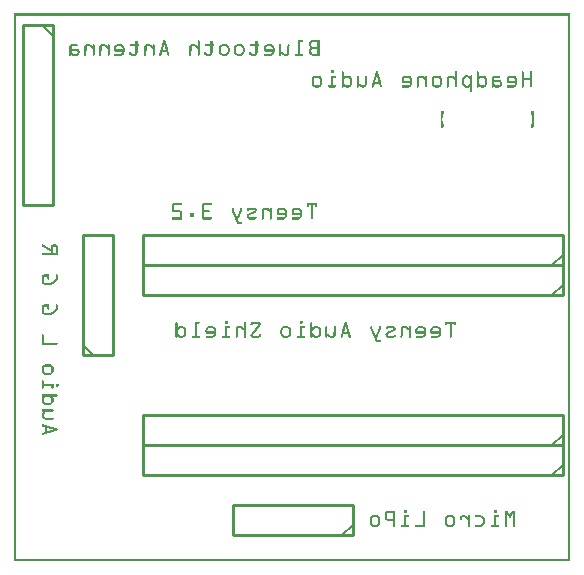
<source format=gbo>
G04 MADE WITH FRITZING*
G04 WWW.FRITZING.ORG*
G04 DOUBLE SIDED*
G04 HOLES PLATED*
G04 CONTOUR ON CENTER OF CONTOUR VECTOR*
%ASAXBY*%
%FSLAX23Y23*%
%MOIN*%
%OFA0B0*%
%SFA1.0B1.0*%
%ADD10C,0.010000*%
%ADD11C,0.005000*%
%ADD12R,0.001000X0.001000*%
%LNSILK0*%
G90*
G70*
G54D10*
X1829Y388D02*
X429Y388D01*
D02*
X429Y388D02*
X429Y488D01*
D02*
X429Y488D02*
X1829Y488D01*
D02*
X1829Y488D02*
X1829Y388D01*
G54D11*
D02*
X1794Y388D02*
X1829Y423D01*
G54D10*
D02*
X1829Y288D02*
X429Y288D01*
D02*
X429Y288D02*
X429Y388D01*
D02*
X429Y388D02*
X1829Y388D01*
D02*
X1829Y388D02*
X1829Y288D01*
G54D11*
D02*
X1794Y288D02*
X1829Y323D01*
G54D10*
D02*
X1829Y888D02*
X429Y888D01*
D02*
X429Y888D02*
X429Y988D01*
D02*
X429Y988D02*
X1829Y988D01*
D02*
X1829Y988D02*
X1829Y888D01*
G54D11*
D02*
X1794Y888D02*
X1829Y923D01*
G54D10*
D02*
X1829Y988D02*
X429Y988D01*
D02*
X429Y988D02*
X429Y1088D01*
D02*
X429Y1088D02*
X1829Y1088D01*
D02*
X1829Y1088D02*
X1829Y988D01*
G54D11*
D02*
X1794Y988D02*
X1829Y1023D01*
G54D10*
D02*
X229Y688D02*
X229Y1088D01*
D02*
X229Y1088D02*
X329Y1088D01*
D02*
X329Y1088D02*
X329Y688D01*
D02*
X329Y688D02*
X229Y688D01*
G54D11*
D02*
X229Y723D02*
X264Y688D01*
G54D10*
D02*
X1129Y88D02*
X729Y88D01*
D02*
X729Y88D02*
X729Y188D01*
D02*
X729Y188D02*
X1129Y188D01*
D02*
X1129Y188D02*
X1129Y88D01*
G54D11*
D02*
X1094Y88D02*
X1129Y123D01*
G54D10*
D02*
X129Y1788D02*
X129Y1188D01*
D02*
X129Y1188D02*
X29Y1188D01*
D02*
X29Y1188D02*
X29Y1788D01*
D02*
X29Y1788D02*
X129Y1788D01*
G54D11*
D02*
X129Y1753D02*
X94Y1788D01*
G54D12*
X0Y1827D02*
X1853Y1827D01*
X0Y1826D02*
X1853Y1826D01*
X0Y1825D02*
X1853Y1825D01*
X0Y1824D02*
X1853Y1824D01*
X0Y1823D02*
X1853Y1823D01*
X0Y1822D02*
X1853Y1822D01*
X0Y1821D02*
X1853Y1821D01*
X0Y1820D02*
X1853Y1820D01*
X0Y1819D02*
X7Y1819D01*
X1846Y1819D02*
X1853Y1819D01*
X0Y1818D02*
X7Y1818D01*
X1846Y1818D02*
X1853Y1818D01*
X0Y1817D02*
X7Y1817D01*
X1846Y1817D02*
X1853Y1817D01*
X0Y1816D02*
X7Y1816D01*
X1846Y1816D02*
X1853Y1816D01*
X0Y1815D02*
X7Y1815D01*
X1846Y1815D02*
X1853Y1815D01*
X0Y1814D02*
X7Y1814D01*
X1846Y1814D02*
X1853Y1814D01*
X0Y1813D02*
X7Y1813D01*
X1846Y1813D02*
X1853Y1813D01*
X0Y1812D02*
X7Y1812D01*
X1846Y1812D02*
X1853Y1812D01*
X0Y1811D02*
X7Y1811D01*
X1846Y1811D02*
X1853Y1811D01*
X0Y1810D02*
X7Y1810D01*
X1846Y1810D02*
X1853Y1810D01*
X0Y1809D02*
X7Y1809D01*
X1846Y1809D02*
X1853Y1809D01*
X0Y1808D02*
X7Y1808D01*
X1846Y1808D02*
X1853Y1808D01*
X0Y1807D02*
X7Y1807D01*
X1846Y1807D02*
X1853Y1807D01*
X0Y1806D02*
X7Y1806D01*
X1846Y1806D02*
X1853Y1806D01*
X0Y1805D02*
X7Y1805D01*
X1846Y1805D02*
X1853Y1805D01*
X0Y1804D02*
X7Y1804D01*
X1846Y1804D02*
X1853Y1804D01*
X0Y1803D02*
X7Y1803D01*
X1846Y1803D02*
X1853Y1803D01*
X0Y1802D02*
X7Y1802D01*
X1846Y1802D02*
X1853Y1802D01*
X0Y1801D02*
X7Y1801D01*
X1846Y1801D02*
X1853Y1801D01*
X0Y1800D02*
X7Y1800D01*
X1846Y1800D02*
X1853Y1800D01*
X0Y1799D02*
X7Y1799D01*
X1846Y1799D02*
X1853Y1799D01*
X0Y1798D02*
X7Y1798D01*
X1846Y1798D02*
X1853Y1798D01*
X0Y1797D02*
X7Y1797D01*
X1846Y1797D02*
X1853Y1797D01*
X0Y1796D02*
X7Y1796D01*
X1846Y1796D02*
X1853Y1796D01*
X0Y1795D02*
X7Y1795D01*
X1846Y1795D02*
X1853Y1795D01*
X0Y1794D02*
X7Y1794D01*
X1846Y1794D02*
X1853Y1794D01*
X0Y1793D02*
X7Y1793D01*
X1846Y1793D02*
X1853Y1793D01*
X0Y1792D02*
X7Y1792D01*
X1846Y1792D02*
X1853Y1792D01*
X0Y1791D02*
X7Y1791D01*
X1846Y1791D02*
X1853Y1791D01*
X0Y1790D02*
X7Y1790D01*
X1846Y1790D02*
X1853Y1790D01*
X0Y1789D02*
X7Y1789D01*
X1846Y1789D02*
X1853Y1789D01*
X0Y1788D02*
X7Y1788D01*
X1846Y1788D02*
X1853Y1788D01*
X0Y1787D02*
X7Y1787D01*
X1846Y1787D02*
X1853Y1787D01*
X0Y1786D02*
X7Y1786D01*
X1846Y1786D02*
X1853Y1786D01*
X0Y1785D02*
X7Y1785D01*
X1846Y1785D02*
X1853Y1785D01*
X0Y1784D02*
X7Y1784D01*
X1846Y1784D02*
X1853Y1784D01*
X0Y1783D02*
X7Y1783D01*
X1846Y1783D02*
X1853Y1783D01*
X0Y1782D02*
X7Y1782D01*
X1846Y1782D02*
X1853Y1782D01*
X0Y1781D02*
X7Y1781D01*
X1846Y1781D02*
X1853Y1781D01*
X0Y1780D02*
X7Y1780D01*
X1846Y1780D02*
X1853Y1780D01*
X0Y1779D02*
X7Y1779D01*
X1846Y1779D02*
X1853Y1779D01*
X0Y1778D02*
X7Y1778D01*
X1846Y1778D02*
X1853Y1778D01*
X0Y1777D02*
X7Y1777D01*
X1846Y1777D02*
X1853Y1777D01*
X0Y1776D02*
X7Y1776D01*
X1846Y1776D02*
X1853Y1776D01*
X0Y1775D02*
X7Y1775D01*
X1846Y1775D02*
X1853Y1775D01*
X0Y1774D02*
X7Y1774D01*
X1846Y1774D02*
X1853Y1774D01*
X0Y1773D02*
X7Y1773D01*
X1846Y1773D02*
X1853Y1773D01*
X0Y1772D02*
X7Y1772D01*
X1846Y1772D02*
X1853Y1772D01*
X0Y1771D02*
X7Y1771D01*
X1846Y1771D02*
X1853Y1771D01*
X0Y1770D02*
X7Y1770D01*
X1846Y1770D02*
X1853Y1770D01*
X0Y1769D02*
X7Y1769D01*
X1846Y1769D02*
X1853Y1769D01*
X0Y1768D02*
X7Y1768D01*
X1846Y1768D02*
X1853Y1768D01*
X0Y1767D02*
X7Y1767D01*
X1846Y1767D02*
X1853Y1767D01*
X0Y1766D02*
X7Y1766D01*
X1846Y1766D02*
X1853Y1766D01*
X0Y1765D02*
X7Y1765D01*
X1846Y1765D02*
X1853Y1765D01*
X0Y1764D02*
X7Y1764D01*
X1846Y1764D02*
X1853Y1764D01*
X0Y1763D02*
X7Y1763D01*
X1846Y1763D02*
X1853Y1763D01*
X0Y1762D02*
X7Y1762D01*
X1846Y1762D02*
X1853Y1762D01*
X0Y1761D02*
X7Y1761D01*
X1846Y1761D02*
X1853Y1761D01*
X0Y1760D02*
X7Y1760D01*
X1846Y1760D02*
X1853Y1760D01*
X0Y1759D02*
X7Y1759D01*
X1846Y1759D02*
X1853Y1759D01*
X0Y1758D02*
X7Y1758D01*
X1846Y1758D02*
X1853Y1758D01*
X0Y1757D02*
X7Y1757D01*
X1846Y1757D02*
X1853Y1757D01*
X0Y1756D02*
X7Y1756D01*
X1846Y1756D02*
X1853Y1756D01*
X0Y1755D02*
X7Y1755D01*
X1846Y1755D02*
X1853Y1755D01*
X0Y1754D02*
X7Y1754D01*
X1846Y1754D02*
X1853Y1754D01*
X0Y1753D02*
X7Y1753D01*
X1846Y1753D02*
X1853Y1753D01*
X0Y1752D02*
X7Y1752D01*
X1846Y1752D02*
X1853Y1752D01*
X0Y1751D02*
X7Y1751D01*
X1846Y1751D02*
X1853Y1751D01*
X0Y1750D02*
X7Y1750D01*
X1846Y1750D02*
X1853Y1750D01*
X0Y1749D02*
X7Y1749D01*
X1846Y1749D02*
X1853Y1749D01*
X0Y1748D02*
X7Y1748D01*
X1846Y1748D02*
X1853Y1748D01*
X0Y1747D02*
X7Y1747D01*
X1846Y1747D02*
X1853Y1747D01*
X0Y1746D02*
X7Y1746D01*
X1846Y1746D02*
X1853Y1746D01*
X0Y1745D02*
X7Y1745D01*
X1846Y1745D02*
X1853Y1745D01*
X0Y1744D02*
X7Y1744D01*
X1846Y1744D02*
X1853Y1744D01*
X0Y1743D02*
X7Y1743D01*
X1846Y1743D02*
X1853Y1743D01*
X0Y1742D02*
X7Y1742D01*
X1846Y1742D02*
X1853Y1742D01*
X0Y1741D02*
X7Y1741D01*
X1846Y1741D02*
X1853Y1741D01*
X0Y1740D02*
X7Y1740D01*
X1846Y1740D02*
X1853Y1740D01*
X0Y1739D02*
X7Y1739D01*
X499Y1739D02*
X503Y1739D01*
X613Y1739D02*
X616Y1739D01*
X949Y1739D02*
X963Y1739D01*
X993Y1739D02*
X1018Y1739D01*
X1846Y1739D02*
X1853Y1739D01*
X0Y1738D02*
X7Y1738D01*
X498Y1738D02*
X503Y1738D01*
X612Y1738D02*
X617Y1738D01*
X948Y1738D02*
X964Y1738D01*
X991Y1738D02*
X1018Y1738D01*
X1846Y1738D02*
X1853Y1738D01*
X0Y1737D02*
X7Y1737D01*
X498Y1737D02*
X504Y1737D01*
X612Y1737D02*
X617Y1737D01*
X948Y1737D02*
X964Y1737D01*
X990Y1737D02*
X1018Y1737D01*
X1846Y1737D02*
X1853Y1737D01*
X0Y1736D02*
X7Y1736D01*
X406Y1736D02*
X410Y1736D01*
X498Y1736D02*
X504Y1736D01*
X612Y1736D02*
X618Y1736D01*
X656Y1736D02*
X660Y1736D01*
X806Y1736D02*
X810Y1736D01*
X948Y1736D02*
X964Y1736D01*
X988Y1736D02*
X1018Y1736D01*
X1846Y1736D02*
X1853Y1736D01*
X0Y1735D02*
X7Y1735D01*
X405Y1735D02*
X410Y1735D01*
X497Y1735D02*
X504Y1735D01*
X612Y1735D02*
X618Y1735D01*
X655Y1735D02*
X660Y1735D01*
X805Y1735D02*
X810Y1735D01*
X948Y1735D02*
X964Y1735D01*
X987Y1735D02*
X1018Y1735D01*
X1846Y1735D02*
X1853Y1735D01*
X0Y1734D02*
X7Y1734D01*
X405Y1734D02*
X411Y1734D01*
X497Y1734D02*
X505Y1734D01*
X612Y1734D02*
X618Y1734D01*
X655Y1734D02*
X661Y1734D01*
X805Y1734D02*
X811Y1734D01*
X948Y1734D02*
X963Y1734D01*
X987Y1734D02*
X1018Y1734D01*
X1846Y1734D02*
X1853Y1734D01*
X0Y1733D02*
X7Y1733D01*
X405Y1733D02*
X411Y1733D01*
X497Y1733D02*
X505Y1733D01*
X612Y1733D02*
X618Y1733D01*
X655Y1733D02*
X661Y1733D01*
X805Y1733D02*
X811Y1733D01*
X948Y1733D02*
X961Y1733D01*
X986Y1733D02*
X1018Y1733D01*
X1846Y1733D02*
X1853Y1733D01*
X0Y1732D02*
X7Y1732D01*
X405Y1732D02*
X411Y1732D01*
X496Y1732D02*
X505Y1732D01*
X612Y1732D02*
X618Y1732D01*
X655Y1732D02*
X661Y1732D01*
X805Y1732D02*
X811Y1732D01*
X948Y1732D02*
X954Y1732D01*
X985Y1732D02*
X994Y1732D01*
X1011Y1732D02*
X1018Y1732D01*
X1846Y1732D02*
X1853Y1732D01*
X0Y1731D02*
X7Y1731D01*
X405Y1731D02*
X411Y1731D01*
X496Y1731D02*
X506Y1731D01*
X612Y1731D02*
X618Y1731D01*
X655Y1731D02*
X661Y1731D01*
X805Y1731D02*
X811Y1731D01*
X948Y1731D02*
X954Y1731D01*
X985Y1731D02*
X992Y1731D01*
X1011Y1731D02*
X1018Y1731D01*
X1846Y1731D02*
X1853Y1731D01*
X0Y1730D02*
X7Y1730D01*
X405Y1730D02*
X411Y1730D01*
X496Y1730D02*
X506Y1730D01*
X612Y1730D02*
X618Y1730D01*
X655Y1730D02*
X661Y1730D01*
X805Y1730D02*
X811Y1730D01*
X948Y1730D02*
X954Y1730D01*
X985Y1730D02*
X991Y1730D01*
X1011Y1730D02*
X1018Y1730D01*
X1846Y1730D02*
X1853Y1730D01*
X0Y1729D02*
X7Y1729D01*
X405Y1729D02*
X411Y1729D01*
X495Y1729D02*
X506Y1729D01*
X612Y1729D02*
X618Y1729D01*
X655Y1729D02*
X661Y1729D01*
X805Y1729D02*
X811Y1729D01*
X948Y1729D02*
X954Y1729D01*
X984Y1729D02*
X991Y1729D01*
X1011Y1729D02*
X1018Y1729D01*
X1846Y1729D02*
X1853Y1729D01*
X0Y1728D02*
X7Y1728D01*
X405Y1728D02*
X411Y1728D01*
X495Y1728D02*
X506Y1728D01*
X612Y1728D02*
X618Y1728D01*
X655Y1728D02*
X661Y1728D01*
X805Y1728D02*
X811Y1728D01*
X948Y1728D02*
X954Y1728D01*
X984Y1728D02*
X990Y1728D01*
X1011Y1728D02*
X1018Y1728D01*
X1846Y1728D02*
X1853Y1728D01*
X0Y1727D02*
X7Y1727D01*
X405Y1727D02*
X411Y1727D01*
X495Y1727D02*
X507Y1727D01*
X612Y1727D02*
X618Y1727D01*
X655Y1727D02*
X661Y1727D01*
X805Y1727D02*
X811Y1727D01*
X948Y1727D02*
X954Y1727D01*
X984Y1727D02*
X990Y1727D01*
X1011Y1727D02*
X1018Y1727D01*
X1846Y1727D02*
X1853Y1727D01*
X0Y1726D02*
X7Y1726D01*
X405Y1726D02*
X411Y1726D01*
X495Y1726D02*
X507Y1726D01*
X612Y1726D02*
X618Y1726D01*
X655Y1726D02*
X661Y1726D01*
X805Y1726D02*
X811Y1726D01*
X948Y1726D02*
X954Y1726D01*
X984Y1726D02*
X990Y1726D01*
X1011Y1726D02*
X1018Y1726D01*
X1846Y1726D02*
X1853Y1726D01*
X0Y1725D02*
X7Y1725D01*
X193Y1725D02*
X208Y1725D01*
X243Y1725D02*
X250Y1725D01*
X264Y1725D02*
X265Y1725D01*
X293Y1725D02*
X300Y1725D01*
X314Y1725D02*
X315Y1725D01*
X345Y1725D02*
X357Y1725D01*
X390Y1725D02*
X415Y1725D01*
X443Y1725D02*
X450Y1725D01*
X464Y1725D02*
X465Y1725D01*
X494Y1725D02*
X507Y1725D01*
X593Y1725D02*
X600Y1725D01*
X612Y1725D02*
X618Y1725D01*
X640Y1725D02*
X665Y1725D01*
X695Y1725D02*
X707Y1725D01*
X745Y1725D02*
X757Y1725D01*
X790Y1725D02*
X815Y1725D01*
X845Y1725D02*
X857Y1725D01*
X886Y1725D02*
X888Y1725D01*
X914Y1725D02*
X915Y1725D01*
X948Y1725D02*
X954Y1725D01*
X984Y1725D02*
X990Y1725D01*
X1011Y1725D02*
X1018Y1725D01*
X1846Y1725D02*
X1853Y1725D01*
X0Y1724D02*
X7Y1724D01*
X190Y1724D02*
X210Y1724D01*
X240Y1724D02*
X253Y1724D01*
X263Y1724D02*
X267Y1724D01*
X290Y1724D02*
X303Y1724D01*
X313Y1724D02*
X317Y1724D01*
X342Y1724D02*
X360Y1724D01*
X388Y1724D02*
X417Y1724D01*
X440Y1724D02*
X453Y1724D01*
X463Y1724D02*
X467Y1724D01*
X494Y1724D02*
X508Y1724D01*
X590Y1724D02*
X603Y1724D01*
X612Y1724D02*
X618Y1724D01*
X638Y1724D02*
X667Y1724D01*
X692Y1724D02*
X710Y1724D01*
X742Y1724D02*
X760Y1724D01*
X788Y1724D02*
X817Y1724D01*
X842Y1724D02*
X860Y1724D01*
X885Y1724D02*
X889Y1724D01*
X912Y1724D02*
X917Y1724D01*
X948Y1724D02*
X954Y1724D01*
X984Y1724D02*
X990Y1724D01*
X1011Y1724D02*
X1018Y1724D01*
X1846Y1724D02*
X1853Y1724D01*
X0Y1723D02*
X7Y1723D01*
X189Y1723D02*
X210Y1723D01*
X239Y1723D02*
X255Y1723D01*
X262Y1723D02*
X267Y1723D01*
X289Y1723D02*
X305Y1723D01*
X312Y1723D02*
X317Y1723D01*
X341Y1723D02*
X361Y1723D01*
X388Y1723D02*
X417Y1723D01*
X439Y1723D02*
X455Y1723D01*
X462Y1723D02*
X467Y1723D01*
X494Y1723D02*
X500Y1723D01*
X502Y1723D02*
X508Y1723D01*
X589Y1723D02*
X605Y1723D01*
X612Y1723D02*
X618Y1723D01*
X638Y1723D02*
X667Y1723D01*
X691Y1723D02*
X711Y1723D01*
X741Y1723D02*
X761Y1723D01*
X788Y1723D02*
X817Y1723D01*
X840Y1723D02*
X861Y1723D01*
X884Y1723D02*
X890Y1723D01*
X912Y1723D02*
X917Y1723D01*
X948Y1723D02*
X954Y1723D01*
X984Y1723D02*
X990Y1723D01*
X1011Y1723D02*
X1018Y1723D01*
X1846Y1723D02*
X1853Y1723D01*
X0Y1722D02*
X7Y1722D01*
X188Y1722D02*
X211Y1722D01*
X238Y1722D02*
X256Y1722D01*
X262Y1722D02*
X268Y1722D01*
X288Y1722D02*
X306Y1722D01*
X312Y1722D02*
X318Y1722D01*
X339Y1722D02*
X362Y1722D01*
X388Y1722D02*
X418Y1722D01*
X438Y1722D02*
X456Y1722D01*
X462Y1722D02*
X468Y1722D01*
X493Y1722D02*
X500Y1722D01*
X502Y1722D02*
X508Y1722D01*
X588Y1722D02*
X606Y1722D01*
X612Y1722D02*
X618Y1722D01*
X638Y1722D02*
X667Y1722D01*
X689Y1722D02*
X712Y1722D01*
X739Y1722D02*
X762Y1722D01*
X788Y1722D02*
X817Y1722D01*
X839Y1722D02*
X862Y1722D01*
X884Y1722D02*
X890Y1722D01*
X912Y1722D02*
X917Y1722D01*
X948Y1722D02*
X954Y1722D01*
X984Y1722D02*
X990Y1722D01*
X1011Y1722D02*
X1018Y1722D01*
X1846Y1722D02*
X1853Y1722D01*
X0Y1721D02*
X7Y1721D01*
X187Y1721D02*
X211Y1721D01*
X237Y1721D02*
X258Y1721D01*
X262Y1721D02*
X268Y1721D01*
X287Y1721D02*
X308Y1721D01*
X312Y1721D02*
X318Y1721D01*
X338Y1721D02*
X363Y1721D01*
X388Y1721D02*
X417Y1721D01*
X437Y1721D02*
X458Y1721D01*
X462Y1721D02*
X468Y1721D01*
X493Y1721D02*
X499Y1721D01*
X502Y1721D02*
X509Y1721D01*
X587Y1721D02*
X608Y1721D01*
X612Y1721D02*
X618Y1721D01*
X638Y1721D02*
X667Y1721D01*
X688Y1721D02*
X713Y1721D01*
X738Y1721D02*
X763Y1721D01*
X788Y1721D02*
X817Y1721D01*
X838Y1721D02*
X863Y1721D01*
X884Y1721D02*
X890Y1721D01*
X912Y1721D02*
X918Y1721D01*
X948Y1721D02*
X954Y1721D01*
X984Y1721D02*
X990Y1721D01*
X1011Y1721D02*
X1018Y1721D01*
X1846Y1721D02*
X1853Y1721D01*
X0Y1720D02*
X7Y1720D01*
X186Y1720D02*
X210Y1720D01*
X236Y1720D02*
X260Y1720D01*
X262Y1720D02*
X268Y1720D01*
X286Y1720D02*
X310Y1720D01*
X312Y1720D02*
X318Y1720D01*
X337Y1720D02*
X365Y1720D01*
X388Y1720D02*
X417Y1720D01*
X436Y1720D02*
X460Y1720D01*
X462Y1720D02*
X468Y1720D01*
X493Y1720D02*
X499Y1720D01*
X503Y1720D02*
X509Y1720D01*
X586Y1720D02*
X610Y1720D01*
X612Y1720D02*
X618Y1720D01*
X638Y1720D02*
X667Y1720D01*
X687Y1720D02*
X715Y1720D01*
X737Y1720D02*
X764Y1720D01*
X788Y1720D02*
X817Y1720D01*
X837Y1720D02*
X864Y1720D01*
X884Y1720D02*
X890Y1720D01*
X912Y1720D02*
X917Y1720D01*
X948Y1720D02*
X954Y1720D01*
X984Y1720D02*
X991Y1720D01*
X1011Y1720D02*
X1018Y1720D01*
X1846Y1720D02*
X1853Y1720D01*
X0Y1719D02*
X7Y1719D01*
X186Y1719D02*
X209Y1719D01*
X236Y1719D02*
X268Y1719D01*
X286Y1719D02*
X318Y1719D01*
X336Y1719D02*
X365Y1719D01*
X389Y1719D02*
X416Y1719D01*
X436Y1719D02*
X468Y1719D01*
X493Y1719D02*
X499Y1719D01*
X503Y1719D02*
X509Y1719D01*
X586Y1719D02*
X618Y1719D01*
X639Y1719D02*
X666Y1719D01*
X686Y1719D02*
X715Y1719D01*
X736Y1719D02*
X765Y1719D01*
X789Y1719D02*
X816Y1719D01*
X836Y1719D02*
X865Y1719D01*
X884Y1719D02*
X890Y1719D01*
X911Y1719D02*
X917Y1719D01*
X948Y1719D02*
X954Y1719D01*
X985Y1719D02*
X992Y1719D01*
X1011Y1719D02*
X1018Y1719D01*
X1846Y1719D02*
X1853Y1719D01*
X0Y1718D02*
X7Y1718D01*
X185Y1718D02*
X193Y1718D01*
X235Y1718D02*
X243Y1718D01*
X251Y1718D02*
X268Y1718D01*
X285Y1718D02*
X293Y1718D01*
X301Y1718D02*
X318Y1718D01*
X336Y1718D02*
X345Y1718D01*
X357Y1718D02*
X366Y1718D01*
X405Y1718D02*
X411Y1718D01*
X435Y1718D02*
X443Y1718D01*
X451Y1718D02*
X468Y1718D01*
X492Y1718D02*
X499Y1718D01*
X503Y1718D02*
X509Y1718D01*
X585Y1718D02*
X593Y1718D01*
X601Y1718D02*
X618Y1718D01*
X654Y1718D02*
X661Y1718D01*
X685Y1718D02*
X695Y1718D01*
X707Y1718D02*
X716Y1718D01*
X735Y1718D02*
X745Y1718D01*
X757Y1718D02*
X766Y1718D01*
X804Y1718D02*
X811Y1718D01*
X835Y1718D02*
X845Y1718D01*
X857Y1718D02*
X866Y1718D01*
X884Y1718D02*
X890Y1718D01*
X911Y1718D02*
X917Y1718D01*
X948Y1718D02*
X954Y1718D01*
X985Y1718D02*
X993Y1718D01*
X1011Y1718D02*
X1018Y1718D01*
X1846Y1718D02*
X1853Y1718D01*
X0Y1717D02*
X7Y1717D01*
X185Y1717D02*
X192Y1717D01*
X235Y1717D02*
X242Y1717D01*
X252Y1717D02*
X268Y1717D01*
X285Y1717D02*
X292Y1717D01*
X302Y1717D02*
X318Y1717D01*
X335Y1717D02*
X343Y1717D01*
X358Y1717D02*
X367Y1717D01*
X405Y1717D02*
X411Y1717D01*
X435Y1717D02*
X442Y1717D01*
X452Y1717D02*
X468Y1717D01*
X492Y1717D02*
X498Y1717D01*
X503Y1717D02*
X510Y1717D01*
X585Y1717D02*
X592Y1717D01*
X602Y1717D02*
X618Y1717D01*
X655Y1717D02*
X661Y1717D01*
X685Y1717D02*
X693Y1717D01*
X708Y1717D02*
X717Y1717D01*
X735Y1717D02*
X743Y1717D01*
X758Y1717D02*
X767Y1717D01*
X805Y1717D02*
X811Y1717D01*
X835Y1717D02*
X843Y1717D01*
X858Y1717D02*
X866Y1717D01*
X884Y1717D02*
X890Y1717D01*
X911Y1717D02*
X917Y1717D01*
X948Y1717D02*
X954Y1717D01*
X986Y1717D02*
X994Y1717D01*
X1011Y1717D02*
X1018Y1717D01*
X1846Y1717D02*
X1853Y1717D01*
X0Y1716D02*
X7Y1716D01*
X185Y1716D02*
X191Y1716D01*
X235Y1716D02*
X241Y1716D01*
X254Y1716D02*
X268Y1716D01*
X285Y1716D02*
X291Y1716D01*
X304Y1716D02*
X318Y1716D01*
X335Y1716D02*
X342Y1716D01*
X360Y1716D02*
X367Y1716D01*
X405Y1716D02*
X411Y1716D01*
X435Y1716D02*
X441Y1716D01*
X454Y1716D02*
X468Y1716D01*
X492Y1716D02*
X498Y1716D01*
X504Y1716D02*
X510Y1716D01*
X585Y1716D02*
X591Y1716D01*
X604Y1716D02*
X618Y1716D01*
X655Y1716D02*
X661Y1716D01*
X685Y1716D02*
X692Y1716D01*
X710Y1716D02*
X717Y1716D01*
X735Y1716D02*
X742Y1716D01*
X760Y1716D02*
X767Y1716D01*
X805Y1716D02*
X811Y1716D01*
X835Y1716D02*
X842Y1716D01*
X860Y1716D02*
X867Y1716D01*
X884Y1716D02*
X890Y1716D01*
X911Y1716D02*
X917Y1716D01*
X948Y1716D02*
X954Y1716D01*
X986Y1716D02*
X1018Y1716D01*
X1846Y1716D02*
X1853Y1716D01*
X0Y1715D02*
X7Y1715D01*
X185Y1715D02*
X191Y1715D01*
X235Y1715D02*
X241Y1715D01*
X255Y1715D02*
X268Y1715D01*
X285Y1715D02*
X291Y1715D01*
X305Y1715D02*
X318Y1715D01*
X334Y1715D02*
X341Y1715D01*
X361Y1715D02*
X367Y1715D01*
X405Y1715D02*
X411Y1715D01*
X435Y1715D02*
X441Y1715D01*
X455Y1715D02*
X468Y1715D01*
X491Y1715D02*
X498Y1715D01*
X504Y1715D02*
X510Y1715D01*
X585Y1715D02*
X591Y1715D01*
X605Y1715D02*
X618Y1715D01*
X655Y1715D02*
X661Y1715D01*
X684Y1715D02*
X691Y1715D01*
X711Y1715D02*
X717Y1715D01*
X734Y1715D02*
X741Y1715D01*
X761Y1715D02*
X767Y1715D01*
X805Y1715D02*
X811Y1715D01*
X834Y1715D02*
X841Y1715D01*
X861Y1715D02*
X867Y1715D01*
X884Y1715D02*
X890Y1715D01*
X911Y1715D02*
X917Y1715D01*
X948Y1715D02*
X954Y1715D01*
X987Y1715D02*
X1018Y1715D01*
X1846Y1715D02*
X1853Y1715D01*
X0Y1714D02*
X7Y1714D01*
X185Y1714D02*
X191Y1714D01*
X235Y1714D02*
X241Y1714D01*
X257Y1714D02*
X268Y1714D01*
X285Y1714D02*
X291Y1714D01*
X307Y1714D02*
X318Y1714D01*
X334Y1714D02*
X340Y1714D01*
X361Y1714D02*
X367Y1714D01*
X405Y1714D02*
X411Y1714D01*
X435Y1714D02*
X441Y1714D01*
X457Y1714D02*
X468Y1714D01*
X491Y1714D02*
X497Y1714D01*
X504Y1714D02*
X511Y1714D01*
X585Y1714D02*
X591Y1714D01*
X607Y1714D02*
X618Y1714D01*
X655Y1714D02*
X661Y1714D01*
X684Y1714D02*
X690Y1714D01*
X711Y1714D02*
X717Y1714D01*
X734Y1714D02*
X740Y1714D01*
X761Y1714D02*
X767Y1714D01*
X805Y1714D02*
X811Y1714D01*
X834Y1714D02*
X840Y1714D01*
X861Y1714D02*
X867Y1714D01*
X884Y1714D02*
X890Y1714D01*
X911Y1714D02*
X917Y1714D01*
X948Y1714D02*
X954Y1714D01*
X988Y1714D02*
X1018Y1714D01*
X1846Y1714D02*
X1853Y1714D01*
X0Y1713D02*
X7Y1713D01*
X185Y1713D02*
X191Y1713D01*
X235Y1713D02*
X241Y1713D01*
X258Y1713D02*
X268Y1713D01*
X285Y1713D02*
X291Y1713D01*
X308Y1713D02*
X318Y1713D01*
X334Y1713D02*
X340Y1713D01*
X362Y1713D02*
X368Y1713D01*
X405Y1713D02*
X411Y1713D01*
X435Y1713D02*
X441Y1713D01*
X458Y1713D02*
X468Y1713D01*
X491Y1713D02*
X497Y1713D01*
X505Y1713D02*
X511Y1713D01*
X585Y1713D02*
X591Y1713D01*
X608Y1713D02*
X618Y1713D01*
X655Y1713D02*
X661Y1713D01*
X684Y1713D02*
X690Y1713D01*
X711Y1713D02*
X718Y1713D01*
X734Y1713D02*
X740Y1713D01*
X761Y1713D02*
X768Y1713D01*
X805Y1713D02*
X811Y1713D01*
X834Y1713D02*
X840Y1713D01*
X861Y1713D02*
X867Y1713D01*
X884Y1713D02*
X890Y1713D01*
X911Y1713D02*
X917Y1713D01*
X948Y1713D02*
X954Y1713D01*
X989Y1713D02*
X1018Y1713D01*
X1846Y1713D02*
X1853Y1713D01*
X0Y1712D02*
X7Y1712D01*
X185Y1712D02*
X191Y1712D01*
X235Y1712D02*
X241Y1712D01*
X260Y1712D02*
X268Y1712D01*
X285Y1712D02*
X291Y1712D01*
X310Y1712D02*
X318Y1712D01*
X334Y1712D02*
X340Y1712D01*
X362Y1712D02*
X368Y1712D01*
X405Y1712D02*
X411Y1712D01*
X435Y1712D02*
X441Y1712D01*
X460Y1712D02*
X468Y1712D01*
X491Y1712D02*
X497Y1712D01*
X505Y1712D02*
X511Y1712D01*
X585Y1712D02*
X591Y1712D01*
X610Y1712D02*
X618Y1712D01*
X655Y1712D02*
X661Y1712D01*
X684Y1712D02*
X690Y1712D01*
X712Y1712D02*
X718Y1712D01*
X734Y1712D02*
X740Y1712D01*
X762Y1712D02*
X768Y1712D01*
X805Y1712D02*
X811Y1712D01*
X834Y1712D02*
X840Y1712D01*
X862Y1712D02*
X868Y1712D01*
X884Y1712D02*
X890Y1712D01*
X911Y1712D02*
X917Y1712D01*
X948Y1712D02*
X954Y1712D01*
X988Y1712D02*
X1018Y1712D01*
X1846Y1712D02*
X1853Y1712D01*
X0Y1711D02*
X7Y1711D01*
X185Y1711D02*
X191Y1711D01*
X235Y1711D02*
X241Y1711D01*
X261Y1711D02*
X268Y1711D01*
X285Y1711D02*
X291Y1711D01*
X311Y1711D02*
X318Y1711D01*
X334Y1711D02*
X340Y1711D01*
X362Y1711D02*
X368Y1711D01*
X405Y1711D02*
X411Y1711D01*
X435Y1711D02*
X441Y1711D01*
X461Y1711D02*
X468Y1711D01*
X490Y1711D02*
X497Y1711D01*
X505Y1711D02*
X511Y1711D01*
X585Y1711D02*
X591Y1711D01*
X611Y1711D02*
X618Y1711D01*
X655Y1711D02*
X661Y1711D01*
X684Y1711D02*
X690Y1711D01*
X712Y1711D02*
X718Y1711D01*
X734Y1711D02*
X740Y1711D01*
X762Y1711D02*
X768Y1711D01*
X805Y1711D02*
X811Y1711D01*
X834Y1711D02*
X840Y1711D01*
X862Y1711D02*
X868Y1711D01*
X884Y1711D02*
X890Y1711D01*
X911Y1711D02*
X917Y1711D01*
X948Y1711D02*
X954Y1711D01*
X987Y1711D02*
X1018Y1711D01*
X1846Y1711D02*
X1853Y1711D01*
X0Y1710D02*
X7Y1710D01*
X185Y1710D02*
X210Y1710D01*
X235Y1710D02*
X241Y1710D01*
X262Y1710D02*
X268Y1710D01*
X285Y1710D02*
X291Y1710D01*
X312Y1710D02*
X318Y1710D01*
X334Y1710D02*
X340Y1710D01*
X362Y1710D02*
X368Y1710D01*
X405Y1710D02*
X411Y1710D01*
X435Y1710D02*
X441Y1710D01*
X462Y1710D02*
X468Y1710D01*
X490Y1710D02*
X496Y1710D01*
X505Y1710D02*
X512Y1710D01*
X585Y1710D02*
X591Y1710D01*
X612Y1710D02*
X618Y1710D01*
X655Y1710D02*
X661Y1710D01*
X684Y1710D02*
X690Y1710D01*
X712Y1710D02*
X718Y1710D01*
X734Y1710D02*
X740Y1710D01*
X762Y1710D02*
X768Y1710D01*
X805Y1710D02*
X811Y1710D01*
X834Y1710D02*
X840Y1710D01*
X862Y1710D02*
X868Y1710D01*
X884Y1710D02*
X890Y1710D01*
X911Y1710D02*
X917Y1710D01*
X948Y1710D02*
X954Y1710D01*
X986Y1710D02*
X1018Y1710D01*
X1846Y1710D02*
X1853Y1710D01*
X0Y1709D02*
X7Y1709D01*
X185Y1709D02*
X213Y1709D01*
X235Y1709D02*
X241Y1709D01*
X262Y1709D02*
X268Y1709D01*
X285Y1709D02*
X291Y1709D01*
X312Y1709D02*
X318Y1709D01*
X334Y1709D02*
X340Y1709D01*
X362Y1709D02*
X368Y1709D01*
X405Y1709D02*
X411Y1709D01*
X435Y1709D02*
X441Y1709D01*
X462Y1709D02*
X468Y1709D01*
X490Y1709D02*
X496Y1709D01*
X506Y1709D02*
X512Y1709D01*
X585Y1709D02*
X591Y1709D01*
X612Y1709D02*
X618Y1709D01*
X655Y1709D02*
X661Y1709D01*
X684Y1709D02*
X690Y1709D01*
X712Y1709D02*
X718Y1709D01*
X734Y1709D02*
X740Y1709D01*
X762Y1709D02*
X768Y1709D01*
X805Y1709D02*
X811Y1709D01*
X834Y1709D02*
X840Y1709D01*
X862Y1709D02*
X868Y1709D01*
X884Y1709D02*
X890Y1709D01*
X911Y1709D02*
X917Y1709D01*
X948Y1709D02*
X954Y1709D01*
X986Y1709D02*
X995Y1709D01*
X1011Y1709D02*
X1018Y1709D01*
X1846Y1709D02*
X1853Y1709D01*
X0Y1708D02*
X7Y1708D01*
X185Y1708D02*
X214Y1708D01*
X235Y1708D02*
X241Y1708D01*
X262Y1708D02*
X268Y1708D01*
X285Y1708D02*
X291Y1708D01*
X312Y1708D02*
X318Y1708D01*
X334Y1708D02*
X340Y1708D01*
X362Y1708D02*
X368Y1708D01*
X405Y1708D02*
X411Y1708D01*
X435Y1708D02*
X441Y1708D01*
X462Y1708D02*
X468Y1708D01*
X489Y1708D02*
X496Y1708D01*
X506Y1708D02*
X512Y1708D01*
X585Y1708D02*
X591Y1708D01*
X612Y1708D02*
X618Y1708D01*
X655Y1708D02*
X661Y1708D01*
X684Y1708D02*
X690Y1708D01*
X712Y1708D02*
X718Y1708D01*
X734Y1708D02*
X740Y1708D01*
X762Y1708D02*
X768Y1708D01*
X805Y1708D02*
X811Y1708D01*
X834Y1708D02*
X840Y1708D01*
X861Y1708D02*
X868Y1708D01*
X884Y1708D02*
X890Y1708D01*
X911Y1708D02*
X917Y1708D01*
X948Y1708D02*
X954Y1708D01*
X985Y1708D02*
X993Y1708D01*
X1011Y1708D02*
X1018Y1708D01*
X1846Y1708D02*
X1853Y1708D01*
X0Y1707D02*
X7Y1707D01*
X185Y1707D02*
X215Y1707D01*
X235Y1707D02*
X241Y1707D01*
X262Y1707D02*
X268Y1707D01*
X285Y1707D02*
X291Y1707D01*
X312Y1707D02*
X318Y1707D01*
X334Y1707D02*
X368Y1707D01*
X405Y1707D02*
X411Y1707D01*
X435Y1707D02*
X441Y1707D01*
X462Y1707D02*
X468Y1707D01*
X489Y1707D02*
X495Y1707D01*
X506Y1707D02*
X513Y1707D01*
X585Y1707D02*
X591Y1707D01*
X612Y1707D02*
X618Y1707D01*
X655Y1707D02*
X661Y1707D01*
X684Y1707D02*
X690Y1707D01*
X712Y1707D02*
X718Y1707D01*
X734Y1707D02*
X740Y1707D01*
X762Y1707D02*
X768Y1707D01*
X805Y1707D02*
X811Y1707D01*
X834Y1707D02*
X868Y1707D01*
X884Y1707D02*
X890Y1707D01*
X911Y1707D02*
X917Y1707D01*
X948Y1707D02*
X954Y1707D01*
X985Y1707D02*
X992Y1707D01*
X1011Y1707D02*
X1018Y1707D01*
X1846Y1707D02*
X1853Y1707D01*
X0Y1706D02*
X7Y1706D01*
X185Y1706D02*
X216Y1706D01*
X235Y1706D02*
X241Y1706D01*
X262Y1706D02*
X268Y1706D01*
X285Y1706D02*
X291Y1706D01*
X312Y1706D02*
X318Y1706D01*
X334Y1706D02*
X368Y1706D01*
X405Y1706D02*
X411Y1706D01*
X435Y1706D02*
X441Y1706D01*
X462Y1706D02*
X468Y1706D01*
X489Y1706D02*
X495Y1706D01*
X507Y1706D02*
X513Y1706D01*
X585Y1706D02*
X591Y1706D01*
X612Y1706D02*
X618Y1706D01*
X655Y1706D02*
X661Y1706D01*
X684Y1706D02*
X690Y1706D01*
X712Y1706D02*
X718Y1706D01*
X734Y1706D02*
X740Y1706D01*
X762Y1706D02*
X768Y1706D01*
X805Y1706D02*
X811Y1706D01*
X834Y1706D02*
X868Y1706D01*
X884Y1706D02*
X890Y1706D01*
X911Y1706D02*
X917Y1706D01*
X948Y1706D02*
X954Y1706D01*
X984Y1706D02*
X991Y1706D01*
X1011Y1706D02*
X1018Y1706D01*
X1846Y1706D02*
X1853Y1706D01*
X0Y1705D02*
X7Y1705D01*
X185Y1705D02*
X216Y1705D01*
X235Y1705D02*
X241Y1705D01*
X262Y1705D02*
X268Y1705D01*
X285Y1705D02*
X291Y1705D01*
X312Y1705D02*
X318Y1705D01*
X334Y1705D02*
X368Y1705D01*
X405Y1705D02*
X411Y1705D01*
X435Y1705D02*
X441Y1705D01*
X462Y1705D02*
X468Y1705D01*
X488Y1705D02*
X495Y1705D01*
X507Y1705D02*
X513Y1705D01*
X585Y1705D02*
X591Y1705D01*
X612Y1705D02*
X618Y1705D01*
X655Y1705D02*
X661Y1705D01*
X684Y1705D02*
X690Y1705D01*
X712Y1705D02*
X718Y1705D01*
X734Y1705D02*
X740Y1705D01*
X762Y1705D02*
X768Y1705D01*
X805Y1705D02*
X811Y1705D01*
X834Y1705D02*
X868Y1705D01*
X884Y1705D02*
X890Y1705D01*
X911Y1705D02*
X917Y1705D01*
X948Y1705D02*
X954Y1705D01*
X984Y1705D02*
X990Y1705D01*
X1011Y1705D02*
X1018Y1705D01*
X1846Y1705D02*
X1853Y1705D01*
X0Y1704D02*
X7Y1704D01*
X185Y1704D02*
X217Y1704D01*
X235Y1704D02*
X241Y1704D01*
X262Y1704D02*
X268Y1704D01*
X285Y1704D02*
X291Y1704D01*
X312Y1704D02*
X318Y1704D01*
X334Y1704D02*
X368Y1704D01*
X405Y1704D02*
X411Y1704D01*
X435Y1704D02*
X441Y1704D01*
X462Y1704D02*
X468Y1704D01*
X488Y1704D02*
X514Y1704D01*
X585Y1704D02*
X591Y1704D01*
X612Y1704D02*
X618Y1704D01*
X655Y1704D02*
X661Y1704D01*
X684Y1704D02*
X690Y1704D01*
X712Y1704D02*
X718Y1704D01*
X734Y1704D02*
X740Y1704D01*
X762Y1704D02*
X768Y1704D01*
X805Y1704D02*
X811Y1704D01*
X834Y1704D02*
X868Y1704D01*
X884Y1704D02*
X890Y1704D01*
X911Y1704D02*
X917Y1704D01*
X948Y1704D02*
X954Y1704D01*
X984Y1704D02*
X990Y1704D01*
X1011Y1704D02*
X1018Y1704D01*
X1846Y1704D02*
X1853Y1704D01*
X0Y1703D02*
X7Y1703D01*
X185Y1703D02*
X192Y1703D01*
X210Y1703D02*
X217Y1703D01*
X235Y1703D02*
X241Y1703D01*
X262Y1703D02*
X268Y1703D01*
X285Y1703D02*
X291Y1703D01*
X312Y1703D02*
X318Y1703D01*
X334Y1703D02*
X368Y1703D01*
X405Y1703D02*
X411Y1703D01*
X435Y1703D02*
X441Y1703D01*
X462Y1703D02*
X468Y1703D01*
X488Y1703D02*
X514Y1703D01*
X584Y1703D02*
X590Y1703D01*
X612Y1703D02*
X618Y1703D01*
X655Y1703D02*
X661Y1703D01*
X684Y1703D02*
X690Y1703D01*
X712Y1703D02*
X718Y1703D01*
X734Y1703D02*
X740Y1703D01*
X762Y1703D02*
X768Y1703D01*
X805Y1703D02*
X811Y1703D01*
X834Y1703D02*
X868Y1703D01*
X884Y1703D02*
X890Y1703D01*
X911Y1703D02*
X917Y1703D01*
X948Y1703D02*
X954Y1703D01*
X984Y1703D02*
X990Y1703D01*
X1011Y1703D02*
X1018Y1703D01*
X1846Y1703D02*
X1853Y1703D01*
X0Y1702D02*
X7Y1702D01*
X184Y1702D02*
X191Y1702D01*
X211Y1702D02*
X217Y1702D01*
X235Y1702D02*
X240Y1702D01*
X262Y1702D02*
X268Y1702D01*
X285Y1702D02*
X290Y1702D01*
X312Y1702D02*
X318Y1702D01*
X335Y1702D02*
X368Y1702D01*
X405Y1702D02*
X411Y1702D01*
X434Y1702D02*
X440Y1702D01*
X462Y1702D02*
X468Y1702D01*
X488Y1702D02*
X514Y1702D01*
X584Y1702D02*
X590Y1702D01*
X612Y1702D02*
X618Y1702D01*
X655Y1702D02*
X661Y1702D01*
X684Y1702D02*
X690Y1702D01*
X712Y1702D02*
X718Y1702D01*
X734Y1702D02*
X740Y1702D01*
X762Y1702D02*
X768Y1702D01*
X805Y1702D02*
X811Y1702D01*
X835Y1702D02*
X868Y1702D01*
X884Y1702D02*
X890Y1702D01*
X911Y1702D02*
X917Y1702D01*
X948Y1702D02*
X954Y1702D01*
X984Y1702D02*
X990Y1702D01*
X1011Y1702D02*
X1018Y1702D01*
X1846Y1702D02*
X1853Y1702D01*
X0Y1701D02*
X7Y1701D01*
X184Y1701D02*
X191Y1701D01*
X211Y1701D02*
X218Y1701D01*
X234Y1701D02*
X240Y1701D01*
X262Y1701D02*
X268Y1701D01*
X284Y1701D02*
X290Y1701D01*
X312Y1701D02*
X318Y1701D01*
X336Y1701D02*
X368Y1701D01*
X405Y1701D02*
X411Y1701D01*
X434Y1701D02*
X440Y1701D01*
X462Y1701D02*
X468Y1701D01*
X487Y1701D02*
X514Y1701D01*
X584Y1701D02*
X590Y1701D01*
X612Y1701D02*
X618Y1701D01*
X655Y1701D02*
X661Y1701D01*
X684Y1701D02*
X690Y1701D01*
X712Y1701D02*
X718Y1701D01*
X734Y1701D02*
X740Y1701D01*
X762Y1701D02*
X768Y1701D01*
X805Y1701D02*
X811Y1701D01*
X836Y1701D02*
X868Y1701D01*
X884Y1701D02*
X890Y1701D01*
X911Y1701D02*
X917Y1701D01*
X948Y1701D02*
X954Y1701D01*
X984Y1701D02*
X990Y1701D01*
X1011Y1701D02*
X1018Y1701D01*
X1846Y1701D02*
X1853Y1701D01*
X0Y1700D02*
X7Y1700D01*
X184Y1700D02*
X190Y1700D01*
X212Y1700D02*
X218Y1700D01*
X234Y1700D02*
X240Y1700D01*
X262Y1700D02*
X268Y1700D01*
X284Y1700D02*
X290Y1700D01*
X312Y1700D02*
X318Y1700D01*
X362Y1700D02*
X368Y1700D01*
X405Y1700D02*
X411Y1700D01*
X434Y1700D02*
X440Y1700D01*
X462Y1700D02*
X468Y1700D01*
X487Y1700D02*
X515Y1700D01*
X584Y1700D02*
X590Y1700D01*
X612Y1700D02*
X618Y1700D01*
X655Y1700D02*
X661Y1700D01*
X684Y1700D02*
X690Y1700D01*
X712Y1700D02*
X718Y1700D01*
X734Y1700D02*
X740Y1700D01*
X762Y1700D02*
X768Y1700D01*
X805Y1700D02*
X811Y1700D01*
X862Y1700D02*
X868Y1700D01*
X884Y1700D02*
X890Y1700D01*
X911Y1700D02*
X917Y1700D01*
X948Y1700D02*
X954Y1700D01*
X984Y1700D02*
X990Y1700D01*
X1011Y1700D02*
X1018Y1700D01*
X1846Y1700D02*
X1853Y1700D01*
X0Y1699D02*
X7Y1699D01*
X184Y1699D02*
X190Y1699D01*
X212Y1699D02*
X218Y1699D01*
X234Y1699D02*
X240Y1699D01*
X262Y1699D02*
X268Y1699D01*
X284Y1699D02*
X290Y1699D01*
X312Y1699D02*
X318Y1699D01*
X362Y1699D02*
X368Y1699D01*
X405Y1699D02*
X411Y1699D01*
X434Y1699D02*
X440Y1699D01*
X462Y1699D02*
X468Y1699D01*
X487Y1699D02*
X515Y1699D01*
X584Y1699D02*
X590Y1699D01*
X612Y1699D02*
X618Y1699D01*
X655Y1699D02*
X661Y1699D01*
X684Y1699D02*
X690Y1699D01*
X712Y1699D02*
X718Y1699D01*
X734Y1699D02*
X740Y1699D01*
X762Y1699D02*
X768Y1699D01*
X805Y1699D02*
X811Y1699D01*
X862Y1699D02*
X868Y1699D01*
X884Y1699D02*
X892Y1699D01*
X911Y1699D02*
X917Y1699D01*
X948Y1699D02*
X954Y1699D01*
X984Y1699D02*
X990Y1699D01*
X1011Y1699D02*
X1018Y1699D01*
X1846Y1699D02*
X1853Y1699D01*
X0Y1698D02*
X7Y1698D01*
X184Y1698D02*
X190Y1698D01*
X212Y1698D02*
X218Y1698D01*
X234Y1698D02*
X240Y1698D01*
X262Y1698D02*
X268Y1698D01*
X284Y1698D02*
X290Y1698D01*
X312Y1698D02*
X318Y1698D01*
X361Y1698D02*
X368Y1698D01*
X386Y1698D02*
X389Y1698D01*
X405Y1698D02*
X411Y1698D01*
X434Y1698D02*
X440Y1698D01*
X462Y1698D02*
X468Y1698D01*
X486Y1698D02*
X515Y1698D01*
X584Y1698D02*
X590Y1698D01*
X612Y1698D02*
X618Y1698D01*
X635Y1698D02*
X638Y1698D01*
X655Y1698D02*
X661Y1698D01*
X684Y1698D02*
X690Y1698D01*
X711Y1698D02*
X718Y1698D01*
X734Y1698D02*
X740Y1698D01*
X761Y1698D02*
X768Y1698D01*
X785Y1698D02*
X788Y1698D01*
X805Y1698D02*
X811Y1698D01*
X861Y1698D02*
X867Y1698D01*
X884Y1698D02*
X893Y1698D01*
X911Y1698D02*
X917Y1698D01*
X948Y1698D02*
X954Y1698D01*
X984Y1698D02*
X990Y1698D01*
X1011Y1698D02*
X1018Y1698D01*
X1846Y1698D02*
X1853Y1698D01*
X0Y1697D02*
X7Y1697D01*
X184Y1697D02*
X191Y1697D01*
X212Y1697D02*
X218Y1697D01*
X234Y1697D02*
X240Y1697D01*
X262Y1697D02*
X268Y1697D01*
X284Y1697D02*
X290Y1697D01*
X312Y1697D02*
X318Y1697D01*
X361Y1697D02*
X367Y1697D01*
X385Y1697D02*
X389Y1697D01*
X405Y1697D02*
X411Y1697D01*
X434Y1697D02*
X440Y1697D01*
X462Y1697D02*
X468Y1697D01*
X486Y1697D02*
X492Y1697D01*
X509Y1697D02*
X516Y1697D01*
X584Y1697D02*
X590Y1697D01*
X612Y1697D02*
X618Y1697D01*
X635Y1697D02*
X639Y1697D01*
X655Y1697D02*
X661Y1697D01*
X684Y1697D02*
X690Y1697D01*
X711Y1697D02*
X717Y1697D01*
X734Y1697D02*
X740Y1697D01*
X761Y1697D02*
X767Y1697D01*
X785Y1697D02*
X789Y1697D01*
X805Y1697D02*
X811Y1697D01*
X861Y1697D02*
X867Y1697D01*
X884Y1697D02*
X895Y1697D01*
X911Y1697D02*
X917Y1697D01*
X948Y1697D02*
X954Y1697D01*
X984Y1697D02*
X991Y1697D01*
X1011Y1697D02*
X1018Y1697D01*
X1846Y1697D02*
X1853Y1697D01*
X0Y1696D02*
X7Y1696D01*
X184Y1696D02*
X193Y1696D01*
X212Y1696D02*
X218Y1696D01*
X234Y1696D02*
X240Y1696D01*
X262Y1696D02*
X268Y1696D01*
X284Y1696D02*
X290Y1696D01*
X312Y1696D02*
X318Y1696D01*
X361Y1696D02*
X367Y1696D01*
X384Y1696D02*
X390Y1696D01*
X405Y1696D02*
X411Y1696D01*
X434Y1696D02*
X440Y1696D01*
X462Y1696D02*
X468Y1696D01*
X486Y1696D02*
X492Y1696D01*
X510Y1696D02*
X516Y1696D01*
X584Y1696D02*
X590Y1696D01*
X612Y1696D02*
X618Y1696D01*
X634Y1696D02*
X640Y1696D01*
X655Y1696D02*
X661Y1696D01*
X684Y1696D02*
X691Y1696D01*
X711Y1696D02*
X717Y1696D01*
X734Y1696D02*
X741Y1696D01*
X761Y1696D02*
X767Y1696D01*
X784Y1696D02*
X790Y1696D01*
X805Y1696D02*
X811Y1696D01*
X861Y1696D02*
X867Y1696D01*
X884Y1696D02*
X896Y1696D01*
X911Y1696D02*
X917Y1696D01*
X948Y1696D02*
X954Y1696D01*
X985Y1696D02*
X991Y1696D01*
X1011Y1696D02*
X1018Y1696D01*
X1846Y1696D02*
X1853Y1696D01*
X0Y1695D02*
X7Y1695D01*
X184Y1695D02*
X194Y1695D01*
X211Y1695D02*
X218Y1695D01*
X234Y1695D02*
X240Y1695D01*
X262Y1695D02*
X268Y1695D01*
X284Y1695D02*
X290Y1695D01*
X312Y1695D02*
X318Y1695D01*
X360Y1695D02*
X367Y1695D01*
X384Y1695D02*
X390Y1695D01*
X404Y1695D02*
X411Y1695D01*
X434Y1695D02*
X440Y1695D01*
X462Y1695D02*
X468Y1695D01*
X486Y1695D02*
X492Y1695D01*
X510Y1695D02*
X516Y1695D01*
X584Y1695D02*
X590Y1695D01*
X612Y1695D02*
X618Y1695D01*
X634Y1695D02*
X640Y1695D01*
X654Y1695D02*
X661Y1695D01*
X685Y1695D02*
X692Y1695D01*
X710Y1695D02*
X717Y1695D01*
X735Y1695D02*
X742Y1695D01*
X760Y1695D02*
X767Y1695D01*
X784Y1695D02*
X790Y1695D01*
X804Y1695D02*
X811Y1695D01*
X860Y1695D02*
X867Y1695D01*
X884Y1695D02*
X898Y1695D01*
X910Y1695D02*
X917Y1695D01*
X948Y1695D02*
X954Y1695D01*
X985Y1695D02*
X992Y1695D01*
X1011Y1695D02*
X1018Y1695D01*
X1846Y1695D02*
X1853Y1695D01*
X0Y1694D02*
X7Y1694D01*
X184Y1694D02*
X196Y1694D01*
X211Y1694D02*
X217Y1694D01*
X234Y1694D02*
X240Y1694D01*
X262Y1694D02*
X268Y1694D01*
X284Y1694D02*
X290Y1694D01*
X312Y1694D02*
X318Y1694D01*
X358Y1694D02*
X367Y1694D01*
X384Y1694D02*
X391Y1694D01*
X404Y1694D02*
X410Y1694D01*
X434Y1694D02*
X440Y1694D01*
X462Y1694D02*
X468Y1694D01*
X485Y1694D02*
X492Y1694D01*
X510Y1694D02*
X516Y1694D01*
X584Y1694D02*
X590Y1694D01*
X612Y1694D02*
X618Y1694D01*
X634Y1694D02*
X641Y1694D01*
X654Y1694D02*
X660Y1694D01*
X685Y1694D02*
X693Y1694D01*
X708Y1694D02*
X717Y1694D01*
X735Y1694D02*
X743Y1694D01*
X758Y1694D02*
X767Y1694D01*
X784Y1694D02*
X791Y1694D01*
X804Y1694D02*
X810Y1694D01*
X858Y1694D02*
X867Y1694D01*
X884Y1694D02*
X899Y1694D01*
X910Y1694D02*
X916Y1694D01*
X948Y1694D02*
X954Y1694D01*
X985Y1694D02*
X993Y1694D01*
X1011Y1694D02*
X1018Y1694D01*
X1846Y1694D02*
X1853Y1694D01*
X0Y1693D02*
X7Y1693D01*
X184Y1693D02*
X198Y1693D01*
X209Y1693D02*
X217Y1693D01*
X234Y1693D02*
X240Y1693D01*
X262Y1693D02*
X268Y1693D01*
X284Y1693D02*
X290Y1693D01*
X312Y1693D02*
X318Y1693D01*
X357Y1693D02*
X366Y1693D01*
X384Y1693D02*
X393Y1693D01*
X402Y1693D02*
X410Y1693D01*
X434Y1693D02*
X440Y1693D01*
X462Y1693D02*
X468Y1693D01*
X485Y1693D02*
X491Y1693D01*
X510Y1693D02*
X517Y1693D01*
X584Y1693D02*
X590Y1693D01*
X612Y1693D02*
X618Y1693D01*
X634Y1693D02*
X643Y1693D01*
X652Y1693D02*
X660Y1693D01*
X686Y1693D02*
X695Y1693D01*
X707Y1693D02*
X716Y1693D01*
X736Y1693D02*
X745Y1693D01*
X757Y1693D02*
X766Y1693D01*
X784Y1693D02*
X792Y1693D01*
X802Y1693D02*
X810Y1693D01*
X857Y1693D02*
X866Y1693D01*
X884Y1693D02*
X901Y1693D01*
X908Y1693D02*
X916Y1693D01*
X948Y1693D02*
X954Y1693D01*
X986Y1693D02*
X996Y1693D01*
X1011Y1693D02*
X1018Y1693D01*
X1846Y1693D02*
X1853Y1693D01*
X0Y1692D02*
X7Y1692D01*
X184Y1692D02*
X217Y1692D01*
X234Y1692D02*
X240Y1692D01*
X262Y1692D02*
X268Y1692D01*
X284Y1692D02*
X290Y1692D01*
X312Y1692D02*
X318Y1692D01*
X335Y1692D02*
X365Y1692D01*
X385Y1692D02*
X410Y1692D01*
X434Y1692D02*
X440Y1692D01*
X462Y1692D02*
X468Y1692D01*
X485Y1692D02*
X491Y1692D01*
X511Y1692D02*
X517Y1692D01*
X584Y1692D02*
X590Y1692D01*
X612Y1692D02*
X618Y1692D01*
X635Y1692D02*
X660Y1692D01*
X686Y1692D02*
X715Y1692D01*
X736Y1692D02*
X765Y1692D01*
X785Y1692D02*
X810Y1692D01*
X835Y1692D02*
X865Y1692D01*
X884Y1692D02*
X916Y1692D01*
X939Y1692D02*
X963Y1692D01*
X986Y1692D02*
X1018Y1692D01*
X1846Y1692D02*
X1853Y1692D01*
X0Y1691D02*
X7Y1691D01*
X184Y1691D02*
X216Y1691D01*
X234Y1691D02*
X240Y1691D01*
X262Y1691D02*
X268Y1691D01*
X284Y1691D02*
X290Y1691D01*
X312Y1691D02*
X318Y1691D01*
X335Y1691D02*
X365Y1691D01*
X385Y1691D02*
X409Y1691D01*
X434Y1691D02*
X440Y1691D01*
X462Y1691D02*
X468Y1691D01*
X484Y1691D02*
X491Y1691D01*
X511Y1691D02*
X517Y1691D01*
X584Y1691D02*
X590Y1691D01*
X612Y1691D02*
X618Y1691D01*
X635Y1691D02*
X659Y1691D01*
X687Y1691D02*
X714Y1691D01*
X737Y1691D02*
X764Y1691D01*
X785Y1691D02*
X809Y1691D01*
X834Y1691D02*
X864Y1691D01*
X884Y1691D02*
X890Y1691D01*
X892Y1691D02*
X915Y1691D01*
X938Y1691D02*
X964Y1691D01*
X987Y1691D02*
X1018Y1691D01*
X1846Y1691D02*
X1853Y1691D01*
X0Y1690D02*
X7Y1690D01*
X184Y1690D02*
X216Y1690D01*
X234Y1690D02*
X240Y1690D01*
X262Y1690D02*
X268Y1690D01*
X284Y1690D02*
X290Y1690D01*
X312Y1690D02*
X318Y1690D01*
X334Y1690D02*
X363Y1690D01*
X386Y1690D02*
X409Y1690D01*
X434Y1690D02*
X440Y1690D01*
X462Y1690D02*
X468Y1690D01*
X484Y1690D02*
X490Y1690D01*
X511Y1690D02*
X518Y1690D01*
X584Y1690D02*
X590Y1690D01*
X612Y1690D02*
X618Y1690D01*
X636Y1690D02*
X659Y1690D01*
X688Y1690D02*
X713Y1690D01*
X738Y1690D02*
X763Y1690D01*
X786Y1690D02*
X809Y1690D01*
X834Y1690D02*
X863Y1690D01*
X884Y1690D02*
X890Y1690D01*
X894Y1690D02*
X915Y1690D01*
X938Y1690D02*
X964Y1690D01*
X988Y1690D02*
X1018Y1690D01*
X1846Y1690D02*
X1853Y1690D01*
X0Y1689D02*
X7Y1689D01*
X184Y1689D02*
X190Y1689D01*
X192Y1689D02*
X215Y1689D01*
X234Y1689D02*
X240Y1689D01*
X262Y1689D02*
X268Y1689D01*
X284Y1689D02*
X290Y1689D01*
X312Y1689D02*
X318Y1689D01*
X334Y1689D02*
X362Y1689D01*
X387Y1689D02*
X408Y1689D01*
X434Y1689D02*
X440Y1689D01*
X462Y1689D02*
X468Y1689D01*
X484Y1689D02*
X490Y1689D01*
X512Y1689D02*
X518Y1689D01*
X584Y1689D02*
X590Y1689D01*
X612Y1689D02*
X617Y1689D01*
X637Y1689D02*
X658Y1689D01*
X689Y1689D02*
X712Y1689D01*
X739Y1689D02*
X762Y1689D01*
X787Y1689D02*
X808Y1689D01*
X834Y1689D02*
X862Y1689D01*
X884Y1689D02*
X890Y1689D01*
X895Y1689D02*
X914Y1689D01*
X937Y1689D02*
X964Y1689D01*
X989Y1689D02*
X1018Y1689D01*
X1846Y1689D02*
X1853Y1689D01*
X0Y1688D02*
X7Y1688D01*
X184Y1688D02*
X190Y1688D01*
X193Y1688D02*
X214Y1688D01*
X234Y1688D02*
X240Y1688D01*
X262Y1688D02*
X267Y1688D01*
X284Y1688D02*
X290Y1688D01*
X312Y1688D02*
X317Y1688D01*
X334Y1688D02*
X361Y1688D01*
X388Y1688D02*
X407Y1688D01*
X434Y1688D02*
X440Y1688D01*
X462Y1688D02*
X467Y1688D01*
X484Y1688D02*
X490Y1688D01*
X512Y1688D02*
X517Y1688D01*
X584Y1688D02*
X590Y1688D01*
X612Y1688D02*
X617Y1688D01*
X638Y1688D02*
X657Y1688D01*
X691Y1688D02*
X711Y1688D01*
X741Y1688D02*
X761Y1688D01*
X788Y1688D02*
X807Y1688D01*
X834Y1688D02*
X861Y1688D01*
X884Y1688D02*
X890Y1688D01*
X897Y1688D02*
X913Y1688D01*
X938Y1688D02*
X964Y1688D01*
X991Y1688D02*
X1018Y1688D01*
X1846Y1688D02*
X1853Y1688D01*
X0Y1687D02*
X7Y1687D01*
X185Y1687D02*
X189Y1687D01*
X195Y1687D02*
X212Y1687D01*
X235Y1687D02*
X239Y1687D01*
X263Y1687D02*
X267Y1687D01*
X285Y1687D02*
X289Y1687D01*
X313Y1687D02*
X317Y1687D01*
X335Y1687D02*
X360Y1687D01*
X390Y1687D02*
X405Y1687D01*
X435Y1687D02*
X439Y1687D01*
X463Y1687D02*
X467Y1687D01*
X485Y1687D02*
X489Y1687D01*
X513Y1687D02*
X517Y1687D01*
X585Y1687D02*
X589Y1687D01*
X613Y1687D02*
X617Y1687D01*
X640Y1687D02*
X655Y1687D01*
X692Y1687D02*
X709Y1687D01*
X742Y1687D02*
X759Y1687D01*
X790Y1687D02*
X805Y1687D01*
X835Y1687D02*
X859Y1687D01*
X885Y1687D02*
X889Y1687D01*
X899Y1687D02*
X911Y1687D01*
X938Y1687D02*
X963Y1687D01*
X992Y1687D02*
X1018Y1687D01*
X1846Y1687D02*
X1853Y1687D01*
X0Y1686D02*
X7Y1686D01*
X187Y1686D02*
X188Y1686D01*
X197Y1686D02*
X209Y1686D01*
X237Y1686D02*
X238Y1686D01*
X264Y1686D02*
X265Y1686D01*
X287Y1686D02*
X288Y1686D01*
X314Y1686D02*
X315Y1686D01*
X337Y1686D02*
X357Y1686D01*
X393Y1686D02*
X402Y1686D01*
X437Y1686D02*
X437Y1686D01*
X464Y1686D02*
X465Y1686D01*
X487Y1686D02*
X488Y1686D01*
X514Y1686D02*
X515Y1686D01*
X587Y1686D02*
X587Y1686D01*
X614Y1686D02*
X615Y1686D01*
X643Y1686D02*
X652Y1686D01*
X695Y1686D02*
X706Y1686D01*
X745Y1686D02*
X756Y1686D01*
X793Y1686D02*
X802Y1686D01*
X837Y1686D02*
X857Y1686D01*
X887Y1686D02*
X887Y1686D01*
X902Y1686D02*
X908Y1686D01*
X940Y1686D02*
X962Y1686D01*
X996Y1686D02*
X1017Y1686D01*
X1846Y1686D02*
X1853Y1686D01*
X0Y1685D02*
X7Y1685D01*
X1846Y1685D02*
X1853Y1685D01*
X0Y1684D02*
X7Y1684D01*
X1846Y1684D02*
X1853Y1684D01*
X0Y1683D02*
X7Y1683D01*
X1846Y1683D02*
X1853Y1683D01*
X0Y1682D02*
X7Y1682D01*
X1846Y1682D02*
X1853Y1682D01*
X0Y1681D02*
X7Y1681D01*
X1846Y1681D02*
X1853Y1681D01*
X0Y1680D02*
X7Y1680D01*
X1846Y1680D02*
X1853Y1680D01*
X0Y1679D02*
X7Y1679D01*
X1846Y1679D02*
X1853Y1679D01*
X0Y1678D02*
X7Y1678D01*
X1846Y1678D02*
X1853Y1678D01*
X0Y1677D02*
X7Y1677D01*
X1846Y1677D02*
X1853Y1677D01*
X0Y1676D02*
X7Y1676D01*
X1846Y1676D02*
X1853Y1676D01*
X0Y1675D02*
X7Y1675D01*
X1846Y1675D02*
X1853Y1675D01*
X0Y1674D02*
X7Y1674D01*
X1846Y1674D02*
X1853Y1674D01*
X0Y1673D02*
X7Y1673D01*
X1846Y1673D02*
X1853Y1673D01*
X0Y1672D02*
X7Y1672D01*
X1846Y1672D02*
X1853Y1672D01*
X0Y1671D02*
X7Y1671D01*
X1846Y1671D02*
X1853Y1671D01*
X0Y1670D02*
X7Y1670D01*
X1846Y1670D02*
X1853Y1670D01*
X0Y1669D02*
X7Y1669D01*
X1846Y1669D02*
X1853Y1669D01*
X0Y1668D02*
X7Y1668D01*
X1846Y1668D02*
X1853Y1668D01*
X0Y1667D02*
X7Y1667D01*
X1846Y1667D02*
X1853Y1667D01*
X0Y1666D02*
X7Y1666D01*
X1846Y1666D02*
X1853Y1666D01*
X0Y1665D02*
X7Y1665D01*
X1846Y1665D02*
X1853Y1665D01*
X0Y1664D02*
X7Y1664D01*
X1846Y1664D02*
X1853Y1664D01*
X0Y1663D02*
X7Y1663D01*
X1846Y1663D02*
X1853Y1663D01*
X0Y1662D02*
X7Y1662D01*
X1846Y1662D02*
X1853Y1662D01*
X0Y1661D02*
X7Y1661D01*
X1846Y1661D02*
X1853Y1661D01*
X0Y1660D02*
X7Y1660D01*
X1846Y1660D02*
X1853Y1660D01*
X0Y1659D02*
X7Y1659D01*
X1846Y1659D02*
X1853Y1659D01*
X0Y1658D02*
X7Y1658D01*
X1846Y1658D02*
X1853Y1658D01*
X0Y1657D02*
X7Y1657D01*
X1846Y1657D02*
X1853Y1657D01*
X0Y1656D02*
X7Y1656D01*
X1846Y1656D02*
X1853Y1656D01*
X0Y1655D02*
X7Y1655D01*
X1846Y1655D02*
X1853Y1655D01*
X0Y1654D02*
X7Y1654D01*
X1846Y1654D02*
X1853Y1654D01*
X0Y1653D02*
X7Y1653D01*
X1846Y1653D02*
X1853Y1653D01*
X0Y1652D02*
X7Y1652D01*
X1846Y1652D02*
X1853Y1652D01*
X0Y1651D02*
X7Y1651D01*
X1846Y1651D02*
X1853Y1651D01*
X0Y1650D02*
X7Y1650D01*
X1846Y1650D02*
X1853Y1650D01*
X0Y1649D02*
X7Y1649D01*
X1846Y1649D02*
X1853Y1649D01*
X0Y1648D02*
X7Y1648D01*
X1846Y1648D02*
X1853Y1648D01*
X0Y1647D02*
X7Y1647D01*
X1846Y1647D02*
X1853Y1647D01*
X0Y1646D02*
X7Y1646D01*
X1846Y1646D02*
X1853Y1646D01*
X0Y1645D02*
X7Y1645D01*
X1846Y1645D02*
X1853Y1645D01*
X0Y1644D02*
X7Y1644D01*
X1846Y1644D02*
X1853Y1644D01*
X0Y1643D02*
X7Y1643D01*
X1846Y1643D02*
X1853Y1643D01*
X0Y1642D02*
X7Y1642D01*
X1846Y1642D02*
X1853Y1642D01*
X0Y1641D02*
X7Y1641D01*
X1846Y1641D02*
X1853Y1641D01*
X0Y1640D02*
X7Y1640D01*
X1846Y1640D02*
X1853Y1640D01*
X0Y1639D02*
X7Y1639D01*
X1846Y1639D02*
X1853Y1639D01*
X0Y1638D02*
X7Y1638D01*
X1846Y1638D02*
X1853Y1638D01*
X0Y1637D02*
X7Y1637D01*
X1058Y1637D02*
X1065Y1637D01*
X1846Y1637D02*
X1853Y1637D01*
X0Y1636D02*
X7Y1636D01*
X1057Y1636D02*
X1065Y1636D01*
X1846Y1636D02*
X1853Y1636D01*
X0Y1635D02*
X7Y1635D01*
X1056Y1635D02*
X1066Y1635D01*
X1846Y1635D02*
X1853Y1635D01*
X0Y1634D02*
X7Y1634D01*
X1056Y1634D02*
X1066Y1634D01*
X1094Y1634D02*
X1097Y1634D01*
X1207Y1634D02*
X1211Y1634D01*
X1471Y1634D02*
X1475Y1634D01*
X1544Y1634D02*
X1547Y1634D01*
X1694Y1634D02*
X1697Y1634D01*
X1721Y1634D02*
X1725Y1634D01*
X1846Y1634D02*
X1853Y1634D01*
X0Y1633D02*
X7Y1633D01*
X1056Y1633D02*
X1066Y1633D01*
X1093Y1633D02*
X1098Y1633D01*
X1207Y1633D02*
X1212Y1633D01*
X1470Y1633D02*
X1476Y1633D01*
X1543Y1633D02*
X1548Y1633D01*
X1693Y1633D02*
X1698Y1633D01*
X1720Y1633D02*
X1726Y1633D01*
X1846Y1633D02*
X1853Y1633D01*
X0Y1632D02*
X7Y1632D01*
X1056Y1632D02*
X1066Y1632D01*
X1093Y1632D02*
X1098Y1632D01*
X1206Y1632D02*
X1212Y1632D01*
X1470Y1632D02*
X1476Y1632D01*
X1543Y1632D02*
X1548Y1632D01*
X1693Y1632D02*
X1698Y1632D01*
X1720Y1632D02*
X1726Y1632D01*
X1846Y1632D02*
X1853Y1632D01*
X0Y1631D02*
X7Y1631D01*
X1056Y1631D02*
X1066Y1631D01*
X1092Y1631D02*
X1099Y1631D01*
X1206Y1631D02*
X1213Y1631D01*
X1470Y1631D02*
X1476Y1631D01*
X1542Y1631D02*
X1548Y1631D01*
X1692Y1631D02*
X1698Y1631D01*
X1720Y1631D02*
X1726Y1631D01*
X1846Y1631D02*
X1853Y1631D01*
X0Y1630D02*
X7Y1630D01*
X1057Y1630D02*
X1065Y1630D01*
X1092Y1630D02*
X1099Y1630D01*
X1206Y1630D02*
X1213Y1630D01*
X1470Y1630D02*
X1476Y1630D01*
X1542Y1630D02*
X1548Y1630D01*
X1692Y1630D02*
X1698Y1630D01*
X1720Y1630D02*
X1726Y1630D01*
X1846Y1630D02*
X1853Y1630D01*
X0Y1629D02*
X7Y1629D01*
X1057Y1629D02*
X1065Y1629D01*
X1092Y1629D02*
X1099Y1629D01*
X1205Y1629D02*
X1213Y1629D01*
X1470Y1629D02*
X1476Y1629D01*
X1542Y1629D02*
X1548Y1629D01*
X1692Y1629D02*
X1698Y1629D01*
X1720Y1629D02*
X1726Y1629D01*
X1846Y1629D02*
X1853Y1629D01*
X0Y1628D02*
X7Y1628D01*
X1060Y1628D02*
X1062Y1628D01*
X1092Y1628D02*
X1099Y1628D01*
X1205Y1628D02*
X1213Y1628D01*
X1470Y1628D02*
X1476Y1628D01*
X1542Y1628D02*
X1548Y1628D01*
X1692Y1628D02*
X1698Y1628D01*
X1720Y1628D02*
X1726Y1628D01*
X1846Y1628D02*
X1853Y1628D01*
X0Y1627D02*
X7Y1627D01*
X1092Y1627D02*
X1099Y1627D01*
X1205Y1627D02*
X1214Y1627D01*
X1470Y1627D02*
X1476Y1627D01*
X1542Y1627D02*
X1548Y1627D01*
X1692Y1627D02*
X1698Y1627D01*
X1720Y1627D02*
X1726Y1627D01*
X1846Y1627D02*
X1853Y1627D01*
X0Y1626D02*
X7Y1626D01*
X1092Y1626D02*
X1099Y1626D01*
X1205Y1626D02*
X1214Y1626D01*
X1470Y1626D02*
X1476Y1626D01*
X1542Y1626D02*
X1548Y1626D01*
X1692Y1626D02*
X1698Y1626D01*
X1720Y1626D02*
X1726Y1626D01*
X1846Y1626D02*
X1853Y1626D01*
X0Y1625D02*
X7Y1625D01*
X1092Y1625D02*
X1099Y1625D01*
X1204Y1625D02*
X1214Y1625D01*
X1470Y1625D02*
X1476Y1625D01*
X1542Y1625D02*
X1548Y1625D01*
X1692Y1625D02*
X1698Y1625D01*
X1720Y1625D02*
X1726Y1625D01*
X1846Y1625D02*
X1853Y1625D01*
X0Y1624D02*
X7Y1624D01*
X1092Y1624D02*
X1099Y1624D01*
X1204Y1624D02*
X1215Y1624D01*
X1470Y1624D02*
X1476Y1624D01*
X1542Y1624D02*
X1548Y1624D01*
X1692Y1624D02*
X1698Y1624D01*
X1720Y1624D02*
X1726Y1624D01*
X1846Y1624D02*
X1853Y1624D01*
X0Y1623D02*
X7Y1623D01*
X1092Y1623D02*
X1099Y1623D01*
X1204Y1623D02*
X1215Y1623D01*
X1470Y1623D02*
X1476Y1623D01*
X1542Y1623D02*
X1548Y1623D01*
X1692Y1623D02*
X1698Y1623D01*
X1720Y1623D02*
X1726Y1623D01*
X1846Y1623D02*
X1853Y1623D01*
X0Y1622D02*
X7Y1622D01*
X1092Y1622D02*
X1099Y1622D01*
X1203Y1622D02*
X1215Y1622D01*
X1470Y1622D02*
X1476Y1622D01*
X1542Y1622D02*
X1548Y1622D01*
X1692Y1622D02*
X1698Y1622D01*
X1720Y1622D02*
X1726Y1622D01*
X1846Y1622D02*
X1853Y1622D01*
X0Y1621D02*
X7Y1621D01*
X1092Y1621D02*
X1099Y1621D01*
X1203Y1621D02*
X1216Y1621D01*
X1470Y1621D02*
X1476Y1621D01*
X1505Y1621D02*
X1513Y1621D01*
X1522Y1621D02*
X1525Y1621D01*
X1542Y1621D02*
X1548Y1621D01*
X1692Y1621D02*
X1698Y1621D01*
X1720Y1621D02*
X1726Y1621D01*
X1846Y1621D02*
X1853Y1621D01*
X0Y1620D02*
X7Y1620D01*
X1003Y1620D02*
X1016Y1620D01*
X1059Y1620D02*
X1070Y1620D01*
X1092Y1620D02*
X1099Y1620D01*
X1107Y1620D02*
X1116Y1620D01*
X1145Y1620D02*
X1146Y1620D01*
X1172Y1620D02*
X1174Y1620D01*
X1203Y1620D02*
X1216Y1620D01*
X1303Y1620D02*
X1315Y1620D01*
X1351Y1620D02*
X1359Y1620D01*
X1372Y1620D02*
X1374Y1620D01*
X1403Y1620D02*
X1415Y1620D01*
X1451Y1620D02*
X1459Y1620D01*
X1470Y1620D02*
X1476Y1620D01*
X1503Y1620D02*
X1515Y1620D01*
X1521Y1620D02*
X1525Y1620D01*
X1542Y1620D02*
X1548Y1620D01*
X1557Y1620D02*
X1565Y1620D01*
X1601Y1620D02*
X1617Y1620D01*
X1653Y1620D02*
X1665Y1620D01*
X1692Y1620D02*
X1698Y1620D01*
X1720Y1620D02*
X1726Y1620D01*
X1846Y1620D02*
X1853Y1620D01*
X0Y1619D02*
X7Y1619D01*
X1001Y1619D02*
X1018Y1619D01*
X1057Y1619D02*
X1072Y1619D01*
X1092Y1619D02*
X1099Y1619D01*
X1104Y1619D02*
X1118Y1619D01*
X1143Y1619D02*
X1148Y1619D01*
X1171Y1619D02*
X1175Y1619D01*
X1202Y1619D02*
X1216Y1619D01*
X1300Y1619D02*
X1318Y1619D01*
X1349Y1619D02*
X1362Y1619D01*
X1371Y1619D02*
X1375Y1619D01*
X1401Y1619D02*
X1418Y1619D01*
X1449Y1619D02*
X1461Y1619D01*
X1470Y1619D02*
X1476Y1619D01*
X1502Y1619D02*
X1516Y1619D01*
X1520Y1619D02*
X1526Y1619D01*
X1542Y1619D02*
X1548Y1619D01*
X1554Y1619D02*
X1568Y1619D01*
X1599Y1619D02*
X1618Y1619D01*
X1650Y1619D02*
X1668Y1619D01*
X1692Y1619D02*
X1698Y1619D01*
X1720Y1619D02*
X1726Y1619D01*
X1846Y1619D02*
X1853Y1619D01*
X0Y1618D02*
X7Y1618D01*
X999Y1618D02*
X1020Y1618D01*
X1057Y1618D02*
X1072Y1618D01*
X1092Y1618D02*
X1099Y1618D01*
X1103Y1618D02*
X1120Y1618D01*
X1143Y1618D02*
X1148Y1618D01*
X1170Y1618D02*
X1176Y1618D01*
X1202Y1618D02*
X1216Y1618D01*
X1299Y1618D02*
X1320Y1618D01*
X1347Y1618D02*
X1363Y1618D01*
X1370Y1618D02*
X1376Y1618D01*
X1399Y1618D02*
X1420Y1618D01*
X1447Y1618D02*
X1463Y1618D01*
X1470Y1618D02*
X1476Y1618D01*
X1501Y1618D02*
X1517Y1618D01*
X1520Y1618D02*
X1526Y1618D01*
X1542Y1618D02*
X1548Y1618D01*
X1552Y1618D02*
X1570Y1618D01*
X1597Y1618D02*
X1619Y1618D01*
X1649Y1618D02*
X1670Y1618D01*
X1692Y1618D02*
X1698Y1618D01*
X1720Y1618D02*
X1726Y1618D01*
X1846Y1618D02*
X1853Y1618D01*
X0Y1617D02*
X7Y1617D01*
X998Y1617D02*
X1021Y1617D01*
X1056Y1617D02*
X1073Y1617D01*
X1092Y1617D02*
X1099Y1617D01*
X1101Y1617D02*
X1121Y1617D01*
X1143Y1617D02*
X1148Y1617D01*
X1170Y1617D02*
X1176Y1617D01*
X1202Y1617D02*
X1208Y1617D01*
X1210Y1617D02*
X1217Y1617D01*
X1298Y1617D02*
X1321Y1617D01*
X1346Y1617D02*
X1365Y1617D01*
X1370Y1617D02*
X1376Y1617D01*
X1398Y1617D02*
X1421Y1617D01*
X1446Y1617D02*
X1465Y1617D01*
X1470Y1617D02*
X1476Y1617D01*
X1499Y1617D02*
X1518Y1617D01*
X1520Y1617D02*
X1526Y1617D01*
X1542Y1617D02*
X1548Y1617D01*
X1551Y1617D02*
X1571Y1617D01*
X1596Y1617D02*
X1619Y1617D01*
X1648Y1617D02*
X1671Y1617D01*
X1692Y1617D02*
X1698Y1617D01*
X1720Y1617D02*
X1726Y1617D01*
X1846Y1617D02*
X1853Y1617D01*
X0Y1616D02*
X7Y1616D01*
X997Y1616D02*
X1022Y1616D01*
X1056Y1616D02*
X1073Y1616D01*
X1092Y1616D02*
X1122Y1616D01*
X1142Y1616D02*
X1149Y1616D01*
X1170Y1616D02*
X1176Y1616D01*
X1202Y1616D02*
X1208Y1616D01*
X1211Y1616D02*
X1217Y1616D01*
X1297Y1616D02*
X1322Y1616D01*
X1345Y1616D02*
X1366Y1616D01*
X1370Y1616D02*
X1376Y1616D01*
X1397Y1616D02*
X1422Y1616D01*
X1445Y1616D02*
X1466Y1616D01*
X1470Y1616D02*
X1476Y1616D01*
X1498Y1616D02*
X1526Y1616D01*
X1542Y1616D02*
X1572Y1616D01*
X1595Y1616D02*
X1619Y1616D01*
X1647Y1616D02*
X1672Y1616D01*
X1692Y1616D02*
X1698Y1616D01*
X1720Y1616D02*
X1726Y1616D01*
X1846Y1616D02*
X1853Y1616D01*
X0Y1615D02*
X7Y1615D01*
X996Y1615D02*
X1023Y1615D01*
X1056Y1615D02*
X1072Y1615D01*
X1092Y1615D02*
X1123Y1615D01*
X1142Y1615D02*
X1149Y1615D01*
X1170Y1615D02*
X1176Y1615D01*
X1201Y1615D02*
X1208Y1615D01*
X1211Y1615D02*
X1217Y1615D01*
X1296Y1615D02*
X1323Y1615D01*
X1345Y1615D02*
X1368Y1615D01*
X1370Y1615D02*
X1376Y1615D01*
X1396Y1615D02*
X1423Y1615D01*
X1445Y1615D02*
X1468Y1615D01*
X1470Y1615D02*
X1476Y1615D01*
X1497Y1615D02*
X1526Y1615D01*
X1542Y1615D02*
X1573Y1615D01*
X1595Y1615D02*
X1619Y1615D01*
X1645Y1615D02*
X1673Y1615D01*
X1692Y1615D02*
X1698Y1615D01*
X1720Y1615D02*
X1726Y1615D01*
X1846Y1615D02*
X1853Y1615D01*
X0Y1614D02*
X7Y1614D01*
X995Y1614D02*
X1024Y1614D01*
X1056Y1614D02*
X1071Y1614D01*
X1092Y1614D02*
X1124Y1614D01*
X1142Y1614D02*
X1149Y1614D01*
X1170Y1614D02*
X1176Y1614D01*
X1201Y1614D02*
X1207Y1614D01*
X1211Y1614D02*
X1218Y1614D01*
X1295Y1614D02*
X1324Y1614D01*
X1344Y1614D02*
X1376Y1614D01*
X1395Y1614D02*
X1424Y1614D01*
X1444Y1614D02*
X1476Y1614D01*
X1496Y1614D02*
X1506Y1614D01*
X1512Y1614D02*
X1526Y1614D01*
X1542Y1614D02*
X1574Y1614D01*
X1594Y1614D02*
X1618Y1614D01*
X1645Y1614D02*
X1674Y1614D01*
X1692Y1614D02*
X1698Y1614D01*
X1720Y1614D02*
X1726Y1614D01*
X1846Y1614D02*
X1853Y1614D01*
X0Y1613D02*
X7Y1613D01*
X994Y1613D02*
X1003Y1613D01*
X1015Y1613D02*
X1024Y1613D01*
X1056Y1613D02*
X1062Y1613D01*
X1092Y1613D02*
X1107Y1613D01*
X1115Y1613D02*
X1125Y1613D01*
X1142Y1613D02*
X1149Y1613D01*
X1170Y1613D02*
X1176Y1613D01*
X1201Y1613D02*
X1207Y1613D01*
X1212Y1613D02*
X1218Y1613D01*
X1294Y1613D02*
X1303Y1613D01*
X1315Y1613D02*
X1324Y1613D01*
X1344Y1613D02*
X1352Y1613D01*
X1359Y1613D02*
X1376Y1613D01*
X1394Y1613D02*
X1403Y1613D01*
X1415Y1613D02*
X1424Y1613D01*
X1444Y1613D02*
X1452Y1613D01*
X1459Y1613D02*
X1476Y1613D01*
X1495Y1613D02*
X1505Y1613D01*
X1514Y1613D02*
X1526Y1613D01*
X1542Y1613D02*
X1557Y1613D01*
X1565Y1613D02*
X1575Y1613D01*
X1594Y1613D02*
X1601Y1613D01*
X1644Y1613D02*
X1653Y1613D01*
X1665Y1613D02*
X1674Y1613D01*
X1692Y1613D02*
X1698Y1613D01*
X1720Y1613D02*
X1726Y1613D01*
X1846Y1613D02*
X1853Y1613D01*
X0Y1612D02*
X7Y1612D01*
X993Y1612D02*
X1001Y1612D01*
X1017Y1612D02*
X1025Y1612D01*
X1056Y1612D02*
X1062Y1612D01*
X1092Y1612D02*
X1105Y1612D01*
X1117Y1612D02*
X1125Y1612D01*
X1142Y1612D02*
X1149Y1612D01*
X1170Y1612D02*
X1176Y1612D01*
X1200Y1612D02*
X1207Y1612D01*
X1212Y1612D02*
X1218Y1612D01*
X1293Y1612D02*
X1301Y1612D01*
X1317Y1612D02*
X1325Y1612D01*
X1344Y1612D02*
X1350Y1612D01*
X1361Y1612D02*
X1376Y1612D01*
X1393Y1612D02*
X1401Y1612D01*
X1417Y1612D02*
X1425Y1612D01*
X1444Y1612D02*
X1450Y1612D01*
X1461Y1612D02*
X1476Y1612D01*
X1494Y1612D02*
X1503Y1612D01*
X1515Y1612D02*
X1526Y1612D01*
X1542Y1612D02*
X1555Y1612D01*
X1567Y1612D02*
X1575Y1612D01*
X1594Y1612D02*
X1600Y1612D01*
X1643Y1612D02*
X1651Y1612D01*
X1667Y1612D02*
X1675Y1612D01*
X1692Y1612D02*
X1698Y1612D01*
X1720Y1612D02*
X1726Y1612D01*
X1846Y1612D02*
X1853Y1612D01*
X0Y1611D02*
X7Y1611D01*
X993Y1611D02*
X1000Y1611D01*
X1018Y1611D02*
X1025Y1611D01*
X1056Y1611D02*
X1062Y1611D01*
X1092Y1611D02*
X1104Y1611D01*
X1118Y1611D02*
X1126Y1611D01*
X1142Y1611D02*
X1149Y1611D01*
X1170Y1611D02*
X1176Y1611D01*
X1200Y1611D02*
X1206Y1611D01*
X1212Y1611D02*
X1218Y1611D01*
X1293Y1611D02*
X1300Y1611D01*
X1318Y1611D02*
X1325Y1611D01*
X1343Y1611D02*
X1350Y1611D01*
X1362Y1611D02*
X1376Y1611D01*
X1393Y1611D02*
X1400Y1611D01*
X1418Y1611D02*
X1425Y1611D01*
X1443Y1611D02*
X1450Y1611D01*
X1462Y1611D02*
X1476Y1611D01*
X1494Y1611D02*
X1502Y1611D01*
X1516Y1611D02*
X1526Y1611D01*
X1542Y1611D02*
X1554Y1611D01*
X1568Y1611D02*
X1576Y1611D01*
X1593Y1611D02*
X1600Y1611D01*
X1643Y1611D02*
X1650Y1611D01*
X1668Y1611D02*
X1675Y1611D01*
X1692Y1611D02*
X1726Y1611D01*
X1846Y1611D02*
X1853Y1611D01*
X0Y1610D02*
X7Y1610D01*
X993Y1610D02*
X999Y1610D01*
X1019Y1610D02*
X1026Y1610D01*
X1056Y1610D02*
X1062Y1610D01*
X1092Y1610D02*
X1103Y1610D01*
X1119Y1610D02*
X1126Y1610D01*
X1142Y1610D02*
X1149Y1610D01*
X1170Y1610D02*
X1176Y1610D01*
X1200Y1610D02*
X1206Y1610D01*
X1212Y1610D02*
X1219Y1610D01*
X1293Y1610D02*
X1299Y1610D01*
X1319Y1610D02*
X1326Y1610D01*
X1343Y1610D02*
X1349Y1610D01*
X1364Y1610D02*
X1376Y1610D01*
X1393Y1610D02*
X1399Y1610D01*
X1419Y1610D02*
X1426Y1610D01*
X1443Y1610D02*
X1449Y1610D01*
X1464Y1610D02*
X1476Y1610D01*
X1493Y1610D02*
X1501Y1610D01*
X1516Y1610D02*
X1526Y1610D01*
X1542Y1610D02*
X1553Y1610D01*
X1569Y1610D02*
X1576Y1610D01*
X1593Y1610D02*
X1599Y1610D01*
X1643Y1610D02*
X1649Y1610D01*
X1669Y1610D02*
X1676Y1610D01*
X1692Y1610D02*
X1726Y1610D01*
X1846Y1610D02*
X1853Y1610D01*
X0Y1609D02*
X7Y1609D01*
X993Y1609D02*
X999Y1609D01*
X1020Y1609D02*
X1026Y1609D01*
X1056Y1609D02*
X1062Y1609D01*
X1092Y1609D02*
X1102Y1609D01*
X1120Y1609D02*
X1126Y1609D01*
X1142Y1609D02*
X1149Y1609D01*
X1170Y1609D02*
X1176Y1609D01*
X1200Y1609D02*
X1206Y1609D01*
X1213Y1609D02*
X1219Y1609D01*
X1293Y1609D02*
X1299Y1609D01*
X1320Y1609D02*
X1326Y1609D01*
X1343Y1609D02*
X1349Y1609D01*
X1365Y1609D02*
X1376Y1609D01*
X1393Y1609D02*
X1399Y1609D01*
X1420Y1609D02*
X1426Y1609D01*
X1443Y1609D02*
X1449Y1609D01*
X1465Y1609D02*
X1476Y1609D01*
X1493Y1609D02*
X1500Y1609D01*
X1517Y1609D02*
X1526Y1609D01*
X1542Y1609D02*
X1552Y1609D01*
X1570Y1609D02*
X1576Y1609D01*
X1593Y1609D02*
X1599Y1609D01*
X1643Y1609D02*
X1649Y1609D01*
X1670Y1609D02*
X1676Y1609D01*
X1692Y1609D02*
X1726Y1609D01*
X1846Y1609D02*
X1853Y1609D01*
X0Y1608D02*
X7Y1608D01*
X993Y1608D02*
X999Y1608D01*
X1020Y1608D02*
X1026Y1608D01*
X1056Y1608D02*
X1062Y1608D01*
X1092Y1608D02*
X1101Y1608D01*
X1120Y1608D02*
X1126Y1608D01*
X1142Y1608D02*
X1149Y1608D01*
X1170Y1608D02*
X1176Y1608D01*
X1199Y1608D02*
X1206Y1608D01*
X1213Y1608D02*
X1219Y1608D01*
X1292Y1608D02*
X1299Y1608D01*
X1320Y1608D02*
X1326Y1608D01*
X1343Y1608D02*
X1349Y1608D01*
X1367Y1608D02*
X1376Y1608D01*
X1392Y1608D02*
X1399Y1608D01*
X1420Y1608D02*
X1426Y1608D01*
X1443Y1608D02*
X1449Y1608D01*
X1467Y1608D02*
X1476Y1608D01*
X1493Y1608D02*
X1499Y1608D01*
X1518Y1608D02*
X1526Y1608D01*
X1542Y1608D02*
X1551Y1608D01*
X1570Y1608D02*
X1576Y1608D01*
X1593Y1608D02*
X1599Y1608D01*
X1642Y1608D02*
X1648Y1608D01*
X1670Y1608D02*
X1676Y1608D01*
X1692Y1608D02*
X1726Y1608D01*
X1846Y1608D02*
X1853Y1608D01*
X0Y1607D02*
X7Y1607D01*
X992Y1607D02*
X999Y1607D01*
X1020Y1607D02*
X1026Y1607D01*
X1056Y1607D02*
X1062Y1607D01*
X1092Y1607D02*
X1100Y1607D01*
X1120Y1607D02*
X1126Y1607D01*
X1142Y1607D02*
X1149Y1607D01*
X1170Y1607D02*
X1176Y1607D01*
X1199Y1607D02*
X1205Y1607D01*
X1213Y1607D02*
X1220Y1607D01*
X1292Y1607D02*
X1298Y1607D01*
X1320Y1607D02*
X1326Y1607D01*
X1343Y1607D02*
X1349Y1607D01*
X1368Y1607D02*
X1376Y1607D01*
X1392Y1607D02*
X1398Y1607D01*
X1420Y1607D02*
X1426Y1607D01*
X1443Y1607D02*
X1449Y1607D01*
X1468Y1607D02*
X1476Y1607D01*
X1493Y1607D02*
X1499Y1607D01*
X1519Y1607D02*
X1526Y1607D01*
X1542Y1607D02*
X1549Y1607D01*
X1570Y1607D02*
X1576Y1607D01*
X1593Y1607D02*
X1599Y1607D01*
X1642Y1607D02*
X1648Y1607D01*
X1670Y1607D02*
X1676Y1607D01*
X1692Y1607D02*
X1726Y1607D01*
X1846Y1607D02*
X1853Y1607D01*
X0Y1606D02*
X7Y1606D01*
X992Y1606D02*
X999Y1606D01*
X1020Y1606D02*
X1026Y1606D01*
X1056Y1606D02*
X1062Y1606D01*
X1092Y1606D02*
X1099Y1606D01*
X1120Y1606D02*
X1126Y1606D01*
X1142Y1606D02*
X1149Y1606D01*
X1170Y1606D02*
X1176Y1606D01*
X1199Y1606D02*
X1205Y1606D01*
X1214Y1606D02*
X1220Y1606D01*
X1292Y1606D02*
X1298Y1606D01*
X1320Y1606D02*
X1326Y1606D01*
X1343Y1606D02*
X1349Y1606D01*
X1370Y1606D02*
X1376Y1606D01*
X1392Y1606D02*
X1398Y1606D01*
X1420Y1606D02*
X1426Y1606D01*
X1443Y1606D02*
X1449Y1606D01*
X1470Y1606D02*
X1476Y1606D01*
X1492Y1606D02*
X1498Y1606D01*
X1520Y1606D02*
X1526Y1606D01*
X1542Y1606D02*
X1549Y1606D01*
X1570Y1606D02*
X1576Y1606D01*
X1593Y1606D02*
X1599Y1606D01*
X1642Y1606D02*
X1648Y1606D01*
X1670Y1606D02*
X1676Y1606D01*
X1692Y1606D02*
X1726Y1606D01*
X1846Y1606D02*
X1853Y1606D01*
X0Y1605D02*
X7Y1605D01*
X992Y1605D02*
X999Y1605D01*
X1020Y1605D02*
X1026Y1605D01*
X1056Y1605D02*
X1062Y1605D01*
X1092Y1605D02*
X1099Y1605D01*
X1120Y1605D02*
X1126Y1605D01*
X1142Y1605D02*
X1149Y1605D01*
X1170Y1605D02*
X1176Y1605D01*
X1198Y1605D02*
X1205Y1605D01*
X1214Y1605D02*
X1220Y1605D01*
X1292Y1605D02*
X1298Y1605D01*
X1320Y1605D02*
X1326Y1605D01*
X1343Y1605D02*
X1349Y1605D01*
X1370Y1605D02*
X1376Y1605D01*
X1392Y1605D02*
X1398Y1605D01*
X1420Y1605D02*
X1426Y1605D01*
X1443Y1605D02*
X1449Y1605D01*
X1470Y1605D02*
X1476Y1605D01*
X1492Y1605D02*
X1498Y1605D01*
X1520Y1605D02*
X1526Y1605D01*
X1542Y1605D02*
X1549Y1605D01*
X1570Y1605D02*
X1576Y1605D01*
X1593Y1605D02*
X1619Y1605D01*
X1642Y1605D02*
X1648Y1605D01*
X1670Y1605D02*
X1676Y1605D01*
X1692Y1605D02*
X1726Y1605D01*
X1846Y1605D02*
X1853Y1605D01*
X0Y1604D02*
X7Y1604D01*
X992Y1604D02*
X999Y1604D01*
X1020Y1604D02*
X1026Y1604D01*
X1056Y1604D02*
X1062Y1604D01*
X1092Y1604D02*
X1099Y1604D01*
X1120Y1604D02*
X1126Y1604D01*
X1142Y1604D02*
X1149Y1604D01*
X1170Y1604D02*
X1176Y1604D01*
X1198Y1604D02*
X1204Y1604D01*
X1214Y1604D02*
X1221Y1604D01*
X1292Y1604D02*
X1298Y1604D01*
X1320Y1604D02*
X1326Y1604D01*
X1343Y1604D02*
X1349Y1604D01*
X1370Y1604D02*
X1376Y1604D01*
X1392Y1604D02*
X1398Y1604D01*
X1420Y1604D02*
X1426Y1604D01*
X1443Y1604D02*
X1449Y1604D01*
X1470Y1604D02*
X1476Y1604D01*
X1492Y1604D02*
X1498Y1604D01*
X1520Y1604D02*
X1526Y1604D01*
X1542Y1604D02*
X1548Y1604D01*
X1570Y1604D02*
X1576Y1604D01*
X1593Y1604D02*
X1621Y1604D01*
X1642Y1604D02*
X1648Y1604D01*
X1670Y1604D02*
X1676Y1604D01*
X1692Y1604D02*
X1698Y1604D01*
X1720Y1604D02*
X1726Y1604D01*
X1846Y1604D02*
X1853Y1604D01*
X0Y1603D02*
X7Y1603D01*
X992Y1603D02*
X999Y1603D01*
X1020Y1603D02*
X1026Y1603D01*
X1056Y1603D02*
X1062Y1603D01*
X1092Y1603D02*
X1099Y1603D01*
X1120Y1603D02*
X1126Y1603D01*
X1142Y1603D02*
X1149Y1603D01*
X1170Y1603D02*
X1176Y1603D01*
X1198Y1603D02*
X1204Y1603D01*
X1214Y1603D02*
X1221Y1603D01*
X1292Y1603D02*
X1299Y1603D01*
X1320Y1603D02*
X1326Y1603D01*
X1343Y1603D02*
X1349Y1603D01*
X1370Y1603D02*
X1376Y1603D01*
X1392Y1603D02*
X1398Y1603D01*
X1420Y1603D02*
X1426Y1603D01*
X1443Y1603D02*
X1449Y1603D01*
X1470Y1603D02*
X1476Y1603D01*
X1492Y1603D02*
X1498Y1603D01*
X1520Y1603D02*
X1526Y1603D01*
X1542Y1603D02*
X1548Y1603D01*
X1570Y1603D02*
X1576Y1603D01*
X1593Y1603D02*
X1622Y1603D01*
X1642Y1603D02*
X1648Y1603D01*
X1670Y1603D02*
X1676Y1603D01*
X1692Y1603D02*
X1698Y1603D01*
X1720Y1603D02*
X1726Y1603D01*
X1846Y1603D02*
X1853Y1603D01*
X0Y1602D02*
X7Y1602D01*
X992Y1602D02*
X999Y1602D01*
X1020Y1602D02*
X1026Y1602D01*
X1056Y1602D02*
X1062Y1602D01*
X1092Y1602D02*
X1099Y1602D01*
X1120Y1602D02*
X1126Y1602D01*
X1142Y1602D02*
X1149Y1602D01*
X1170Y1602D02*
X1176Y1602D01*
X1198Y1602D02*
X1204Y1602D01*
X1215Y1602D02*
X1221Y1602D01*
X1292Y1602D02*
X1326Y1602D01*
X1343Y1602D02*
X1349Y1602D01*
X1370Y1602D02*
X1376Y1602D01*
X1392Y1602D02*
X1398Y1602D01*
X1420Y1602D02*
X1426Y1602D01*
X1443Y1602D02*
X1449Y1602D01*
X1470Y1602D02*
X1476Y1602D01*
X1492Y1602D02*
X1498Y1602D01*
X1520Y1602D02*
X1526Y1602D01*
X1542Y1602D02*
X1548Y1602D01*
X1570Y1602D02*
X1576Y1602D01*
X1593Y1602D02*
X1623Y1602D01*
X1642Y1602D02*
X1676Y1602D01*
X1692Y1602D02*
X1698Y1602D01*
X1720Y1602D02*
X1726Y1602D01*
X1846Y1602D02*
X1853Y1602D01*
X0Y1601D02*
X7Y1601D01*
X992Y1601D02*
X999Y1601D01*
X1020Y1601D02*
X1026Y1601D01*
X1056Y1601D02*
X1062Y1601D01*
X1092Y1601D02*
X1099Y1601D01*
X1120Y1601D02*
X1126Y1601D01*
X1142Y1601D02*
X1149Y1601D01*
X1170Y1601D02*
X1176Y1601D01*
X1197Y1601D02*
X1204Y1601D01*
X1215Y1601D02*
X1221Y1601D01*
X1292Y1601D02*
X1326Y1601D01*
X1343Y1601D02*
X1349Y1601D01*
X1370Y1601D02*
X1376Y1601D01*
X1392Y1601D02*
X1398Y1601D01*
X1420Y1601D02*
X1426Y1601D01*
X1443Y1601D02*
X1449Y1601D01*
X1470Y1601D02*
X1476Y1601D01*
X1492Y1601D02*
X1498Y1601D01*
X1520Y1601D02*
X1526Y1601D01*
X1542Y1601D02*
X1548Y1601D01*
X1570Y1601D02*
X1576Y1601D01*
X1593Y1601D02*
X1624Y1601D01*
X1642Y1601D02*
X1676Y1601D01*
X1692Y1601D02*
X1698Y1601D01*
X1720Y1601D02*
X1726Y1601D01*
X1846Y1601D02*
X1853Y1601D01*
X0Y1600D02*
X7Y1600D01*
X992Y1600D02*
X999Y1600D01*
X1020Y1600D02*
X1026Y1600D01*
X1056Y1600D02*
X1062Y1600D01*
X1092Y1600D02*
X1099Y1600D01*
X1120Y1600D02*
X1126Y1600D01*
X1142Y1600D02*
X1149Y1600D01*
X1170Y1600D02*
X1176Y1600D01*
X1197Y1600D02*
X1203Y1600D01*
X1215Y1600D02*
X1222Y1600D01*
X1292Y1600D02*
X1326Y1600D01*
X1343Y1600D02*
X1349Y1600D01*
X1370Y1600D02*
X1376Y1600D01*
X1392Y1600D02*
X1398Y1600D01*
X1420Y1600D02*
X1426Y1600D01*
X1443Y1600D02*
X1449Y1600D01*
X1470Y1600D02*
X1476Y1600D01*
X1492Y1600D02*
X1498Y1600D01*
X1520Y1600D02*
X1526Y1600D01*
X1542Y1600D02*
X1548Y1600D01*
X1570Y1600D02*
X1576Y1600D01*
X1593Y1600D02*
X1625Y1600D01*
X1642Y1600D02*
X1676Y1600D01*
X1692Y1600D02*
X1698Y1600D01*
X1720Y1600D02*
X1726Y1600D01*
X1846Y1600D02*
X1853Y1600D01*
X0Y1599D02*
X7Y1599D01*
X992Y1599D02*
X999Y1599D01*
X1020Y1599D02*
X1026Y1599D01*
X1056Y1599D02*
X1062Y1599D01*
X1092Y1599D02*
X1099Y1599D01*
X1120Y1599D02*
X1126Y1599D01*
X1142Y1599D02*
X1149Y1599D01*
X1169Y1599D02*
X1175Y1599D01*
X1197Y1599D02*
X1222Y1599D01*
X1292Y1599D02*
X1326Y1599D01*
X1343Y1599D02*
X1349Y1599D01*
X1370Y1599D02*
X1376Y1599D01*
X1392Y1599D02*
X1398Y1599D01*
X1420Y1599D02*
X1426Y1599D01*
X1443Y1599D02*
X1449Y1599D01*
X1470Y1599D02*
X1476Y1599D01*
X1492Y1599D02*
X1498Y1599D01*
X1520Y1599D02*
X1526Y1599D01*
X1542Y1599D02*
X1548Y1599D01*
X1570Y1599D02*
X1576Y1599D01*
X1593Y1599D02*
X1625Y1599D01*
X1642Y1599D02*
X1676Y1599D01*
X1692Y1599D02*
X1698Y1599D01*
X1720Y1599D02*
X1726Y1599D01*
X1846Y1599D02*
X1853Y1599D01*
X0Y1598D02*
X7Y1598D01*
X992Y1598D02*
X999Y1598D01*
X1020Y1598D02*
X1026Y1598D01*
X1056Y1598D02*
X1062Y1598D01*
X1092Y1598D02*
X1099Y1598D01*
X1120Y1598D02*
X1126Y1598D01*
X1142Y1598D02*
X1149Y1598D01*
X1169Y1598D02*
X1175Y1598D01*
X1196Y1598D02*
X1222Y1598D01*
X1293Y1598D02*
X1326Y1598D01*
X1343Y1598D02*
X1349Y1598D01*
X1370Y1598D02*
X1376Y1598D01*
X1392Y1598D02*
X1398Y1598D01*
X1420Y1598D02*
X1426Y1598D01*
X1443Y1598D02*
X1449Y1598D01*
X1470Y1598D02*
X1476Y1598D01*
X1492Y1598D02*
X1498Y1598D01*
X1520Y1598D02*
X1526Y1598D01*
X1542Y1598D02*
X1548Y1598D01*
X1570Y1598D02*
X1576Y1598D01*
X1593Y1598D02*
X1601Y1598D01*
X1618Y1598D02*
X1626Y1598D01*
X1643Y1598D02*
X1676Y1598D01*
X1692Y1598D02*
X1698Y1598D01*
X1720Y1598D02*
X1726Y1598D01*
X1846Y1598D02*
X1853Y1598D01*
X0Y1597D02*
X7Y1597D01*
X992Y1597D02*
X999Y1597D01*
X1020Y1597D02*
X1026Y1597D01*
X1056Y1597D02*
X1062Y1597D01*
X1092Y1597D02*
X1099Y1597D01*
X1120Y1597D02*
X1126Y1597D01*
X1142Y1597D02*
X1149Y1597D01*
X1169Y1597D02*
X1175Y1597D01*
X1196Y1597D02*
X1223Y1597D01*
X1293Y1597D02*
X1326Y1597D01*
X1343Y1597D02*
X1349Y1597D01*
X1370Y1597D02*
X1376Y1597D01*
X1392Y1597D02*
X1398Y1597D01*
X1420Y1597D02*
X1426Y1597D01*
X1443Y1597D02*
X1449Y1597D01*
X1470Y1597D02*
X1476Y1597D01*
X1492Y1597D02*
X1498Y1597D01*
X1520Y1597D02*
X1526Y1597D01*
X1542Y1597D02*
X1548Y1597D01*
X1570Y1597D02*
X1576Y1597D01*
X1593Y1597D02*
X1600Y1597D01*
X1619Y1597D02*
X1626Y1597D01*
X1643Y1597D02*
X1676Y1597D01*
X1692Y1597D02*
X1698Y1597D01*
X1720Y1597D02*
X1726Y1597D01*
X1846Y1597D02*
X1853Y1597D01*
X0Y1596D02*
X7Y1596D01*
X992Y1596D02*
X999Y1596D01*
X1020Y1596D02*
X1026Y1596D01*
X1056Y1596D02*
X1062Y1596D01*
X1092Y1596D02*
X1099Y1596D01*
X1120Y1596D02*
X1126Y1596D01*
X1142Y1596D02*
X1149Y1596D01*
X1169Y1596D02*
X1175Y1596D01*
X1196Y1596D02*
X1223Y1596D01*
X1294Y1596D02*
X1326Y1596D01*
X1343Y1596D02*
X1349Y1596D01*
X1370Y1596D02*
X1376Y1596D01*
X1392Y1596D02*
X1398Y1596D01*
X1420Y1596D02*
X1426Y1596D01*
X1443Y1596D02*
X1449Y1596D01*
X1470Y1596D02*
X1476Y1596D01*
X1492Y1596D02*
X1498Y1596D01*
X1520Y1596D02*
X1526Y1596D01*
X1542Y1596D02*
X1549Y1596D01*
X1570Y1596D02*
X1576Y1596D01*
X1593Y1596D02*
X1599Y1596D01*
X1620Y1596D02*
X1626Y1596D01*
X1644Y1596D02*
X1676Y1596D01*
X1692Y1596D02*
X1698Y1596D01*
X1720Y1596D02*
X1726Y1596D01*
X1846Y1596D02*
X1853Y1596D01*
X0Y1595D02*
X7Y1595D01*
X992Y1595D02*
X999Y1595D01*
X1020Y1595D02*
X1026Y1595D01*
X1056Y1595D02*
X1062Y1595D01*
X1092Y1595D02*
X1099Y1595D01*
X1120Y1595D02*
X1126Y1595D01*
X1142Y1595D02*
X1149Y1595D01*
X1169Y1595D02*
X1175Y1595D01*
X1196Y1595D02*
X1223Y1595D01*
X1320Y1595D02*
X1326Y1595D01*
X1343Y1595D02*
X1349Y1595D01*
X1370Y1595D02*
X1376Y1595D01*
X1392Y1595D02*
X1398Y1595D01*
X1420Y1595D02*
X1426Y1595D01*
X1443Y1595D02*
X1449Y1595D01*
X1470Y1595D02*
X1476Y1595D01*
X1492Y1595D02*
X1498Y1595D01*
X1520Y1595D02*
X1526Y1595D01*
X1542Y1595D02*
X1549Y1595D01*
X1570Y1595D02*
X1576Y1595D01*
X1593Y1595D02*
X1599Y1595D01*
X1620Y1595D02*
X1626Y1595D01*
X1670Y1595D02*
X1676Y1595D01*
X1692Y1595D02*
X1698Y1595D01*
X1720Y1595D02*
X1726Y1595D01*
X1846Y1595D02*
X1853Y1595D01*
X0Y1594D02*
X7Y1594D01*
X992Y1594D02*
X999Y1594D01*
X1020Y1594D02*
X1026Y1594D01*
X1056Y1594D02*
X1062Y1594D01*
X1092Y1594D02*
X1100Y1594D01*
X1120Y1594D02*
X1126Y1594D01*
X1142Y1594D02*
X1150Y1594D01*
X1169Y1594D02*
X1175Y1594D01*
X1195Y1594D02*
X1223Y1594D01*
X1320Y1594D02*
X1326Y1594D01*
X1343Y1594D02*
X1349Y1594D01*
X1370Y1594D02*
X1376Y1594D01*
X1392Y1594D02*
X1398Y1594D01*
X1420Y1594D02*
X1426Y1594D01*
X1443Y1594D02*
X1449Y1594D01*
X1470Y1594D02*
X1476Y1594D01*
X1493Y1594D02*
X1499Y1594D01*
X1519Y1594D02*
X1526Y1594D01*
X1542Y1594D02*
X1550Y1594D01*
X1570Y1594D02*
X1576Y1594D01*
X1593Y1594D02*
X1599Y1594D01*
X1620Y1594D02*
X1626Y1594D01*
X1670Y1594D02*
X1676Y1594D01*
X1692Y1594D02*
X1698Y1594D01*
X1720Y1594D02*
X1726Y1594D01*
X1846Y1594D02*
X1853Y1594D01*
X0Y1593D02*
X7Y1593D01*
X993Y1593D02*
X999Y1593D01*
X1020Y1593D02*
X1026Y1593D01*
X1056Y1593D02*
X1062Y1593D01*
X1092Y1593D02*
X1101Y1593D01*
X1120Y1593D02*
X1126Y1593D01*
X1142Y1593D02*
X1152Y1593D01*
X1169Y1593D02*
X1175Y1593D01*
X1195Y1593D02*
X1224Y1593D01*
X1320Y1593D02*
X1326Y1593D01*
X1343Y1593D02*
X1349Y1593D01*
X1370Y1593D02*
X1376Y1593D01*
X1392Y1593D02*
X1399Y1593D01*
X1420Y1593D02*
X1426Y1593D01*
X1443Y1593D02*
X1449Y1593D01*
X1470Y1593D02*
X1476Y1593D01*
X1493Y1593D02*
X1499Y1593D01*
X1519Y1593D02*
X1526Y1593D01*
X1542Y1593D02*
X1551Y1593D01*
X1570Y1593D02*
X1576Y1593D01*
X1593Y1593D02*
X1599Y1593D01*
X1620Y1593D02*
X1626Y1593D01*
X1670Y1593D02*
X1676Y1593D01*
X1692Y1593D02*
X1698Y1593D01*
X1720Y1593D02*
X1726Y1593D01*
X1846Y1593D02*
X1853Y1593D01*
X0Y1592D02*
X7Y1592D01*
X993Y1592D02*
X999Y1592D01*
X1020Y1592D02*
X1026Y1592D01*
X1056Y1592D02*
X1062Y1592D01*
X1092Y1592D02*
X1102Y1592D01*
X1120Y1592D02*
X1126Y1592D01*
X1142Y1592D02*
X1153Y1592D01*
X1169Y1592D02*
X1175Y1592D01*
X1195Y1592D02*
X1201Y1592D01*
X1218Y1592D02*
X1224Y1592D01*
X1320Y1592D02*
X1326Y1592D01*
X1343Y1592D02*
X1349Y1592D01*
X1370Y1592D02*
X1376Y1592D01*
X1393Y1592D02*
X1399Y1592D01*
X1420Y1592D02*
X1426Y1592D01*
X1443Y1592D02*
X1449Y1592D01*
X1470Y1592D02*
X1476Y1592D01*
X1493Y1592D02*
X1500Y1592D01*
X1517Y1592D02*
X1526Y1592D01*
X1542Y1592D02*
X1552Y1592D01*
X1570Y1592D02*
X1576Y1592D01*
X1593Y1592D02*
X1599Y1592D01*
X1620Y1592D02*
X1626Y1592D01*
X1670Y1592D02*
X1676Y1592D01*
X1692Y1592D02*
X1698Y1592D01*
X1720Y1592D02*
X1726Y1592D01*
X1846Y1592D02*
X1853Y1592D01*
X0Y1591D02*
X7Y1591D01*
X993Y1591D02*
X1000Y1591D01*
X1019Y1591D02*
X1026Y1591D01*
X1056Y1591D02*
X1062Y1591D01*
X1092Y1591D02*
X1103Y1591D01*
X1119Y1591D02*
X1126Y1591D01*
X1142Y1591D02*
X1155Y1591D01*
X1169Y1591D02*
X1175Y1591D01*
X1194Y1591D02*
X1201Y1591D01*
X1218Y1591D02*
X1224Y1591D01*
X1319Y1591D02*
X1326Y1591D01*
X1343Y1591D02*
X1349Y1591D01*
X1370Y1591D02*
X1376Y1591D01*
X1393Y1591D02*
X1400Y1591D01*
X1419Y1591D02*
X1426Y1591D01*
X1443Y1591D02*
X1449Y1591D01*
X1470Y1591D02*
X1476Y1591D01*
X1493Y1591D02*
X1501Y1591D01*
X1516Y1591D02*
X1526Y1591D01*
X1542Y1591D02*
X1553Y1591D01*
X1569Y1591D02*
X1576Y1591D01*
X1593Y1591D02*
X1601Y1591D01*
X1620Y1591D02*
X1626Y1591D01*
X1669Y1591D02*
X1676Y1591D01*
X1692Y1591D02*
X1698Y1591D01*
X1720Y1591D02*
X1726Y1591D01*
X1846Y1591D02*
X1853Y1591D01*
X0Y1590D02*
X7Y1590D01*
X993Y1590D02*
X1001Y1590D01*
X1018Y1590D02*
X1026Y1590D01*
X1056Y1590D02*
X1062Y1590D01*
X1092Y1590D02*
X1104Y1590D01*
X1118Y1590D02*
X1126Y1590D01*
X1142Y1590D02*
X1157Y1590D01*
X1169Y1590D02*
X1175Y1590D01*
X1194Y1590D02*
X1200Y1590D01*
X1218Y1590D02*
X1225Y1590D01*
X1318Y1590D02*
X1325Y1590D01*
X1343Y1590D02*
X1349Y1590D01*
X1370Y1590D02*
X1376Y1590D01*
X1393Y1590D02*
X1401Y1590D01*
X1418Y1590D02*
X1425Y1590D01*
X1443Y1590D02*
X1449Y1590D01*
X1470Y1590D02*
X1476Y1590D01*
X1494Y1590D02*
X1502Y1590D01*
X1515Y1590D02*
X1526Y1590D01*
X1542Y1590D02*
X1554Y1590D01*
X1568Y1590D02*
X1575Y1590D01*
X1593Y1590D02*
X1603Y1590D01*
X1620Y1590D02*
X1626Y1590D01*
X1668Y1590D02*
X1675Y1590D01*
X1692Y1590D02*
X1698Y1590D01*
X1720Y1590D02*
X1726Y1590D01*
X1846Y1590D02*
X1853Y1590D01*
X0Y1589D02*
X7Y1589D01*
X994Y1589D02*
X1002Y1589D01*
X1017Y1589D02*
X1025Y1589D01*
X1056Y1589D02*
X1062Y1589D01*
X1092Y1589D02*
X1105Y1589D01*
X1117Y1589D02*
X1125Y1589D01*
X1142Y1589D02*
X1158Y1589D01*
X1168Y1589D02*
X1175Y1589D01*
X1194Y1589D02*
X1200Y1589D01*
X1219Y1589D02*
X1225Y1589D01*
X1317Y1589D02*
X1325Y1589D01*
X1343Y1589D02*
X1349Y1589D01*
X1370Y1589D02*
X1376Y1589D01*
X1393Y1589D02*
X1402Y1589D01*
X1417Y1589D02*
X1425Y1589D01*
X1443Y1589D02*
X1449Y1589D01*
X1470Y1589D02*
X1476Y1589D01*
X1494Y1589D02*
X1504Y1589D01*
X1514Y1589D02*
X1526Y1589D01*
X1542Y1589D02*
X1555Y1589D01*
X1567Y1589D02*
X1575Y1589D01*
X1593Y1589D02*
X1604Y1589D01*
X1619Y1589D02*
X1626Y1589D01*
X1667Y1589D02*
X1675Y1589D01*
X1692Y1589D02*
X1698Y1589D01*
X1720Y1589D02*
X1726Y1589D01*
X1846Y1589D02*
X1853Y1589D01*
X0Y1588D02*
X7Y1588D01*
X994Y1588D02*
X1004Y1588D01*
X1015Y1588D02*
X1025Y1588D01*
X1056Y1588D02*
X1063Y1588D01*
X1092Y1588D02*
X1107Y1588D01*
X1115Y1588D02*
X1125Y1588D01*
X1142Y1588D02*
X1160Y1588D01*
X1167Y1588D02*
X1175Y1588D01*
X1193Y1588D02*
X1200Y1588D01*
X1219Y1588D02*
X1225Y1588D01*
X1315Y1588D02*
X1325Y1588D01*
X1343Y1588D02*
X1349Y1588D01*
X1370Y1588D02*
X1376Y1588D01*
X1394Y1588D02*
X1403Y1588D01*
X1415Y1588D02*
X1425Y1588D01*
X1443Y1588D02*
X1449Y1588D01*
X1470Y1588D02*
X1476Y1588D01*
X1495Y1588D02*
X1505Y1588D01*
X1513Y1588D02*
X1526Y1588D01*
X1542Y1588D02*
X1557Y1588D01*
X1565Y1588D02*
X1575Y1588D01*
X1593Y1588D02*
X1606Y1588D01*
X1617Y1588D02*
X1625Y1588D01*
X1665Y1588D02*
X1674Y1588D01*
X1692Y1588D02*
X1698Y1588D01*
X1720Y1588D02*
X1726Y1588D01*
X1846Y1588D02*
X1853Y1588D01*
X0Y1587D02*
X7Y1587D01*
X995Y1587D02*
X1024Y1587D01*
X1047Y1587D02*
X1071Y1587D01*
X1092Y1587D02*
X1124Y1587D01*
X1142Y1587D02*
X1174Y1587D01*
X1193Y1587D02*
X1199Y1587D01*
X1219Y1587D02*
X1225Y1587D01*
X1294Y1587D02*
X1324Y1587D01*
X1343Y1587D02*
X1349Y1587D01*
X1370Y1587D02*
X1376Y1587D01*
X1395Y1587D02*
X1424Y1587D01*
X1443Y1587D02*
X1449Y1587D01*
X1470Y1587D02*
X1476Y1587D01*
X1496Y1587D02*
X1506Y1587D01*
X1512Y1587D02*
X1526Y1587D01*
X1542Y1587D02*
X1574Y1587D01*
X1593Y1587D02*
X1625Y1587D01*
X1644Y1587D02*
X1674Y1587D01*
X1692Y1587D02*
X1698Y1587D01*
X1720Y1587D02*
X1726Y1587D01*
X1846Y1587D02*
X1853Y1587D01*
X0Y1586D02*
X7Y1586D01*
X996Y1586D02*
X1023Y1586D01*
X1046Y1586D02*
X1072Y1586D01*
X1092Y1586D02*
X1123Y1586D01*
X1142Y1586D02*
X1149Y1586D01*
X1151Y1586D02*
X1174Y1586D01*
X1193Y1586D02*
X1199Y1586D01*
X1219Y1586D02*
X1226Y1586D01*
X1293Y1586D02*
X1323Y1586D01*
X1343Y1586D02*
X1349Y1586D01*
X1370Y1586D02*
X1376Y1586D01*
X1396Y1586D02*
X1423Y1586D01*
X1443Y1586D02*
X1449Y1586D01*
X1470Y1586D02*
X1476Y1586D01*
X1497Y1586D02*
X1526Y1586D01*
X1542Y1586D02*
X1573Y1586D01*
X1592Y1586D02*
X1625Y1586D01*
X1643Y1586D02*
X1673Y1586D01*
X1692Y1586D02*
X1698Y1586D01*
X1720Y1586D02*
X1726Y1586D01*
X1846Y1586D02*
X1853Y1586D01*
X0Y1585D02*
X7Y1585D01*
X997Y1585D02*
X1022Y1585D01*
X1046Y1585D02*
X1073Y1585D01*
X1092Y1585D02*
X1122Y1585D01*
X1142Y1585D02*
X1149Y1585D01*
X1152Y1585D02*
X1173Y1585D01*
X1193Y1585D02*
X1199Y1585D01*
X1220Y1585D02*
X1226Y1585D01*
X1293Y1585D02*
X1322Y1585D01*
X1343Y1585D02*
X1348Y1585D01*
X1370Y1585D02*
X1376Y1585D01*
X1397Y1585D02*
X1422Y1585D01*
X1443Y1585D02*
X1448Y1585D01*
X1470Y1585D02*
X1476Y1585D01*
X1498Y1585D02*
X1526Y1585D01*
X1542Y1585D02*
X1572Y1585D01*
X1592Y1585D02*
X1624Y1585D01*
X1643Y1585D02*
X1672Y1585D01*
X1692Y1585D02*
X1698Y1585D01*
X1720Y1585D02*
X1726Y1585D01*
X1846Y1585D02*
X1853Y1585D01*
X0Y1584D02*
X7Y1584D01*
X998Y1584D02*
X1021Y1584D01*
X1046Y1584D02*
X1073Y1584D01*
X1093Y1584D02*
X1098Y1584D01*
X1101Y1584D02*
X1121Y1584D01*
X1143Y1584D02*
X1148Y1584D01*
X1154Y1584D02*
X1172Y1584D01*
X1192Y1584D02*
X1199Y1584D01*
X1220Y1584D02*
X1226Y1584D01*
X1293Y1584D02*
X1321Y1584D01*
X1343Y1584D02*
X1348Y1584D01*
X1370Y1584D02*
X1376Y1584D01*
X1398Y1584D02*
X1421Y1584D01*
X1443Y1584D02*
X1448Y1584D01*
X1470Y1584D02*
X1476Y1584D01*
X1500Y1584D02*
X1518Y1584D01*
X1520Y1584D02*
X1526Y1584D01*
X1542Y1584D02*
X1548Y1584D01*
X1551Y1584D02*
X1571Y1584D01*
X1592Y1584D02*
X1623Y1584D01*
X1642Y1584D02*
X1671Y1584D01*
X1692Y1584D02*
X1698Y1584D01*
X1720Y1584D02*
X1726Y1584D01*
X1846Y1584D02*
X1853Y1584D01*
X0Y1583D02*
X7Y1583D01*
X999Y1583D02*
X1019Y1583D01*
X1046Y1583D02*
X1072Y1583D01*
X1093Y1583D02*
X1098Y1583D01*
X1102Y1583D02*
X1120Y1583D01*
X1143Y1583D02*
X1148Y1583D01*
X1155Y1583D02*
X1171Y1583D01*
X1193Y1583D02*
X1198Y1583D01*
X1220Y1583D02*
X1226Y1583D01*
X1293Y1583D02*
X1320Y1583D01*
X1343Y1583D02*
X1348Y1583D01*
X1370Y1583D02*
X1376Y1583D01*
X1399Y1583D02*
X1419Y1583D01*
X1443Y1583D02*
X1448Y1583D01*
X1470Y1583D02*
X1476Y1583D01*
X1501Y1583D02*
X1517Y1583D01*
X1520Y1583D02*
X1526Y1583D01*
X1543Y1583D02*
X1548Y1583D01*
X1552Y1583D02*
X1569Y1583D01*
X1593Y1583D02*
X1598Y1583D01*
X1602Y1583D02*
X1622Y1583D01*
X1643Y1583D02*
X1669Y1583D01*
X1693Y1583D02*
X1698Y1583D01*
X1720Y1583D02*
X1726Y1583D01*
X1846Y1583D02*
X1853Y1583D01*
X0Y1582D02*
X7Y1582D01*
X1001Y1582D02*
X1018Y1582D01*
X1047Y1582D02*
X1072Y1582D01*
X1093Y1582D02*
X1098Y1582D01*
X1104Y1582D02*
X1118Y1582D01*
X1143Y1582D02*
X1148Y1582D01*
X1157Y1582D02*
X1169Y1582D01*
X1193Y1582D02*
X1198Y1582D01*
X1221Y1582D02*
X1225Y1582D01*
X1293Y1582D02*
X1318Y1582D01*
X1344Y1582D02*
X1347Y1582D01*
X1371Y1582D02*
X1375Y1582D01*
X1401Y1582D02*
X1418Y1582D01*
X1443Y1582D02*
X1447Y1582D01*
X1471Y1582D02*
X1475Y1582D01*
X1502Y1582D02*
X1516Y1582D01*
X1520Y1582D02*
X1526Y1582D01*
X1543Y1582D02*
X1547Y1582D01*
X1554Y1582D02*
X1568Y1582D01*
X1593Y1582D02*
X1597Y1582D01*
X1603Y1582D02*
X1620Y1582D01*
X1643Y1582D02*
X1668Y1582D01*
X1693Y1582D02*
X1697Y1582D01*
X1721Y1582D02*
X1725Y1582D01*
X1846Y1582D02*
X1853Y1582D01*
X0Y1581D02*
X7Y1581D01*
X1004Y1581D02*
X1015Y1581D01*
X1049Y1581D02*
X1070Y1581D01*
X1095Y1581D02*
X1096Y1581D01*
X1107Y1581D02*
X1115Y1581D01*
X1145Y1581D02*
X1146Y1581D01*
X1160Y1581D02*
X1166Y1581D01*
X1195Y1581D02*
X1196Y1581D01*
X1223Y1581D02*
X1223Y1581D01*
X1295Y1581D02*
X1315Y1581D01*
X1345Y1581D02*
X1346Y1581D01*
X1373Y1581D02*
X1373Y1581D01*
X1404Y1581D02*
X1415Y1581D01*
X1445Y1581D02*
X1446Y1581D01*
X1473Y1581D02*
X1473Y1581D01*
X1503Y1581D02*
X1515Y1581D01*
X1520Y1581D02*
X1526Y1581D01*
X1545Y1581D02*
X1546Y1581D01*
X1557Y1581D02*
X1565Y1581D01*
X1595Y1581D02*
X1596Y1581D01*
X1605Y1581D02*
X1617Y1581D01*
X1645Y1581D02*
X1665Y1581D01*
X1695Y1581D02*
X1696Y1581D01*
X1723Y1581D02*
X1723Y1581D01*
X1846Y1581D02*
X1853Y1581D01*
X0Y1580D02*
X7Y1580D01*
X1505Y1580D02*
X1513Y1580D01*
X1520Y1580D02*
X1526Y1580D01*
X1846Y1580D02*
X1853Y1580D01*
X0Y1579D02*
X7Y1579D01*
X1520Y1579D02*
X1526Y1579D01*
X1846Y1579D02*
X1853Y1579D01*
X0Y1578D02*
X7Y1578D01*
X1520Y1578D02*
X1526Y1578D01*
X1846Y1578D02*
X1853Y1578D01*
X0Y1577D02*
X7Y1577D01*
X1520Y1577D02*
X1526Y1577D01*
X1846Y1577D02*
X1853Y1577D01*
X0Y1576D02*
X7Y1576D01*
X1520Y1576D02*
X1526Y1576D01*
X1846Y1576D02*
X1853Y1576D01*
X0Y1575D02*
X7Y1575D01*
X1520Y1575D02*
X1526Y1575D01*
X1846Y1575D02*
X1853Y1575D01*
X0Y1574D02*
X7Y1574D01*
X1520Y1574D02*
X1526Y1574D01*
X1846Y1574D02*
X1853Y1574D01*
X0Y1573D02*
X7Y1573D01*
X1520Y1573D02*
X1526Y1573D01*
X1846Y1573D02*
X1853Y1573D01*
X0Y1572D02*
X7Y1572D01*
X1520Y1572D02*
X1526Y1572D01*
X1846Y1572D02*
X1853Y1572D01*
X0Y1571D02*
X7Y1571D01*
X1520Y1571D02*
X1526Y1571D01*
X1846Y1571D02*
X1853Y1571D01*
X0Y1570D02*
X7Y1570D01*
X1520Y1570D02*
X1526Y1570D01*
X1846Y1570D02*
X1853Y1570D01*
X0Y1569D02*
X7Y1569D01*
X1520Y1569D02*
X1526Y1569D01*
X1846Y1569D02*
X1853Y1569D01*
X0Y1568D02*
X7Y1568D01*
X1520Y1568D02*
X1526Y1568D01*
X1846Y1568D02*
X1853Y1568D01*
X0Y1567D02*
X7Y1567D01*
X1521Y1567D02*
X1525Y1567D01*
X1846Y1567D02*
X1853Y1567D01*
X0Y1566D02*
X7Y1566D01*
X1846Y1566D02*
X1853Y1566D01*
X0Y1565D02*
X7Y1565D01*
X1846Y1565D02*
X1853Y1565D01*
X0Y1564D02*
X7Y1564D01*
X1846Y1564D02*
X1853Y1564D01*
X0Y1563D02*
X7Y1563D01*
X1846Y1563D02*
X1853Y1563D01*
X0Y1562D02*
X7Y1562D01*
X1846Y1562D02*
X1853Y1562D01*
X0Y1561D02*
X7Y1561D01*
X1846Y1561D02*
X1853Y1561D01*
X0Y1560D02*
X7Y1560D01*
X1846Y1560D02*
X1853Y1560D01*
X0Y1559D02*
X7Y1559D01*
X1846Y1559D02*
X1853Y1559D01*
X0Y1558D02*
X7Y1558D01*
X1846Y1558D02*
X1853Y1558D01*
X0Y1557D02*
X7Y1557D01*
X1846Y1557D02*
X1853Y1557D01*
X0Y1556D02*
X7Y1556D01*
X1846Y1556D02*
X1853Y1556D01*
X0Y1555D02*
X7Y1555D01*
X1846Y1555D02*
X1853Y1555D01*
X0Y1554D02*
X7Y1554D01*
X1846Y1554D02*
X1853Y1554D01*
X0Y1553D02*
X7Y1553D01*
X1846Y1553D02*
X1853Y1553D01*
X0Y1552D02*
X7Y1552D01*
X1846Y1552D02*
X1853Y1552D01*
X0Y1551D02*
X7Y1551D01*
X1846Y1551D02*
X1853Y1551D01*
X0Y1550D02*
X7Y1550D01*
X1846Y1550D02*
X1853Y1550D01*
X0Y1549D02*
X7Y1549D01*
X1846Y1549D02*
X1853Y1549D01*
X0Y1548D02*
X7Y1548D01*
X1846Y1548D02*
X1853Y1548D01*
X0Y1547D02*
X7Y1547D01*
X1846Y1547D02*
X1853Y1547D01*
X0Y1546D02*
X7Y1546D01*
X1846Y1546D02*
X1853Y1546D01*
X0Y1545D02*
X7Y1545D01*
X1846Y1545D02*
X1853Y1545D01*
X0Y1544D02*
X7Y1544D01*
X1846Y1544D02*
X1853Y1544D01*
X0Y1543D02*
X7Y1543D01*
X1846Y1543D02*
X1853Y1543D01*
X0Y1542D02*
X7Y1542D01*
X1846Y1542D02*
X1853Y1542D01*
X0Y1541D02*
X7Y1541D01*
X1846Y1541D02*
X1853Y1541D01*
X0Y1540D02*
X7Y1540D01*
X1846Y1540D02*
X1853Y1540D01*
X0Y1539D02*
X7Y1539D01*
X1846Y1539D02*
X1853Y1539D01*
X0Y1538D02*
X7Y1538D01*
X1846Y1538D02*
X1853Y1538D01*
X0Y1537D02*
X7Y1537D01*
X1846Y1537D02*
X1853Y1537D01*
X0Y1536D02*
X7Y1536D01*
X1846Y1536D02*
X1853Y1536D01*
X0Y1535D02*
X7Y1535D01*
X1846Y1535D02*
X1853Y1535D01*
X0Y1534D02*
X7Y1534D01*
X1846Y1534D02*
X1853Y1534D01*
X0Y1533D02*
X7Y1533D01*
X1846Y1533D02*
X1853Y1533D01*
X0Y1532D02*
X7Y1532D01*
X1846Y1532D02*
X1853Y1532D01*
X0Y1531D02*
X7Y1531D01*
X1846Y1531D02*
X1853Y1531D01*
X0Y1530D02*
X7Y1530D01*
X1846Y1530D02*
X1853Y1530D01*
X0Y1529D02*
X7Y1529D01*
X1846Y1529D02*
X1853Y1529D01*
X0Y1528D02*
X7Y1528D01*
X1846Y1528D02*
X1853Y1528D01*
X0Y1527D02*
X7Y1527D01*
X1846Y1527D02*
X1853Y1527D01*
X0Y1526D02*
X7Y1526D01*
X1846Y1526D02*
X1853Y1526D01*
X0Y1525D02*
X7Y1525D01*
X1846Y1525D02*
X1853Y1525D01*
X0Y1524D02*
X7Y1524D01*
X1846Y1524D02*
X1853Y1524D01*
X0Y1523D02*
X7Y1523D01*
X1846Y1523D02*
X1853Y1523D01*
X0Y1522D02*
X7Y1522D01*
X1846Y1522D02*
X1853Y1522D01*
X0Y1521D02*
X7Y1521D01*
X1846Y1521D02*
X1853Y1521D01*
X0Y1520D02*
X7Y1520D01*
X1846Y1520D02*
X1853Y1520D01*
X0Y1519D02*
X7Y1519D01*
X1846Y1519D02*
X1853Y1519D01*
X0Y1518D02*
X7Y1518D01*
X1846Y1518D02*
X1853Y1518D01*
X0Y1517D02*
X7Y1517D01*
X1846Y1517D02*
X1853Y1517D01*
X0Y1516D02*
X7Y1516D01*
X1846Y1516D02*
X1853Y1516D01*
X0Y1515D02*
X7Y1515D01*
X1846Y1515D02*
X1853Y1515D01*
X0Y1514D02*
X7Y1514D01*
X1846Y1514D02*
X1853Y1514D01*
X0Y1513D02*
X7Y1513D01*
X1846Y1513D02*
X1853Y1513D01*
X0Y1512D02*
X7Y1512D01*
X1846Y1512D02*
X1853Y1512D01*
X0Y1511D02*
X7Y1511D01*
X1846Y1511D02*
X1853Y1511D01*
X0Y1510D02*
X7Y1510D01*
X1846Y1510D02*
X1853Y1510D01*
X0Y1509D02*
X7Y1509D01*
X1846Y1509D02*
X1853Y1509D01*
X0Y1508D02*
X7Y1508D01*
X1846Y1508D02*
X1853Y1508D01*
X0Y1507D02*
X7Y1507D01*
X1846Y1507D02*
X1853Y1507D01*
X0Y1506D02*
X7Y1506D01*
X1846Y1506D02*
X1853Y1506D01*
X0Y1505D02*
X7Y1505D01*
X1846Y1505D02*
X1853Y1505D01*
X0Y1504D02*
X7Y1504D01*
X1846Y1504D02*
X1853Y1504D01*
X0Y1503D02*
X7Y1503D01*
X1426Y1503D02*
X1429Y1503D01*
X1726Y1503D02*
X1729Y1503D01*
X1846Y1503D02*
X1853Y1503D01*
X0Y1502D02*
X7Y1502D01*
X1425Y1502D02*
X1430Y1502D01*
X1725Y1502D02*
X1730Y1502D01*
X1846Y1502D02*
X1853Y1502D01*
X0Y1501D02*
X7Y1501D01*
X1425Y1501D02*
X1431Y1501D01*
X1725Y1501D02*
X1731Y1501D01*
X1846Y1501D02*
X1853Y1501D01*
X0Y1500D02*
X7Y1500D01*
X1424Y1500D02*
X1431Y1500D01*
X1724Y1500D02*
X1731Y1500D01*
X1846Y1500D02*
X1853Y1500D01*
X0Y1499D02*
X7Y1499D01*
X1424Y1499D02*
X1431Y1499D01*
X1724Y1499D02*
X1731Y1499D01*
X1846Y1499D02*
X1853Y1499D01*
X0Y1498D02*
X7Y1498D01*
X1424Y1498D02*
X1431Y1498D01*
X1724Y1498D02*
X1731Y1498D01*
X1846Y1498D02*
X1853Y1498D01*
X0Y1497D02*
X7Y1497D01*
X1424Y1497D02*
X1431Y1497D01*
X1724Y1497D02*
X1731Y1497D01*
X1846Y1497D02*
X1853Y1497D01*
X0Y1496D02*
X7Y1496D01*
X1424Y1496D02*
X1431Y1496D01*
X1724Y1496D02*
X1731Y1496D01*
X1846Y1496D02*
X1853Y1496D01*
X0Y1495D02*
X7Y1495D01*
X1424Y1495D02*
X1431Y1495D01*
X1724Y1495D02*
X1731Y1495D01*
X1846Y1495D02*
X1853Y1495D01*
X0Y1494D02*
X7Y1494D01*
X1424Y1494D02*
X1431Y1494D01*
X1724Y1494D02*
X1731Y1494D01*
X1846Y1494D02*
X1853Y1494D01*
X0Y1493D02*
X7Y1493D01*
X1424Y1493D02*
X1431Y1493D01*
X1725Y1493D02*
X1731Y1493D01*
X1846Y1493D02*
X1853Y1493D01*
X0Y1492D02*
X7Y1492D01*
X1424Y1492D02*
X1431Y1492D01*
X1725Y1492D02*
X1731Y1492D01*
X1846Y1492D02*
X1853Y1492D01*
X0Y1491D02*
X7Y1491D01*
X1424Y1491D02*
X1430Y1491D01*
X1725Y1491D02*
X1731Y1491D01*
X1846Y1491D02*
X1853Y1491D01*
X0Y1490D02*
X7Y1490D01*
X1424Y1490D02*
X1430Y1490D01*
X1726Y1490D02*
X1731Y1490D01*
X1846Y1490D02*
X1853Y1490D01*
X0Y1489D02*
X7Y1489D01*
X1424Y1489D02*
X1429Y1489D01*
X1726Y1489D02*
X1731Y1489D01*
X1846Y1489D02*
X1853Y1489D01*
X0Y1488D02*
X7Y1488D01*
X1424Y1488D02*
X1429Y1488D01*
X1726Y1488D02*
X1731Y1488D01*
X1846Y1488D02*
X1853Y1488D01*
X0Y1487D02*
X7Y1487D01*
X1424Y1487D02*
X1429Y1487D01*
X1727Y1487D02*
X1731Y1487D01*
X1846Y1487D02*
X1853Y1487D01*
X0Y1486D02*
X7Y1486D01*
X1424Y1486D02*
X1429Y1486D01*
X1727Y1486D02*
X1731Y1486D01*
X1846Y1486D02*
X1853Y1486D01*
X0Y1485D02*
X7Y1485D01*
X1424Y1485D02*
X1428Y1485D01*
X1727Y1485D02*
X1731Y1485D01*
X1846Y1485D02*
X1853Y1485D01*
X0Y1484D02*
X7Y1484D01*
X1424Y1484D02*
X1428Y1484D01*
X1728Y1484D02*
X1731Y1484D01*
X1846Y1484D02*
X1853Y1484D01*
X0Y1483D02*
X7Y1483D01*
X1424Y1483D02*
X1428Y1483D01*
X1728Y1483D02*
X1731Y1483D01*
X1846Y1483D02*
X1853Y1483D01*
X0Y1482D02*
X7Y1482D01*
X1424Y1482D02*
X1428Y1482D01*
X1728Y1482D02*
X1731Y1482D01*
X1846Y1482D02*
X1853Y1482D01*
X0Y1481D02*
X7Y1481D01*
X1424Y1481D02*
X1428Y1481D01*
X1728Y1481D02*
X1731Y1481D01*
X1846Y1481D02*
X1853Y1481D01*
X0Y1480D02*
X7Y1480D01*
X1424Y1480D02*
X1427Y1480D01*
X1728Y1480D02*
X1731Y1480D01*
X1846Y1480D02*
X1853Y1480D01*
X0Y1479D02*
X7Y1479D01*
X1424Y1479D02*
X1427Y1479D01*
X1728Y1479D02*
X1731Y1479D01*
X1846Y1479D02*
X1853Y1479D01*
X0Y1478D02*
X7Y1478D01*
X1424Y1478D02*
X1427Y1478D01*
X1728Y1478D02*
X1731Y1478D01*
X1846Y1478D02*
X1853Y1478D01*
X0Y1477D02*
X7Y1477D01*
X1424Y1477D02*
X1427Y1477D01*
X1728Y1477D02*
X1731Y1477D01*
X1846Y1477D02*
X1853Y1477D01*
X0Y1476D02*
X7Y1476D01*
X1424Y1476D02*
X1427Y1476D01*
X1728Y1476D02*
X1731Y1476D01*
X1846Y1476D02*
X1853Y1476D01*
X0Y1475D02*
X7Y1475D01*
X1424Y1475D02*
X1427Y1475D01*
X1729Y1475D02*
X1731Y1475D01*
X1846Y1475D02*
X1853Y1475D01*
X0Y1474D02*
X7Y1474D01*
X1424Y1474D02*
X1427Y1474D01*
X1728Y1474D02*
X1731Y1474D01*
X1846Y1474D02*
X1853Y1474D01*
X0Y1473D02*
X7Y1473D01*
X1424Y1473D02*
X1427Y1473D01*
X1728Y1473D02*
X1731Y1473D01*
X1846Y1473D02*
X1853Y1473D01*
X0Y1472D02*
X7Y1472D01*
X1424Y1472D02*
X1427Y1472D01*
X1728Y1472D02*
X1731Y1472D01*
X1846Y1472D02*
X1853Y1472D01*
X0Y1471D02*
X7Y1471D01*
X1424Y1471D02*
X1427Y1471D01*
X1728Y1471D02*
X1731Y1471D01*
X1846Y1471D02*
X1853Y1471D01*
X0Y1470D02*
X7Y1470D01*
X1424Y1470D02*
X1427Y1470D01*
X1728Y1470D02*
X1731Y1470D01*
X1846Y1470D02*
X1853Y1470D01*
X0Y1469D02*
X7Y1469D01*
X1424Y1469D02*
X1427Y1469D01*
X1728Y1469D02*
X1731Y1469D01*
X1846Y1469D02*
X1853Y1469D01*
X0Y1468D02*
X7Y1468D01*
X1424Y1468D02*
X1428Y1468D01*
X1728Y1468D02*
X1731Y1468D01*
X1846Y1468D02*
X1853Y1468D01*
X0Y1467D02*
X7Y1467D01*
X1424Y1467D02*
X1428Y1467D01*
X1728Y1467D02*
X1731Y1467D01*
X1846Y1467D02*
X1853Y1467D01*
X0Y1466D02*
X7Y1466D01*
X1424Y1466D02*
X1428Y1466D01*
X1728Y1466D02*
X1731Y1466D01*
X1846Y1466D02*
X1853Y1466D01*
X0Y1465D02*
X7Y1465D01*
X1424Y1465D02*
X1428Y1465D01*
X1727Y1465D02*
X1731Y1465D01*
X1846Y1465D02*
X1853Y1465D01*
X0Y1464D02*
X7Y1464D01*
X1424Y1464D02*
X1428Y1464D01*
X1727Y1464D02*
X1731Y1464D01*
X1846Y1464D02*
X1853Y1464D01*
X0Y1463D02*
X7Y1463D01*
X1424Y1463D02*
X1429Y1463D01*
X1727Y1463D02*
X1731Y1463D01*
X1846Y1463D02*
X1853Y1463D01*
X0Y1462D02*
X7Y1462D01*
X1424Y1462D02*
X1429Y1462D01*
X1727Y1462D02*
X1731Y1462D01*
X1846Y1462D02*
X1853Y1462D01*
X0Y1461D02*
X7Y1461D01*
X1424Y1461D02*
X1429Y1461D01*
X1726Y1461D02*
X1731Y1461D01*
X1846Y1461D02*
X1853Y1461D01*
X0Y1460D02*
X7Y1460D01*
X1424Y1460D02*
X1429Y1460D01*
X1726Y1460D02*
X1731Y1460D01*
X1846Y1460D02*
X1853Y1460D01*
X0Y1459D02*
X7Y1459D01*
X1424Y1459D02*
X1430Y1459D01*
X1726Y1459D02*
X1731Y1459D01*
X1846Y1459D02*
X1853Y1459D01*
X0Y1458D02*
X7Y1458D01*
X1424Y1458D02*
X1430Y1458D01*
X1725Y1458D02*
X1731Y1458D01*
X1846Y1458D02*
X1853Y1458D01*
X0Y1457D02*
X7Y1457D01*
X1424Y1457D02*
X1431Y1457D01*
X1725Y1457D02*
X1731Y1457D01*
X1846Y1457D02*
X1853Y1457D01*
X0Y1456D02*
X7Y1456D01*
X1424Y1456D02*
X1431Y1456D01*
X1725Y1456D02*
X1731Y1456D01*
X1846Y1456D02*
X1853Y1456D01*
X0Y1455D02*
X7Y1455D01*
X1424Y1455D02*
X1431Y1455D01*
X1724Y1455D02*
X1731Y1455D01*
X1846Y1455D02*
X1853Y1455D01*
X0Y1454D02*
X7Y1454D01*
X1424Y1454D02*
X1431Y1454D01*
X1724Y1454D02*
X1731Y1454D01*
X1846Y1454D02*
X1853Y1454D01*
X0Y1453D02*
X7Y1453D01*
X1424Y1453D02*
X1431Y1453D01*
X1724Y1453D02*
X1731Y1453D01*
X1846Y1453D02*
X1853Y1453D01*
X0Y1452D02*
X7Y1452D01*
X1424Y1452D02*
X1431Y1452D01*
X1724Y1452D02*
X1731Y1452D01*
X1846Y1452D02*
X1853Y1452D01*
X0Y1451D02*
X7Y1451D01*
X1424Y1451D02*
X1431Y1451D01*
X1724Y1451D02*
X1731Y1451D01*
X1846Y1451D02*
X1853Y1451D01*
X0Y1450D02*
X7Y1450D01*
X1424Y1450D02*
X1431Y1450D01*
X1724Y1450D02*
X1731Y1450D01*
X1846Y1450D02*
X1853Y1450D01*
X0Y1449D02*
X7Y1449D01*
X1424Y1449D02*
X1431Y1449D01*
X1724Y1449D02*
X1731Y1449D01*
X1846Y1449D02*
X1853Y1449D01*
X0Y1448D02*
X7Y1448D01*
X1425Y1448D02*
X1431Y1448D01*
X1725Y1448D02*
X1731Y1448D01*
X1846Y1448D02*
X1853Y1448D01*
X0Y1447D02*
X7Y1447D01*
X1425Y1447D02*
X1430Y1447D01*
X1725Y1447D02*
X1730Y1447D01*
X1846Y1447D02*
X1853Y1447D01*
X0Y1446D02*
X7Y1446D01*
X1427Y1446D02*
X1429Y1446D01*
X1727Y1446D02*
X1729Y1446D01*
X1846Y1446D02*
X1853Y1446D01*
X0Y1445D02*
X7Y1445D01*
X1846Y1445D02*
X1853Y1445D01*
X0Y1444D02*
X7Y1444D01*
X1846Y1444D02*
X1853Y1444D01*
X0Y1443D02*
X7Y1443D01*
X1846Y1443D02*
X1853Y1443D01*
X0Y1442D02*
X7Y1442D01*
X1846Y1442D02*
X1853Y1442D01*
X0Y1441D02*
X7Y1441D01*
X1846Y1441D02*
X1853Y1441D01*
X0Y1440D02*
X7Y1440D01*
X1846Y1440D02*
X1853Y1440D01*
X0Y1439D02*
X7Y1439D01*
X1846Y1439D02*
X1853Y1439D01*
X0Y1438D02*
X7Y1438D01*
X1846Y1438D02*
X1853Y1438D01*
X0Y1437D02*
X7Y1437D01*
X1846Y1437D02*
X1853Y1437D01*
X0Y1436D02*
X7Y1436D01*
X1846Y1436D02*
X1853Y1436D01*
X0Y1435D02*
X7Y1435D01*
X1846Y1435D02*
X1853Y1435D01*
X0Y1434D02*
X7Y1434D01*
X1846Y1434D02*
X1853Y1434D01*
X0Y1433D02*
X7Y1433D01*
X1846Y1433D02*
X1853Y1433D01*
X0Y1432D02*
X7Y1432D01*
X1846Y1432D02*
X1853Y1432D01*
X0Y1431D02*
X7Y1431D01*
X1846Y1431D02*
X1853Y1431D01*
X0Y1430D02*
X7Y1430D01*
X1846Y1430D02*
X1853Y1430D01*
X0Y1429D02*
X7Y1429D01*
X1846Y1429D02*
X1853Y1429D01*
X0Y1428D02*
X7Y1428D01*
X1846Y1428D02*
X1853Y1428D01*
X0Y1427D02*
X7Y1427D01*
X1846Y1427D02*
X1853Y1427D01*
X0Y1426D02*
X7Y1426D01*
X1846Y1426D02*
X1853Y1426D01*
X0Y1425D02*
X7Y1425D01*
X1846Y1425D02*
X1853Y1425D01*
X0Y1424D02*
X7Y1424D01*
X1846Y1424D02*
X1853Y1424D01*
X0Y1423D02*
X7Y1423D01*
X1846Y1423D02*
X1853Y1423D01*
X0Y1422D02*
X7Y1422D01*
X1846Y1422D02*
X1853Y1422D01*
X0Y1421D02*
X7Y1421D01*
X1846Y1421D02*
X1853Y1421D01*
X0Y1420D02*
X7Y1420D01*
X1846Y1420D02*
X1853Y1420D01*
X0Y1419D02*
X7Y1419D01*
X1846Y1419D02*
X1853Y1419D01*
X0Y1418D02*
X7Y1418D01*
X1846Y1418D02*
X1853Y1418D01*
X0Y1417D02*
X7Y1417D01*
X1846Y1417D02*
X1853Y1417D01*
X0Y1416D02*
X7Y1416D01*
X1846Y1416D02*
X1853Y1416D01*
X0Y1415D02*
X7Y1415D01*
X1846Y1415D02*
X1853Y1415D01*
X0Y1414D02*
X7Y1414D01*
X1846Y1414D02*
X1853Y1414D01*
X0Y1413D02*
X7Y1413D01*
X1846Y1413D02*
X1853Y1413D01*
X0Y1412D02*
X7Y1412D01*
X1846Y1412D02*
X1853Y1412D01*
X0Y1411D02*
X7Y1411D01*
X1846Y1411D02*
X1853Y1411D01*
X0Y1410D02*
X7Y1410D01*
X1846Y1410D02*
X1853Y1410D01*
X0Y1409D02*
X7Y1409D01*
X1846Y1409D02*
X1853Y1409D01*
X0Y1408D02*
X7Y1408D01*
X1846Y1408D02*
X1853Y1408D01*
X0Y1407D02*
X7Y1407D01*
X1846Y1407D02*
X1853Y1407D01*
X0Y1406D02*
X7Y1406D01*
X1846Y1406D02*
X1853Y1406D01*
X0Y1405D02*
X7Y1405D01*
X1846Y1405D02*
X1853Y1405D01*
X0Y1404D02*
X7Y1404D01*
X1846Y1404D02*
X1853Y1404D01*
X0Y1403D02*
X7Y1403D01*
X1846Y1403D02*
X1853Y1403D01*
X0Y1402D02*
X7Y1402D01*
X1846Y1402D02*
X1853Y1402D01*
X0Y1401D02*
X7Y1401D01*
X1846Y1401D02*
X1853Y1401D01*
X0Y1400D02*
X7Y1400D01*
X1846Y1400D02*
X1853Y1400D01*
X0Y1399D02*
X7Y1399D01*
X1846Y1399D02*
X1853Y1399D01*
X0Y1398D02*
X7Y1398D01*
X1846Y1398D02*
X1853Y1398D01*
X0Y1397D02*
X7Y1397D01*
X1846Y1397D02*
X1853Y1397D01*
X0Y1396D02*
X7Y1396D01*
X1846Y1396D02*
X1853Y1396D01*
X0Y1395D02*
X7Y1395D01*
X1846Y1395D02*
X1853Y1395D01*
X0Y1394D02*
X7Y1394D01*
X1846Y1394D02*
X1853Y1394D01*
X0Y1393D02*
X7Y1393D01*
X1846Y1393D02*
X1853Y1393D01*
X0Y1392D02*
X7Y1392D01*
X1846Y1392D02*
X1853Y1392D01*
X0Y1391D02*
X7Y1391D01*
X1846Y1391D02*
X1853Y1391D01*
X0Y1390D02*
X7Y1390D01*
X1846Y1390D02*
X1853Y1390D01*
X0Y1389D02*
X7Y1389D01*
X1846Y1389D02*
X1853Y1389D01*
X0Y1388D02*
X7Y1388D01*
X1846Y1388D02*
X1853Y1388D01*
X0Y1387D02*
X7Y1387D01*
X1846Y1387D02*
X1853Y1387D01*
X0Y1386D02*
X7Y1386D01*
X1846Y1386D02*
X1853Y1386D01*
X0Y1385D02*
X7Y1385D01*
X1846Y1385D02*
X1853Y1385D01*
X0Y1384D02*
X7Y1384D01*
X1846Y1384D02*
X1853Y1384D01*
X0Y1383D02*
X7Y1383D01*
X1846Y1383D02*
X1853Y1383D01*
X0Y1382D02*
X7Y1382D01*
X1846Y1382D02*
X1853Y1382D01*
X0Y1381D02*
X7Y1381D01*
X1846Y1381D02*
X1853Y1381D01*
X0Y1380D02*
X7Y1380D01*
X1846Y1380D02*
X1853Y1380D01*
X0Y1379D02*
X7Y1379D01*
X1846Y1379D02*
X1853Y1379D01*
X0Y1378D02*
X7Y1378D01*
X1846Y1378D02*
X1853Y1378D01*
X0Y1377D02*
X7Y1377D01*
X1846Y1377D02*
X1853Y1377D01*
X0Y1376D02*
X7Y1376D01*
X1846Y1376D02*
X1853Y1376D01*
X0Y1375D02*
X7Y1375D01*
X1846Y1375D02*
X1853Y1375D01*
X0Y1374D02*
X7Y1374D01*
X1846Y1374D02*
X1853Y1374D01*
X0Y1373D02*
X7Y1373D01*
X1846Y1373D02*
X1853Y1373D01*
X0Y1372D02*
X7Y1372D01*
X1846Y1372D02*
X1853Y1372D01*
X0Y1371D02*
X7Y1371D01*
X1846Y1371D02*
X1853Y1371D01*
X0Y1370D02*
X7Y1370D01*
X1846Y1370D02*
X1853Y1370D01*
X0Y1369D02*
X7Y1369D01*
X1846Y1369D02*
X1853Y1369D01*
X0Y1368D02*
X7Y1368D01*
X1846Y1368D02*
X1853Y1368D01*
X0Y1367D02*
X7Y1367D01*
X1846Y1367D02*
X1853Y1367D01*
X0Y1366D02*
X7Y1366D01*
X1846Y1366D02*
X1853Y1366D01*
X0Y1365D02*
X7Y1365D01*
X1846Y1365D02*
X1853Y1365D01*
X0Y1364D02*
X7Y1364D01*
X1846Y1364D02*
X1853Y1364D01*
X0Y1363D02*
X7Y1363D01*
X1846Y1363D02*
X1853Y1363D01*
X0Y1362D02*
X7Y1362D01*
X1846Y1362D02*
X1853Y1362D01*
X0Y1361D02*
X7Y1361D01*
X1846Y1361D02*
X1853Y1361D01*
X0Y1360D02*
X7Y1360D01*
X1846Y1360D02*
X1853Y1360D01*
X0Y1359D02*
X7Y1359D01*
X1846Y1359D02*
X1853Y1359D01*
X0Y1358D02*
X7Y1358D01*
X1846Y1358D02*
X1853Y1358D01*
X0Y1357D02*
X7Y1357D01*
X1846Y1357D02*
X1853Y1357D01*
X0Y1356D02*
X7Y1356D01*
X1846Y1356D02*
X1853Y1356D01*
X0Y1355D02*
X7Y1355D01*
X1846Y1355D02*
X1853Y1355D01*
X0Y1354D02*
X7Y1354D01*
X1846Y1354D02*
X1853Y1354D01*
X0Y1353D02*
X7Y1353D01*
X1846Y1353D02*
X1853Y1353D01*
X0Y1352D02*
X7Y1352D01*
X1846Y1352D02*
X1853Y1352D01*
X0Y1351D02*
X7Y1351D01*
X1846Y1351D02*
X1853Y1351D01*
X0Y1350D02*
X7Y1350D01*
X1846Y1350D02*
X1853Y1350D01*
X0Y1349D02*
X7Y1349D01*
X1846Y1349D02*
X1853Y1349D01*
X0Y1348D02*
X7Y1348D01*
X1846Y1348D02*
X1853Y1348D01*
X0Y1347D02*
X7Y1347D01*
X1846Y1347D02*
X1853Y1347D01*
X0Y1346D02*
X7Y1346D01*
X1846Y1346D02*
X1853Y1346D01*
X0Y1345D02*
X7Y1345D01*
X1846Y1345D02*
X1853Y1345D01*
X0Y1344D02*
X7Y1344D01*
X1846Y1344D02*
X1853Y1344D01*
X0Y1343D02*
X7Y1343D01*
X1846Y1343D02*
X1853Y1343D01*
X0Y1342D02*
X7Y1342D01*
X1846Y1342D02*
X1853Y1342D01*
X0Y1341D02*
X7Y1341D01*
X1846Y1341D02*
X1853Y1341D01*
X0Y1340D02*
X7Y1340D01*
X1846Y1340D02*
X1853Y1340D01*
X0Y1339D02*
X7Y1339D01*
X1846Y1339D02*
X1853Y1339D01*
X0Y1338D02*
X7Y1338D01*
X1846Y1338D02*
X1853Y1338D01*
X0Y1337D02*
X7Y1337D01*
X1846Y1337D02*
X1853Y1337D01*
X0Y1336D02*
X7Y1336D01*
X1846Y1336D02*
X1853Y1336D01*
X0Y1335D02*
X7Y1335D01*
X1846Y1335D02*
X1853Y1335D01*
X0Y1334D02*
X7Y1334D01*
X1846Y1334D02*
X1853Y1334D01*
X0Y1333D02*
X7Y1333D01*
X1846Y1333D02*
X1853Y1333D01*
X0Y1332D02*
X7Y1332D01*
X1846Y1332D02*
X1853Y1332D01*
X0Y1331D02*
X7Y1331D01*
X1846Y1331D02*
X1853Y1331D01*
X0Y1330D02*
X7Y1330D01*
X1846Y1330D02*
X1853Y1330D01*
X0Y1329D02*
X7Y1329D01*
X1846Y1329D02*
X1853Y1329D01*
X0Y1328D02*
X7Y1328D01*
X1846Y1328D02*
X1853Y1328D01*
X0Y1327D02*
X7Y1327D01*
X1846Y1327D02*
X1853Y1327D01*
X0Y1326D02*
X7Y1326D01*
X1846Y1326D02*
X1853Y1326D01*
X0Y1325D02*
X7Y1325D01*
X1846Y1325D02*
X1853Y1325D01*
X0Y1324D02*
X7Y1324D01*
X1846Y1324D02*
X1853Y1324D01*
X0Y1323D02*
X7Y1323D01*
X1846Y1323D02*
X1853Y1323D01*
X0Y1322D02*
X7Y1322D01*
X1846Y1322D02*
X1853Y1322D01*
X0Y1321D02*
X7Y1321D01*
X1846Y1321D02*
X1853Y1321D01*
X0Y1320D02*
X7Y1320D01*
X1846Y1320D02*
X1853Y1320D01*
X0Y1319D02*
X7Y1319D01*
X1846Y1319D02*
X1853Y1319D01*
X0Y1318D02*
X7Y1318D01*
X1846Y1318D02*
X1853Y1318D01*
X0Y1317D02*
X7Y1317D01*
X1846Y1317D02*
X1853Y1317D01*
X0Y1316D02*
X7Y1316D01*
X1846Y1316D02*
X1853Y1316D01*
X0Y1315D02*
X7Y1315D01*
X1846Y1315D02*
X1853Y1315D01*
X0Y1314D02*
X7Y1314D01*
X1846Y1314D02*
X1853Y1314D01*
X0Y1313D02*
X7Y1313D01*
X1846Y1313D02*
X1853Y1313D01*
X0Y1312D02*
X7Y1312D01*
X1846Y1312D02*
X1853Y1312D01*
X0Y1311D02*
X7Y1311D01*
X1846Y1311D02*
X1853Y1311D01*
X0Y1310D02*
X7Y1310D01*
X1846Y1310D02*
X1853Y1310D01*
X0Y1309D02*
X7Y1309D01*
X1846Y1309D02*
X1853Y1309D01*
X0Y1308D02*
X7Y1308D01*
X1846Y1308D02*
X1853Y1308D01*
X0Y1307D02*
X7Y1307D01*
X1846Y1307D02*
X1853Y1307D01*
X0Y1306D02*
X7Y1306D01*
X1846Y1306D02*
X1853Y1306D01*
X0Y1305D02*
X7Y1305D01*
X1846Y1305D02*
X1853Y1305D01*
X0Y1304D02*
X7Y1304D01*
X1846Y1304D02*
X1853Y1304D01*
X0Y1303D02*
X7Y1303D01*
X1846Y1303D02*
X1853Y1303D01*
X0Y1302D02*
X7Y1302D01*
X1846Y1302D02*
X1853Y1302D01*
X0Y1301D02*
X7Y1301D01*
X1846Y1301D02*
X1853Y1301D01*
X0Y1300D02*
X7Y1300D01*
X1846Y1300D02*
X1853Y1300D01*
X0Y1299D02*
X7Y1299D01*
X1846Y1299D02*
X1853Y1299D01*
X0Y1298D02*
X7Y1298D01*
X1846Y1298D02*
X1853Y1298D01*
X0Y1297D02*
X7Y1297D01*
X1846Y1297D02*
X1853Y1297D01*
X0Y1296D02*
X7Y1296D01*
X1846Y1296D02*
X1853Y1296D01*
X0Y1295D02*
X7Y1295D01*
X1846Y1295D02*
X1853Y1295D01*
X0Y1294D02*
X7Y1294D01*
X1846Y1294D02*
X1853Y1294D01*
X0Y1293D02*
X7Y1293D01*
X1846Y1293D02*
X1853Y1293D01*
X0Y1292D02*
X7Y1292D01*
X1846Y1292D02*
X1853Y1292D01*
X0Y1291D02*
X7Y1291D01*
X1846Y1291D02*
X1853Y1291D01*
X0Y1290D02*
X7Y1290D01*
X1846Y1290D02*
X1853Y1290D01*
X0Y1289D02*
X7Y1289D01*
X1846Y1289D02*
X1853Y1289D01*
X0Y1288D02*
X7Y1288D01*
X1846Y1288D02*
X1853Y1288D01*
X0Y1287D02*
X7Y1287D01*
X1846Y1287D02*
X1853Y1287D01*
X0Y1286D02*
X7Y1286D01*
X1846Y1286D02*
X1853Y1286D01*
X0Y1285D02*
X7Y1285D01*
X1846Y1285D02*
X1853Y1285D01*
X0Y1284D02*
X7Y1284D01*
X1846Y1284D02*
X1853Y1284D01*
X0Y1283D02*
X7Y1283D01*
X1846Y1283D02*
X1853Y1283D01*
X0Y1282D02*
X7Y1282D01*
X1846Y1282D02*
X1853Y1282D01*
X0Y1281D02*
X7Y1281D01*
X1846Y1281D02*
X1853Y1281D01*
X0Y1280D02*
X7Y1280D01*
X1846Y1280D02*
X1853Y1280D01*
X0Y1279D02*
X7Y1279D01*
X1846Y1279D02*
X1853Y1279D01*
X0Y1278D02*
X7Y1278D01*
X1846Y1278D02*
X1853Y1278D01*
X0Y1277D02*
X7Y1277D01*
X1846Y1277D02*
X1853Y1277D01*
X0Y1276D02*
X7Y1276D01*
X1846Y1276D02*
X1853Y1276D01*
X0Y1275D02*
X7Y1275D01*
X1846Y1275D02*
X1853Y1275D01*
X0Y1274D02*
X7Y1274D01*
X1846Y1274D02*
X1853Y1274D01*
X0Y1273D02*
X7Y1273D01*
X1846Y1273D02*
X1853Y1273D01*
X0Y1272D02*
X7Y1272D01*
X1846Y1272D02*
X1853Y1272D01*
X0Y1271D02*
X7Y1271D01*
X1846Y1271D02*
X1853Y1271D01*
X0Y1270D02*
X7Y1270D01*
X1846Y1270D02*
X1853Y1270D01*
X0Y1269D02*
X7Y1269D01*
X1846Y1269D02*
X1853Y1269D01*
X0Y1268D02*
X7Y1268D01*
X1846Y1268D02*
X1853Y1268D01*
X0Y1267D02*
X7Y1267D01*
X1846Y1267D02*
X1853Y1267D01*
X0Y1266D02*
X7Y1266D01*
X1846Y1266D02*
X1853Y1266D01*
X0Y1265D02*
X7Y1265D01*
X1846Y1265D02*
X1853Y1265D01*
X0Y1264D02*
X7Y1264D01*
X1846Y1264D02*
X1853Y1264D01*
X0Y1263D02*
X7Y1263D01*
X1846Y1263D02*
X1853Y1263D01*
X0Y1262D02*
X7Y1262D01*
X1846Y1262D02*
X1853Y1262D01*
X0Y1261D02*
X7Y1261D01*
X1846Y1261D02*
X1853Y1261D01*
X0Y1260D02*
X7Y1260D01*
X1846Y1260D02*
X1853Y1260D01*
X0Y1259D02*
X7Y1259D01*
X1846Y1259D02*
X1853Y1259D01*
X0Y1258D02*
X7Y1258D01*
X1846Y1258D02*
X1853Y1258D01*
X0Y1257D02*
X7Y1257D01*
X1846Y1257D02*
X1853Y1257D01*
X0Y1256D02*
X7Y1256D01*
X1846Y1256D02*
X1853Y1256D01*
X0Y1255D02*
X7Y1255D01*
X1846Y1255D02*
X1853Y1255D01*
X0Y1254D02*
X7Y1254D01*
X1846Y1254D02*
X1853Y1254D01*
X0Y1253D02*
X7Y1253D01*
X1846Y1253D02*
X1853Y1253D01*
X0Y1252D02*
X7Y1252D01*
X1846Y1252D02*
X1853Y1252D01*
X0Y1251D02*
X7Y1251D01*
X1846Y1251D02*
X1853Y1251D01*
X0Y1250D02*
X7Y1250D01*
X1846Y1250D02*
X1853Y1250D01*
X0Y1249D02*
X7Y1249D01*
X1846Y1249D02*
X1853Y1249D01*
X0Y1248D02*
X7Y1248D01*
X1846Y1248D02*
X1853Y1248D01*
X0Y1247D02*
X7Y1247D01*
X1846Y1247D02*
X1853Y1247D01*
X0Y1246D02*
X7Y1246D01*
X1846Y1246D02*
X1853Y1246D01*
X0Y1245D02*
X7Y1245D01*
X1846Y1245D02*
X1853Y1245D01*
X0Y1244D02*
X7Y1244D01*
X1846Y1244D02*
X1853Y1244D01*
X0Y1243D02*
X7Y1243D01*
X1846Y1243D02*
X1853Y1243D01*
X0Y1242D02*
X7Y1242D01*
X1846Y1242D02*
X1853Y1242D01*
X0Y1241D02*
X7Y1241D01*
X1846Y1241D02*
X1853Y1241D01*
X0Y1240D02*
X7Y1240D01*
X1846Y1240D02*
X1853Y1240D01*
X0Y1239D02*
X7Y1239D01*
X1846Y1239D02*
X1853Y1239D01*
X0Y1238D02*
X7Y1238D01*
X1846Y1238D02*
X1853Y1238D01*
X0Y1237D02*
X7Y1237D01*
X1846Y1237D02*
X1853Y1237D01*
X0Y1236D02*
X7Y1236D01*
X1846Y1236D02*
X1853Y1236D01*
X0Y1235D02*
X7Y1235D01*
X1846Y1235D02*
X1853Y1235D01*
X0Y1234D02*
X7Y1234D01*
X1846Y1234D02*
X1853Y1234D01*
X0Y1233D02*
X7Y1233D01*
X1846Y1233D02*
X1853Y1233D01*
X0Y1232D02*
X7Y1232D01*
X1846Y1232D02*
X1853Y1232D01*
X0Y1231D02*
X7Y1231D01*
X1846Y1231D02*
X1853Y1231D01*
X0Y1230D02*
X7Y1230D01*
X1846Y1230D02*
X1853Y1230D01*
X0Y1229D02*
X7Y1229D01*
X1846Y1229D02*
X1853Y1229D01*
X0Y1228D02*
X7Y1228D01*
X1846Y1228D02*
X1853Y1228D01*
X0Y1227D02*
X7Y1227D01*
X1846Y1227D02*
X1853Y1227D01*
X0Y1226D02*
X7Y1226D01*
X1846Y1226D02*
X1853Y1226D01*
X0Y1225D02*
X7Y1225D01*
X1846Y1225D02*
X1853Y1225D01*
X0Y1224D02*
X7Y1224D01*
X1846Y1224D02*
X1853Y1224D01*
X0Y1223D02*
X7Y1223D01*
X1846Y1223D02*
X1853Y1223D01*
X0Y1222D02*
X7Y1222D01*
X1846Y1222D02*
X1853Y1222D01*
X0Y1221D02*
X7Y1221D01*
X1846Y1221D02*
X1853Y1221D01*
X0Y1220D02*
X7Y1220D01*
X1846Y1220D02*
X1853Y1220D01*
X0Y1219D02*
X7Y1219D01*
X1846Y1219D02*
X1853Y1219D01*
X0Y1218D02*
X7Y1218D01*
X1846Y1218D02*
X1853Y1218D01*
X0Y1217D02*
X7Y1217D01*
X1846Y1217D02*
X1853Y1217D01*
X0Y1216D02*
X7Y1216D01*
X1846Y1216D02*
X1853Y1216D01*
X0Y1215D02*
X7Y1215D01*
X1846Y1215D02*
X1853Y1215D01*
X0Y1214D02*
X7Y1214D01*
X1846Y1214D02*
X1853Y1214D01*
X0Y1213D02*
X7Y1213D01*
X1846Y1213D02*
X1853Y1213D01*
X0Y1212D02*
X7Y1212D01*
X1846Y1212D02*
X1853Y1212D01*
X0Y1211D02*
X7Y1211D01*
X1846Y1211D02*
X1853Y1211D01*
X0Y1210D02*
X7Y1210D01*
X1846Y1210D02*
X1853Y1210D01*
X0Y1209D02*
X7Y1209D01*
X1846Y1209D02*
X1853Y1209D01*
X0Y1208D02*
X7Y1208D01*
X1846Y1208D02*
X1853Y1208D01*
X0Y1207D02*
X7Y1207D01*
X1846Y1207D02*
X1853Y1207D01*
X0Y1206D02*
X7Y1206D01*
X1846Y1206D02*
X1853Y1206D01*
X0Y1205D02*
X7Y1205D01*
X1846Y1205D02*
X1853Y1205D01*
X0Y1204D02*
X7Y1204D01*
X1846Y1204D02*
X1853Y1204D01*
X0Y1203D02*
X7Y1203D01*
X1846Y1203D02*
X1853Y1203D01*
X0Y1202D02*
X7Y1202D01*
X1846Y1202D02*
X1853Y1202D01*
X0Y1201D02*
X7Y1201D01*
X1846Y1201D02*
X1853Y1201D01*
X0Y1200D02*
X7Y1200D01*
X1846Y1200D02*
X1853Y1200D01*
X0Y1199D02*
X7Y1199D01*
X1846Y1199D02*
X1853Y1199D01*
X0Y1198D02*
X7Y1198D01*
X1846Y1198D02*
X1853Y1198D01*
X0Y1197D02*
X7Y1197D01*
X1846Y1197D02*
X1853Y1197D01*
X0Y1196D02*
X7Y1196D01*
X1846Y1196D02*
X1853Y1196D01*
X0Y1195D02*
X7Y1195D01*
X1846Y1195D02*
X1853Y1195D01*
X0Y1194D02*
X7Y1194D01*
X530Y1194D02*
X558Y1194D01*
X630Y1194D02*
X658Y1194D01*
X976Y1194D02*
X1009Y1194D01*
X1846Y1194D02*
X1853Y1194D01*
X0Y1193D02*
X7Y1193D01*
X528Y1193D02*
X559Y1193D01*
X628Y1193D02*
X659Y1193D01*
X976Y1193D02*
X1009Y1193D01*
X1846Y1193D02*
X1853Y1193D01*
X0Y1192D02*
X7Y1192D01*
X527Y1192D02*
X559Y1192D01*
X627Y1192D02*
X659Y1192D01*
X976Y1192D02*
X1009Y1192D01*
X1846Y1192D02*
X1853Y1192D01*
X0Y1191D02*
X7Y1191D01*
X527Y1191D02*
X559Y1191D01*
X627Y1191D02*
X659Y1191D01*
X976Y1191D02*
X1009Y1191D01*
X1846Y1191D02*
X1853Y1191D01*
X0Y1190D02*
X7Y1190D01*
X526Y1190D02*
X559Y1190D01*
X626Y1190D02*
X659Y1190D01*
X976Y1190D02*
X1009Y1190D01*
X1846Y1190D02*
X1853Y1190D01*
X0Y1189D02*
X7Y1189D01*
X526Y1189D02*
X558Y1189D01*
X626Y1189D02*
X658Y1189D01*
X976Y1189D02*
X1009Y1189D01*
X1846Y1189D02*
X1853Y1189D01*
X0Y1188D02*
X7Y1188D01*
X526Y1188D02*
X557Y1188D01*
X626Y1188D02*
X657Y1188D01*
X976Y1188D02*
X1009Y1188D01*
X1846Y1188D02*
X1853Y1188D01*
X0Y1187D02*
X7Y1187D01*
X526Y1187D02*
X532Y1187D01*
X626Y1187D02*
X632Y1187D01*
X976Y1187D02*
X982Y1187D01*
X989Y1187D02*
X995Y1187D01*
X1003Y1187D02*
X1009Y1187D01*
X1846Y1187D02*
X1853Y1187D01*
X0Y1186D02*
X7Y1186D01*
X526Y1186D02*
X532Y1186D01*
X626Y1186D02*
X632Y1186D01*
X976Y1186D02*
X982Y1186D01*
X989Y1186D02*
X995Y1186D01*
X1003Y1186D02*
X1009Y1186D01*
X1846Y1186D02*
X1853Y1186D01*
X0Y1185D02*
X7Y1185D01*
X526Y1185D02*
X532Y1185D01*
X626Y1185D02*
X632Y1185D01*
X976Y1185D02*
X982Y1185D01*
X989Y1185D02*
X995Y1185D01*
X1003Y1185D02*
X1009Y1185D01*
X1846Y1185D02*
X1853Y1185D01*
X0Y1184D02*
X7Y1184D01*
X526Y1184D02*
X532Y1184D01*
X626Y1184D02*
X632Y1184D01*
X976Y1184D02*
X981Y1184D01*
X989Y1184D02*
X995Y1184D01*
X1004Y1184D02*
X1009Y1184D01*
X1846Y1184D02*
X1853Y1184D01*
X0Y1183D02*
X7Y1183D01*
X526Y1183D02*
X532Y1183D01*
X626Y1183D02*
X632Y1183D01*
X977Y1183D02*
X981Y1183D01*
X989Y1183D02*
X995Y1183D01*
X1004Y1183D02*
X1008Y1183D01*
X1846Y1183D02*
X1853Y1183D01*
X0Y1182D02*
X7Y1182D01*
X526Y1182D02*
X532Y1182D01*
X626Y1182D02*
X632Y1182D01*
X979Y1182D02*
X979Y1182D01*
X989Y1182D02*
X995Y1182D01*
X1006Y1182D02*
X1006Y1182D01*
X1846Y1182D02*
X1853Y1182D01*
X0Y1181D02*
X7Y1181D01*
X526Y1181D02*
X532Y1181D01*
X626Y1181D02*
X632Y1181D01*
X989Y1181D02*
X995Y1181D01*
X1846Y1181D02*
X1853Y1181D01*
X0Y1180D02*
X7Y1180D01*
X526Y1180D02*
X532Y1180D01*
X626Y1180D02*
X632Y1180D01*
X729Y1180D02*
X729Y1180D01*
X756Y1180D02*
X756Y1180D01*
X785Y1180D02*
X801Y1180D01*
X836Y1180D02*
X841Y1180D01*
X856Y1180D02*
X856Y1180D01*
X887Y1180D02*
X897Y1180D01*
X937Y1180D02*
X947Y1180D01*
X989Y1180D02*
X995Y1180D01*
X1846Y1180D02*
X1853Y1180D01*
X0Y1179D02*
X7Y1179D01*
X526Y1179D02*
X532Y1179D01*
X626Y1179D02*
X632Y1179D01*
X727Y1179D02*
X731Y1179D01*
X754Y1179D02*
X758Y1179D01*
X781Y1179D02*
X804Y1179D01*
X832Y1179D02*
X844Y1179D01*
X854Y1179D02*
X858Y1179D01*
X884Y1179D02*
X901Y1179D01*
X934Y1179D02*
X951Y1179D01*
X989Y1179D02*
X995Y1179D01*
X1846Y1179D02*
X1853Y1179D01*
X0Y1178D02*
X7Y1178D01*
X526Y1178D02*
X532Y1178D01*
X626Y1178D02*
X632Y1178D01*
X726Y1178D02*
X731Y1178D01*
X754Y1178D02*
X759Y1178D01*
X779Y1178D02*
X805Y1178D01*
X831Y1178D02*
X846Y1178D01*
X854Y1178D02*
X859Y1178D01*
X882Y1178D02*
X903Y1178D01*
X932Y1178D02*
X953Y1178D01*
X989Y1178D02*
X995Y1178D01*
X1846Y1178D02*
X1853Y1178D01*
X0Y1177D02*
X7Y1177D01*
X526Y1177D02*
X532Y1177D01*
X626Y1177D02*
X632Y1177D01*
X726Y1177D02*
X732Y1177D01*
X753Y1177D02*
X759Y1177D01*
X778Y1177D02*
X806Y1177D01*
X830Y1177D02*
X848Y1177D01*
X853Y1177D02*
X859Y1177D01*
X881Y1177D02*
X904Y1177D01*
X931Y1177D02*
X954Y1177D01*
X989Y1177D02*
X995Y1177D01*
X1846Y1177D02*
X1853Y1177D01*
X0Y1176D02*
X7Y1176D01*
X526Y1176D02*
X532Y1176D01*
X626Y1176D02*
X632Y1176D01*
X726Y1176D02*
X732Y1176D01*
X753Y1176D02*
X759Y1176D01*
X777Y1176D02*
X807Y1176D01*
X829Y1176D02*
X849Y1176D01*
X853Y1176D02*
X859Y1176D01*
X880Y1176D02*
X905Y1176D01*
X930Y1176D02*
X955Y1176D01*
X989Y1176D02*
X995Y1176D01*
X1846Y1176D02*
X1853Y1176D01*
X0Y1175D02*
X7Y1175D01*
X526Y1175D02*
X532Y1175D01*
X626Y1175D02*
X632Y1175D01*
X726Y1175D02*
X732Y1175D01*
X753Y1175D02*
X759Y1175D01*
X777Y1175D02*
X808Y1175D01*
X828Y1175D02*
X851Y1175D01*
X853Y1175D02*
X859Y1175D01*
X879Y1175D02*
X906Y1175D01*
X929Y1175D02*
X956Y1175D01*
X989Y1175D02*
X995Y1175D01*
X1846Y1175D02*
X1853Y1175D01*
X0Y1174D02*
X7Y1174D01*
X526Y1174D02*
X532Y1174D01*
X626Y1174D02*
X632Y1174D01*
X726Y1174D02*
X732Y1174D01*
X753Y1174D02*
X759Y1174D01*
X777Y1174D02*
X808Y1174D01*
X828Y1174D02*
X859Y1174D01*
X878Y1174D02*
X907Y1174D01*
X928Y1174D02*
X957Y1174D01*
X989Y1174D02*
X995Y1174D01*
X1846Y1174D02*
X1853Y1174D01*
X0Y1173D02*
X7Y1173D01*
X526Y1173D02*
X532Y1173D01*
X626Y1173D02*
X632Y1173D01*
X726Y1173D02*
X732Y1173D01*
X753Y1173D02*
X759Y1173D01*
X777Y1173D02*
X784Y1173D01*
X801Y1173D02*
X808Y1173D01*
X827Y1173D02*
X836Y1173D01*
X842Y1173D02*
X859Y1173D01*
X877Y1173D02*
X887Y1173D01*
X898Y1173D02*
X908Y1173D01*
X927Y1173D02*
X937Y1173D01*
X948Y1173D02*
X958Y1173D01*
X989Y1173D02*
X995Y1173D01*
X1846Y1173D02*
X1853Y1173D01*
X0Y1172D02*
X7Y1172D01*
X526Y1172D02*
X532Y1172D01*
X626Y1172D02*
X633Y1172D01*
X726Y1172D02*
X732Y1172D01*
X753Y1172D02*
X759Y1172D01*
X777Y1172D02*
X782Y1172D01*
X802Y1172D02*
X808Y1172D01*
X827Y1172D02*
X834Y1172D01*
X844Y1172D02*
X859Y1172D01*
X877Y1172D02*
X885Y1172D01*
X900Y1172D02*
X908Y1172D01*
X927Y1172D02*
X935Y1172D01*
X950Y1172D02*
X958Y1172D01*
X989Y1172D02*
X995Y1172D01*
X1846Y1172D02*
X1853Y1172D01*
X0Y1171D02*
X7Y1171D01*
X526Y1171D02*
X554Y1171D01*
X626Y1171D02*
X650Y1171D01*
X726Y1171D02*
X732Y1171D01*
X753Y1171D02*
X759Y1171D01*
X778Y1171D02*
X781Y1171D01*
X802Y1171D02*
X808Y1171D01*
X827Y1171D02*
X833Y1171D01*
X845Y1171D02*
X859Y1171D01*
X876Y1171D02*
X884Y1171D01*
X901Y1171D02*
X909Y1171D01*
X926Y1171D02*
X934Y1171D01*
X951Y1171D02*
X959Y1171D01*
X989Y1171D02*
X995Y1171D01*
X1846Y1171D02*
X1853Y1171D01*
X0Y1170D02*
X7Y1170D01*
X526Y1170D02*
X556Y1170D01*
X627Y1170D02*
X652Y1170D01*
X726Y1170D02*
X732Y1170D01*
X753Y1170D02*
X759Y1170D01*
X802Y1170D02*
X808Y1170D01*
X827Y1170D02*
X833Y1170D01*
X847Y1170D02*
X859Y1170D01*
X876Y1170D02*
X883Y1170D01*
X902Y1170D02*
X909Y1170D01*
X926Y1170D02*
X933Y1170D01*
X952Y1170D02*
X959Y1170D01*
X989Y1170D02*
X995Y1170D01*
X1846Y1170D02*
X1853Y1170D01*
X0Y1169D02*
X7Y1169D01*
X526Y1169D02*
X557Y1169D01*
X628Y1169D02*
X652Y1169D01*
X726Y1169D02*
X733Y1169D01*
X752Y1169D02*
X759Y1169D01*
X800Y1169D02*
X808Y1169D01*
X827Y1169D02*
X833Y1169D01*
X848Y1169D02*
X859Y1169D01*
X876Y1169D02*
X882Y1169D01*
X903Y1169D02*
X909Y1169D01*
X926Y1169D02*
X932Y1169D01*
X953Y1169D02*
X959Y1169D01*
X989Y1169D02*
X995Y1169D01*
X1846Y1169D02*
X1853Y1169D01*
X0Y1168D02*
X7Y1168D01*
X527Y1168D02*
X558Y1168D01*
X628Y1168D02*
X652Y1168D01*
X727Y1168D02*
X733Y1168D01*
X752Y1168D02*
X758Y1168D01*
X798Y1168D02*
X808Y1168D01*
X827Y1168D02*
X833Y1168D01*
X850Y1168D02*
X859Y1168D01*
X876Y1168D02*
X882Y1168D01*
X903Y1168D02*
X909Y1168D01*
X926Y1168D02*
X932Y1168D01*
X953Y1168D02*
X959Y1168D01*
X989Y1168D02*
X995Y1168D01*
X1846Y1168D02*
X1853Y1168D01*
X0Y1167D02*
X7Y1167D01*
X527Y1167D02*
X559Y1167D01*
X628Y1167D02*
X652Y1167D01*
X727Y1167D02*
X734Y1167D01*
X751Y1167D02*
X758Y1167D01*
X796Y1167D02*
X807Y1167D01*
X826Y1167D02*
X832Y1167D01*
X851Y1167D02*
X859Y1167D01*
X876Y1167D02*
X882Y1167D01*
X903Y1167D02*
X909Y1167D01*
X926Y1167D02*
X932Y1167D01*
X953Y1167D02*
X959Y1167D01*
X989Y1167D02*
X995Y1167D01*
X1846Y1167D02*
X1853Y1167D01*
X0Y1166D02*
X7Y1166D01*
X528Y1166D02*
X559Y1166D01*
X627Y1166D02*
X652Y1166D01*
X727Y1166D02*
X734Y1166D01*
X751Y1166D02*
X758Y1166D01*
X793Y1166D02*
X807Y1166D01*
X826Y1166D02*
X832Y1166D01*
X853Y1166D02*
X859Y1166D01*
X876Y1166D02*
X882Y1166D01*
X903Y1166D02*
X909Y1166D01*
X926Y1166D02*
X932Y1166D01*
X953Y1166D02*
X959Y1166D01*
X989Y1166D02*
X995Y1166D01*
X1846Y1166D02*
X1853Y1166D01*
X0Y1165D02*
X7Y1165D01*
X530Y1165D02*
X559Y1165D01*
X627Y1165D02*
X651Y1165D01*
X728Y1165D02*
X735Y1165D01*
X750Y1165D02*
X757Y1165D01*
X791Y1165D02*
X806Y1165D01*
X826Y1165D02*
X832Y1165D01*
X853Y1165D02*
X859Y1165D01*
X876Y1165D02*
X882Y1165D01*
X903Y1165D02*
X909Y1165D01*
X926Y1165D02*
X932Y1165D01*
X953Y1165D02*
X959Y1165D01*
X989Y1165D02*
X995Y1165D01*
X1846Y1165D02*
X1853Y1165D01*
X0Y1164D02*
X7Y1164D01*
X553Y1164D02*
X559Y1164D01*
X626Y1164D02*
X634Y1164D01*
X728Y1164D02*
X735Y1164D01*
X750Y1164D02*
X757Y1164D01*
X789Y1164D02*
X805Y1164D01*
X826Y1164D02*
X832Y1164D01*
X853Y1164D02*
X859Y1164D01*
X876Y1164D02*
X882Y1164D01*
X903Y1164D02*
X909Y1164D01*
X926Y1164D02*
X932Y1164D01*
X953Y1164D02*
X959Y1164D01*
X989Y1164D02*
X995Y1164D01*
X1846Y1164D02*
X1853Y1164D01*
X0Y1163D02*
X7Y1163D01*
X553Y1163D02*
X559Y1163D01*
X626Y1163D02*
X633Y1163D01*
X729Y1163D02*
X735Y1163D01*
X750Y1163D02*
X756Y1163D01*
X787Y1163D02*
X803Y1163D01*
X826Y1163D02*
X832Y1163D01*
X853Y1163D02*
X859Y1163D01*
X876Y1163D02*
X882Y1163D01*
X903Y1163D02*
X909Y1163D01*
X926Y1163D02*
X932Y1163D01*
X953Y1163D02*
X959Y1163D01*
X989Y1163D02*
X995Y1163D01*
X1846Y1163D02*
X1853Y1163D01*
X0Y1162D02*
X7Y1162D01*
X553Y1162D02*
X559Y1162D01*
X588Y1162D02*
X597Y1162D01*
X626Y1162D02*
X632Y1162D01*
X729Y1162D02*
X736Y1162D01*
X749Y1162D02*
X756Y1162D01*
X784Y1162D02*
X801Y1162D01*
X826Y1162D02*
X832Y1162D01*
X853Y1162D02*
X859Y1162D01*
X876Y1162D02*
X909Y1162D01*
X926Y1162D02*
X959Y1162D01*
X989Y1162D02*
X995Y1162D01*
X1846Y1162D02*
X1853Y1162D01*
X0Y1161D02*
X7Y1161D01*
X553Y1161D02*
X559Y1161D01*
X587Y1161D02*
X598Y1161D01*
X626Y1161D02*
X632Y1161D01*
X730Y1161D02*
X736Y1161D01*
X749Y1161D02*
X755Y1161D01*
X782Y1161D02*
X798Y1161D01*
X826Y1161D02*
X832Y1161D01*
X853Y1161D02*
X859Y1161D01*
X876Y1161D02*
X909Y1161D01*
X926Y1161D02*
X959Y1161D01*
X989Y1161D02*
X995Y1161D01*
X1846Y1161D02*
X1853Y1161D01*
X0Y1160D02*
X7Y1160D01*
X553Y1160D02*
X559Y1160D01*
X586Y1160D02*
X599Y1160D01*
X626Y1160D02*
X632Y1160D01*
X730Y1160D02*
X737Y1160D01*
X748Y1160D02*
X755Y1160D01*
X780Y1160D02*
X796Y1160D01*
X826Y1160D02*
X832Y1160D01*
X853Y1160D02*
X859Y1160D01*
X876Y1160D02*
X909Y1160D01*
X926Y1160D02*
X959Y1160D01*
X989Y1160D02*
X995Y1160D01*
X1846Y1160D02*
X1853Y1160D01*
X0Y1159D02*
X7Y1159D01*
X553Y1159D02*
X559Y1159D01*
X586Y1159D02*
X599Y1159D01*
X626Y1159D02*
X632Y1159D01*
X731Y1159D02*
X737Y1159D01*
X748Y1159D02*
X754Y1159D01*
X779Y1159D02*
X794Y1159D01*
X826Y1159D02*
X832Y1159D01*
X853Y1159D02*
X859Y1159D01*
X876Y1159D02*
X909Y1159D01*
X926Y1159D02*
X959Y1159D01*
X989Y1159D02*
X995Y1159D01*
X1846Y1159D02*
X1853Y1159D01*
X0Y1158D02*
X7Y1158D01*
X553Y1158D02*
X559Y1158D01*
X586Y1158D02*
X599Y1158D01*
X626Y1158D02*
X632Y1158D01*
X731Y1158D02*
X738Y1158D01*
X747Y1158D02*
X754Y1158D01*
X778Y1158D02*
X792Y1158D01*
X826Y1158D02*
X832Y1158D01*
X853Y1158D02*
X859Y1158D01*
X876Y1158D02*
X909Y1158D01*
X926Y1158D02*
X959Y1158D01*
X989Y1158D02*
X995Y1158D01*
X1846Y1158D02*
X1853Y1158D01*
X0Y1157D02*
X7Y1157D01*
X553Y1157D02*
X559Y1157D01*
X586Y1157D02*
X599Y1157D01*
X626Y1157D02*
X632Y1157D01*
X731Y1157D02*
X738Y1157D01*
X747Y1157D02*
X754Y1157D01*
X778Y1157D02*
X789Y1157D01*
X826Y1157D02*
X832Y1157D01*
X853Y1157D02*
X859Y1157D01*
X876Y1157D02*
X909Y1157D01*
X926Y1157D02*
X959Y1157D01*
X989Y1157D02*
X995Y1157D01*
X1846Y1157D02*
X1853Y1157D01*
X0Y1156D02*
X7Y1156D01*
X553Y1156D02*
X559Y1156D01*
X586Y1156D02*
X599Y1156D01*
X626Y1156D02*
X632Y1156D01*
X732Y1156D02*
X739Y1156D01*
X747Y1156D02*
X753Y1156D01*
X777Y1156D02*
X787Y1156D01*
X826Y1156D02*
X832Y1156D01*
X853Y1156D02*
X859Y1156D01*
X877Y1156D02*
X909Y1156D01*
X927Y1156D02*
X959Y1156D01*
X989Y1156D02*
X995Y1156D01*
X1846Y1156D02*
X1853Y1156D01*
X0Y1155D02*
X7Y1155D01*
X553Y1155D02*
X559Y1155D01*
X586Y1155D02*
X599Y1155D01*
X626Y1155D02*
X632Y1155D01*
X732Y1155D02*
X739Y1155D01*
X746Y1155D02*
X753Y1155D01*
X776Y1155D02*
X785Y1155D01*
X826Y1155D02*
X832Y1155D01*
X853Y1155D02*
X859Y1155D01*
X903Y1155D02*
X909Y1155D01*
X953Y1155D02*
X959Y1155D01*
X989Y1155D02*
X995Y1155D01*
X1846Y1155D02*
X1853Y1155D01*
X0Y1154D02*
X7Y1154D01*
X553Y1154D02*
X559Y1154D01*
X586Y1154D02*
X599Y1154D01*
X626Y1154D02*
X632Y1154D01*
X733Y1154D02*
X739Y1154D01*
X746Y1154D02*
X752Y1154D01*
X776Y1154D02*
X783Y1154D01*
X826Y1154D02*
X832Y1154D01*
X853Y1154D02*
X859Y1154D01*
X903Y1154D02*
X909Y1154D01*
X953Y1154D02*
X959Y1154D01*
X989Y1154D02*
X995Y1154D01*
X1846Y1154D02*
X1853Y1154D01*
X0Y1153D02*
X7Y1153D01*
X553Y1153D02*
X559Y1153D01*
X586Y1153D02*
X599Y1153D01*
X626Y1153D02*
X632Y1153D01*
X733Y1153D02*
X740Y1153D01*
X745Y1153D02*
X752Y1153D01*
X776Y1153D02*
X782Y1153D01*
X826Y1153D02*
X832Y1153D01*
X853Y1153D02*
X859Y1153D01*
X903Y1153D02*
X909Y1153D01*
X953Y1153D02*
X959Y1153D01*
X989Y1153D02*
X995Y1153D01*
X1846Y1153D02*
X1853Y1153D01*
X0Y1152D02*
X7Y1152D01*
X553Y1152D02*
X559Y1152D01*
X586Y1152D02*
X599Y1152D01*
X626Y1152D02*
X632Y1152D01*
X734Y1152D02*
X740Y1152D01*
X745Y1152D02*
X751Y1152D01*
X776Y1152D02*
X782Y1152D01*
X826Y1152D02*
X832Y1152D01*
X853Y1152D02*
X859Y1152D01*
X903Y1152D02*
X909Y1152D01*
X953Y1152D02*
X959Y1152D01*
X989Y1152D02*
X995Y1152D01*
X1846Y1152D02*
X1853Y1152D01*
X0Y1151D02*
X7Y1151D01*
X553Y1151D02*
X559Y1151D01*
X587Y1151D02*
X598Y1151D01*
X626Y1151D02*
X632Y1151D01*
X734Y1151D02*
X741Y1151D01*
X744Y1151D02*
X751Y1151D01*
X776Y1151D02*
X782Y1151D01*
X826Y1151D02*
X832Y1151D01*
X853Y1151D02*
X859Y1151D01*
X902Y1151D02*
X909Y1151D01*
X952Y1151D02*
X959Y1151D01*
X989Y1151D02*
X995Y1151D01*
X1846Y1151D02*
X1853Y1151D01*
X0Y1150D02*
X7Y1150D01*
X553Y1150D02*
X559Y1150D01*
X588Y1150D02*
X597Y1150D01*
X626Y1150D02*
X632Y1150D01*
X734Y1150D02*
X751Y1150D01*
X776Y1150D02*
X782Y1150D01*
X805Y1150D02*
X808Y1150D01*
X826Y1150D02*
X832Y1150D01*
X853Y1150D02*
X859Y1150D01*
X901Y1150D02*
X909Y1150D01*
X951Y1150D02*
X959Y1150D01*
X989Y1150D02*
X995Y1150D01*
X1846Y1150D02*
X1853Y1150D01*
X0Y1149D02*
X7Y1149D01*
X553Y1149D02*
X559Y1149D01*
X626Y1149D02*
X632Y1149D01*
X735Y1149D02*
X750Y1149D01*
X776Y1149D02*
X783Y1149D01*
X803Y1149D02*
X809Y1149D01*
X826Y1149D02*
X832Y1149D01*
X853Y1149D02*
X859Y1149D01*
X900Y1149D02*
X908Y1149D01*
X950Y1149D02*
X958Y1149D01*
X989Y1149D02*
X995Y1149D01*
X1846Y1149D02*
X1853Y1149D01*
X0Y1148D02*
X7Y1148D01*
X553Y1148D02*
X559Y1148D01*
X626Y1148D02*
X632Y1148D01*
X735Y1148D02*
X750Y1148D01*
X776Y1148D02*
X784Y1148D01*
X802Y1148D02*
X809Y1148D01*
X826Y1148D02*
X832Y1148D01*
X853Y1148D02*
X859Y1148D01*
X899Y1148D02*
X908Y1148D01*
X949Y1148D02*
X958Y1148D01*
X989Y1148D02*
X995Y1148D01*
X1846Y1148D02*
X1853Y1148D01*
X0Y1147D02*
X7Y1147D01*
X527Y1147D02*
X559Y1147D01*
X626Y1147D02*
X658Y1147D01*
X736Y1147D02*
X749Y1147D01*
X777Y1147D02*
X809Y1147D01*
X826Y1147D02*
X832Y1147D01*
X853Y1147D02*
X859Y1147D01*
X877Y1147D02*
X907Y1147D01*
X927Y1147D02*
X957Y1147D01*
X989Y1147D02*
X995Y1147D01*
X1846Y1147D02*
X1853Y1147D01*
X0Y1146D02*
X7Y1146D01*
X526Y1146D02*
X559Y1146D01*
X626Y1146D02*
X659Y1146D01*
X736Y1146D02*
X749Y1146D01*
X777Y1146D02*
X809Y1146D01*
X826Y1146D02*
X832Y1146D01*
X853Y1146D02*
X859Y1146D01*
X876Y1146D02*
X906Y1146D01*
X926Y1146D02*
X956Y1146D01*
X989Y1146D02*
X995Y1146D01*
X1846Y1146D02*
X1853Y1146D01*
X0Y1145D02*
X7Y1145D01*
X526Y1145D02*
X559Y1145D01*
X626Y1145D02*
X659Y1145D01*
X737Y1145D02*
X748Y1145D01*
X778Y1145D02*
X808Y1145D01*
X826Y1145D02*
X832Y1145D01*
X853Y1145D02*
X859Y1145D01*
X876Y1145D02*
X905Y1145D01*
X926Y1145D02*
X955Y1145D01*
X989Y1145D02*
X995Y1145D01*
X1846Y1145D02*
X1853Y1145D01*
X0Y1144D02*
X7Y1144D01*
X526Y1144D02*
X559Y1144D01*
X627Y1144D02*
X659Y1144D01*
X737Y1144D02*
X747Y1144D01*
X779Y1144D02*
X807Y1144D01*
X826Y1144D02*
X832Y1144D01*
X853Y1144D02*
X859Y1144D01*
X876Y1144D02*
X904Y1144D01*
X926Y1144D02*
X954Y1144D01*
X990Y1144D02*
X995Y1144D01*
X1846Y1144D02*
X1853Y1144D01*
X0Y1143D02*
X7Y1143D01*
X526Y1143D02*
X559Y1143D01*
X628Y1143D02*
X659Y1143D01*
X738Y1143D02*
X744Y1143D01*
X780Y1143D02*
X806Y1143D01*
X826Y1143D02*
X831Y1143D01*
X854Y1143D02*
X859Y1143D01*
X876Y1143D02*
X903Y1143D01*
X926Y1143D02*
X953Y1143D01*
X990Y1143D02*
X995Y1143D01*
X1846Y1143D02*
X1853Y1143D01*
X0Y1142D02*
X7Y1142D01*
X527Y1142D02*
X559Y1142D01*
X629Y1142D02*
X658Y1142D01*
X738Y1142D02*
X745Y1142D01*
X781Y1142D02*
X804Y1142D01*
X827Y1142D02*
X831Y1142D01*
X854Y1142D02*
X858Y1142D01*
X877Y1142D02*
X901Y1142D01*
X927Y1142D02*
X951Y1142D01*
X990Y1142D02*
X995Y1142D01*
X1846Y1142D02*
X1853Y1142D01*
X0Y1141D02*
X7Y1141D01*
X528Y1141D02*
X559Y1141D01*
X631Y1141D02*
X657Y1141D01*
X738Y1141D02*
X745Y1141D01*
X784Y1141D02*
X801Y1141D01*
X828Y1141D02*
X830Y1141D01*
X855Y1141D02*
X857Y1141D01*
X878Y1141D02*
X899Y1141D01*
X928Y1141D02*
X949Y1141D01*
X992Y1141D02*
X993Y1141D01*
X1846Y1141D02*
X1853Y1141D01*
X0Y1140D02*
X7Y1140D01*
X739Y1140D02*
X746Y1140D01*
X1846Y1140D02*
X1853Y1140D01*
X0Y1139D02*
X7Y1139D01*
X739Y1139D02*
X746Y1139D01*
X1846Y1139D02*
X1853Y1139D01*
X0Y1138D02*
X7Y1138D01*
X740Y1138D02*
X746Y1138D01*
X1846Y1138D02*
X1853Y1138D01*
X0Y1137D02*
X7Y1137D01*
X740Y1137D02*
X747Y1137D01*
X1846Y1137D02*
X1853Y1137D01*
X0Y1136D02*
X7Y1136D01*
X741Y1136D02*
X747Y1136D01*
X1846Y1136D02*
X1853Y1136D01*
X0Y1135D02*
X7Y1135D01*
X741Y1135D02*
X748Y1135D01*
X1846Y1135D02*
X1853Y1135D01*
X0Y1134D02*
X7Y1134D01*
X741Y1134D02*
X748Y1134D01*
X1846Y1134D02*
X1853Y1134D01*
X0Y1133D02*
X7Y1133D01*
X742Y1133D02*
X749Y1133D01*
X1846Y1133D02*
X1853Y1133D01*
X0Y1132D02*
X7Y1132D01*
X742Y1132D02*
X758Y1132D01*
X1846Y1132D02*
X1853Y1132D01*
X0Y1131D02*
X7Y1131D01*
X743Y1131D02*
X759Y1131D01*
X1846Y1131D02*
X1853Y1131D01*
X0Y1130D02*
X7Y1130D01*
X743Y1130D02*
X759Y1130D01*
X1846Y1130D02*
X1853Y1130D01*
X0Y1129D02*
X7Y1129D01*
X744Y1129D02*
X759Y1129D01*
X1846Y1129D02*
X1853Y1129D01*
X0Y1128D02*
X7Y1128D01*
X744Y1128D02*
X759Y1128D01*
X1846Y1128D02*
X1853Y1128D01*
X0Y1127D02*
X7Y1127D01*
X745Y1127D02*
X758Y1127D01*
X1846Y1127D02*
X1853Y1127D01*
X0Y1126D02*
X7Y1126D01*
X747Y1126D02*
X756Y1126D01*
X1846Y1126D02*
X1853Y1126D01*
X0Y1125D02*
X7Y1125D01*
X1846Y1125D02*
X1853Y1125D01*
X0Y1124D02*
X7Y1124D01*
X1846Y1124D02*
X1853Y1124D01*
X0Y1123D02*
X7Y1123D01*
X1846Y1123D02*
X1853Y1123D01*
X0Y1122D02*
X7Y1122D01*
X1846Y1122D02*
X1853Y1122D01*
X0Y1121D02*
X7Y1121D01*
X1846Y1121D02*
X1853Y1121D01*
X0Y1120D02*
X7Y1120D01*
X1846Y1120D02*
X1853Y1120D01*
X0Y1119D02*
X7Y1119D01*
X1846Y1119D02*
X1853Y1119D01*
X0Y1118D02*
X7Y1118D01*
X1846Y1118D02*
X1853Y1118D01*
X0Y1117D02*
X7Y1117D01*
X1846Y1117D02*
X1853Y1117D01*
X0Y1116D02*
X7Y1116D01*
X1846Y1116D02*
X1853Y1116D01*
X0Y1115D02*
X7Y1115D01*
X1846Y1115D02*
X1853Y1115D01*
X0Y1114D02*
X7Y1114D01*
X1846Y1114D02*
X1853Y1114D01*
X0Y1113D02*
X7Y1113D01*
X1846Y1113D02*
X1853Y1113D01*
X0Y1112D02*
X7Y1112D01*
X1846Y1112D02*
X1853Y1112D01*
X0Y1111D02*
X7Y1111D01*
X1846Y1111D02*
X1853Y1111D01*
X0Y1110D02*
X7Y1110D01*
X1846Y1110D02*
X1853Y1110D01*
X0Y1109D02*
X7Y1109D01*
X1846Y1109D02*
X1853Y1109D01*
X0Y1108D02*
X7Y1108D01*
X1846Y1108D02*
X1853Y1108D01*
X0Y1107D02*
X7Y1107D01*
X1846Y1107D02*
X1853Y1107D01*
X0Y1106D02*
X7Y1106D01*
X1846Y1106D02*
X1853Y1106D01*
X0Y1105D02*
X7Y1105D01*
X1846Y1105D02*
X1853Y1105D01*
X0Y1104D02*
X7Y1104D01*
X1846Y1104D02*
X1853Y1104D01*
X0Y1103D02*
X7Y1103D01*
X1846Y1103D02*
X1853Y1103D01*
X0Y1102D02*
X7Y1102D01*
X1846Y1102D02*
X1853Y1102D01*
X0Y1101D02*
X7Y1101D01*
X1846Y1101D02*
X1853Y1101D01*
X0Y1100D02*
X7Y1100D01*
X1846Y1100D02*
X1853Y1100D01*
X0Y1099D02*
X7Y1099D01*
X1846Y1099D02*
X1853Y1099D01*
X0Y1098D02*
X7Y1098D01*
X1846Y1098D02*
X1853Y1098D01*
X0Y1097D02*
X7Y1097D01*
X1846Y1097D02*
X1853Y1097D01*
X0Y1096D02*
X7Y1096D01*
X1846Y1096D02*
X1853Y1096D01*
X0Y1095D02*
X7Y1095D01*
X1846Y1095D02*
X1853Y1095D01*
X0Y1094D02*
X7Y1094D01*
X1846Y1094D02*
X1853Y1094D01*
X0Y1093D02*
X7Y1093D01*
X1846Y1093D02*
X1853Y1093D01*
X0Y1092D02*
X7Y1092D01*
X1846Y1092D02*
X1853Y1092D01*
X0Y1091D02*
X7Y1091D01*
X1846Y1091D02*
X1853Y1091D01*
X0Y1090D02*
X7Y1090D01*
X1846Y1090D02*
X1853Y1090D01*
X0Y1089D02*
X7Y1089D01*
X1846Y1089D02*
X1853Y1089D01*
X0Y1088D02*
X7Y1088D01*
X1846Y1088D02*
X1853Y1088D01*
X0Y1087D02*
X7Y1087D01*
X1846Y1087D02*
X1853Y1087D01*
X0Y1086D02*
X7Y1086D01*
X1846Y1086D02*
X1853Y1086D01*
X0Y1085D02*
X7Y1085D01*
X1846Y1085D02*
X1853Y1085D01*
X0Y1084D02*
X7Y1084D01*
X1846Y1084D02*
X1853Y1084D01*
X0Y1083D02*
X7Y1083D01*
X1846Y1083D02*
X1853Y1083D01*
X0Y1082D02*
X7Y1082D01*
X1846Y1082D02*
X1853Y1082D01*
X0Y1081D02*
X7Y1081D01*
X1846Y1081D02*
X1853Y1081D01*
X0Y1080D02*
X7Y1080D01*
X1846Y1080D02*
X1853Y1080D01*
X0Y1079D02*
X7Y1079D01*
X1846Y1079D02*
X1853Y1079D01*
X0Y1078D02*
X7Y1078D01*
X1846Y1078D02*
X1853Y1078D01*
X0Y1077D02*
X7Y1077D01*
X1846Y1077D02*
X1853Y1077D01*
X0Y1076D02*
X7Y1076D01*
X1846Y1076D02*
X1853Y1076D01*
X0Y1075D02*
X7Y1075D01*
X1846Y1075D02*
X1853Y1075D01*
X0Y1074D02*
X7Y1074D01*
X1846Y1074D02*
X1853Y1074D01*
X0Y1073D02*
X7Y1073D01*
X1846Y1073D02*
X1853Y1073D01*
X0Y1072D02*
X7Y1072D01*
X1846Y1072D02*
X1853Y1072D01*
X0Y1071D02*
X7Y1071D01*
X1846Y1071D02*
X1853Y1071D01*
X0Y1070D02*
X7Y1070D01*
X1846Y1070D02*
X1853Y1070D01*
X0Y1069D02*
X7Y1069D01*
X1846Y1069D02*
X1853Y1069D01*
X0Y1068D02*
X7Y1068D01*
X1846Y1068D02*
X1853Y1068D01*
X0Y1067D02*
X7Y1067D01*
X1846Y1067D02*
X1853Y1067D01*
X0Y1066D02*
X7Y1066D01*
X1846Y1066D02*
X1853Y1066D01*
X0Y1065D02*
X7Y1065D01*
X1846Y1065D02*
X1853Y1065D01*
X0Y1064D02*
X7Y1064D01*
X1846Y1064D02*
X1853Y1064D01*
X0Y1063D02*
X7Y1063D01*
X1846Y1063D02*
X1853Y1063D01*
X0Y1062D02*
X7Y1062D01*
X1846Y1062D02*
X1853Y1062D01*
X0Y1061D02*
X7Y1061D01*
X1846Y1061D02*
X1853Y1061D01*
X0Y1060D02*
X7Y1060D01*
X1846Y1060D02*
X1853Y1060D01*
X0Y1059D02*
X7Y1059D01*
X1846Y1059D02*
X1853Y1059D01*
X0Y1058D02*
X7Y1058D01*
X1846Y1058D02*
X1853Y1058D01*
X0Y1057D02*
X7Y1057D01*
X94Y1057D02*
X97Y1057D01*
X129Y1057D02*
X138Y1057D01*
X1846Y1057D02*
X1853Y1057D01*
X0Y1056D02*
X7Y1056D01*
X93Y1056D02*
X99Y1056D01*
X127Y1056D02*
X141Y1056D01*
X1846Y1056D02*
X1853Y1056D01*
X0Y1055D02*
X7Y1055D01*
X93Y1055D02*
X100Y1055D01*
X126Y1055D02*
X142Y1055D01*
X1846Y1055D02*
X1853Y1055D01*
X0Y1054D02*
X7Y1054D01*
X93Y1054D02*
X102Y1054D01*
X125Y1054D02*
X143Y1054D01*
X1846Y1054D02*
X1853Y1054D01*
X0Y1053D02*
X7Y1053D01*
X93Y1053D02*
X104Y1053D01*
X124Y1053D02*
X144Y1053D01*
X1846Y1053D02*
X1853Y1053D01*
X0Y1052D02*
X7Y1052D01*
X93Y1052D02*
X106Y1052D01*
X123Y1052D02*
X144Y1052D01*
X1846Y1052D02*
X1853Y1052D01*
X0Y1051D02*
X7Y1051D01*
X94Y1051D02*
X107Y1051D01*
X123Y1051D02*
X145Y1051D01*
X1846Y1051D02*
X1853Y1051D01*
X0Y1050D02*
X7Y1050D01*
X96Y1050D02*
X109Y1050D01*
X122Y1050D02*
X130Y1050D01*
X138Y1050D02*
X145Y1050D01*
X1846Y1050D02*
X1853Y1050D01*
X0Y1049D02*
X7Y1049D01*
X98Y1049D02*
X111Y1049D01*
X122Y1049D02*
X129Y1049D01*
X139Y1049D02*
X145Y1049D01*
X1846Y1049D02*
X1853Y1049D01*
X0Y1048D02*
X7Y1048D01*
X99Y1048D02*
X112Y1048D01*
X122Y1048D02*
X128Y1048D01*
X139Y1048D02*
X146Y1048D01*
X1846Y1048D02*
X1853Y1048D01*
X0Y1047D02*
X7Y1047D01*
X101Y1047D02*
X114Y1047D01*
X122Y1047D02*
X128Y1047D01*
X140Y1047D02*
X146Y1047D01*
X1846Y1047D02*
X1853Y1047D01*
X0Y1046D02*
X7Y1046D01*
X103Y1046D02*
X116Y1046D01*
X122Y1046D02*
X128Y1046D01*
X140Y1046D02*
X146Y1046D01*
X1846Y1046D02*
X1853Y1046D01*
X0Y1045D02*
X7Y1045D01*
X104Y1045D02*
X118Y1045D01*
X122Y1045D02*
X128Y1045D01*
X140Y1045D02*
X146Y1045D01*
X1846Y1045D02*
X1853Y1045D01*
X0Y1044D02*
X7Y1044D01*
X106Y1044D02*
X119Y1044D01*
X122Y1044D02*
X128Y1044D01*
X140Y1044D02*
X146Y1044D01*
X1846Y1044D02*
X1853Y1044D01*
X0Y1043D02*
X7Y1043D01*
X108Y1043D02*
X128Y1043D01*
X140Y1043D02*
X146Y1043D01*
X1846Y1043D02*
X1853Y1043D01*
X0Y1042D02*
X7Y1042D01*
X110Y1042D02*
X128Y1042D01*
X140Y1042D02*
X146Y1042D01*
X1846Y1042D02*
X1853Y1042D01*
X0Y1041D02*
X7Y1041D01*
X111Y1041D02*
X128Y1041D01*
X140Y1041D02*
X146Y1041D01*
X1846Y1041D02*
X1853Y1041D01*
X0Y1040D02*
X7Y1040D01*
X113Y1040D02*
X128Y1040D01*
X140Y1040D02*
X146Y1040D01*
X1846Y1040D02*
X1853Y1040D01*
X0Y1039D02*
X7Y1039D01*
X115Y1039D02*
X128Y1039D01*
X140Y1039D02*
X146Y1039D01*
X1846Y1039D02*
X1853Y1039D01*
X0Y1038D02*
X7Y1038D01*
X116Y1038D02*
X128Y1038D01*
X140Y1038D02*
X146Y1038D01*
X1846Y1038D02*
X1853Y1038D01*
X0Y1037D02*
X7Y1037D01*
X118Y1037D02*
X128Y1037D01*
X140Y1037D02*
X146Y1037D01*
X1846Y1037D02*
X1853Y1037D01*
X0Y1036D02*
X7Y1036D01*
X120Y1036D02*
X128Y1036D01*
X140Y1036D02*
X146Y1036D01*
X1846Y1036D02*
X1853Y1036D01*
X0Y1035D02*
X7Y1035D01*
X122Y1035D02*
X128Y1035D01*
X140Y1035D02*
X146Y1035D01*
X1846Y1035D02*
X1853Y1035D01*
X0Y1034D02*
X7Y1034D01*
X122Y1034D02*
X128Y1034D01*
X140Y1034D02*
X146Y1034D01*
X1846Y1034D02*
X1853Y1034D01*
X0Y1033D02*
X7Y1033D01*
X122Y1033D02*
X128Y1033D01*
X140Y1033D02*
X146Y1033D01*
X1846Y1033D02*
X1853Y1033D01*
X0Y1032D02*
X7Y1032D01*
X122Y1032D02*
X128Y1032D01*
X140Y1032D02*
X146Y1032D01*
X1846Y1032D02*
X1853Y1032D01*
X0Y1031D02*
X7Y1031D01*
X122Y1031D02*
X128Y1031D01*
X140Y1031D02*
X146Y1031D01*
X1846Y1031D02*
X1853Y1031D01*
X0Y1030D02*
X7Y1030D01*
X97Y1030D02*
X146Y1030D01*
X1846Y1030D02*
X1853Y1030D01*
X0Y1029D02*
X7Y1029D01*
X94Y1029D02*
X146Y1029D01*
X1846Y1029D02*
X1853Y1029D01*
X0Y1028D02*
X7Y1028D01*
X93Y1028D02*
X146Y1028D01*
X1846Y1028D02*
X1853Y1028D01*
X0Y1027D02*
X7Y1027D01*
X93Y1027D02*
X146Y1027D01*
X1846Y1027D02*
X1853Y1027D01*
X0Y1026D02*
X7Y1026D01*
X93Y1026D02*
X146Y1026D01*
X1846Y1026D02*
X1853Y1026D01*
X0Y1025D02*
X7Y1025D01*
X93Y1025D02*
X146Y1025D01*
X1846Y1025D02*
X1853Y1025D01*
X0Y1024D02*
X7Y1024D01*
X94Y1024D02*
X146Y1024D01*
X1846Y1024D02*
X1853Y1024D01*
X0Y1023D02*
X7Y1023D01*
X96Y1023D02*
X145Y1023D01*
X1846Y1023D02*
X1853Y1023D01*
X0Y1022D02*
X7Y1022D01*
X1846Y1022D02*
X1853Y1022D01*
X0Y1021D02*
X7Y1021D01*
X1846Y1021D02*
X1853Y1021D01*
X0Y1020D02*
X7Y1020D01*
X1846Y1020D02*
X1853Y1020D01*
X0Y1019D02*
X7Y1019D01*
X1846Y1019D02*
X1853Y1019D01*
X0Y1018D02*
X7Y1018D01*
X1846Y1018D02*
X1853Y1018D01*
X0Y1017D02*
X7Y1017D01*
X1846Y1017D02*
X1853Y1017D01*
X0Y1016D02*
X7Y1016D01*
X1846Y1016D02*
X1853Y1016D01*
X0Y1015D02*
X7Y1015D01*
X1846Y1015D02*
X1853Y1015D01*
X0Y1014D02*
X7Y1014D01*
X1846Y1014D02*
X1853Y1014D01*
X0Y1013D02*
X7Y1013D01*
X1846Y1013D02*
X1853Y1013D01*
X0Y1012D02*
X7Y1012D01*
X1846Y1012D02*
X1853Y1012D01*
X0Y1011D02*
X7Y1011D01*
X1846Y1011D02*
X1853Y1011D01*
X0Y1010D02*
X7Y1010D01*
X1846Y1010D02*
X1853Y1010D01*
X0Y1009D02*
X7Y1009D01*
X1846Y1009D02*
X1853Y1009D01*
X0Y1008D02*
X7Y1008D01*
X1846Y1008D02*
X1853Y1008D01*
X0Y1007D02*
X7Y1007D01*
X1846Y1007D02*
X1853Y1007D01*
X0Y1006D02*
X7Y1006D01*
X1846Y1006D02*
X1853Y1006D01*
X0Y1005D02*
X7Y1005D01*
X1846Y1005D02*
X1853Y1005D01*
X0Y1004D02*
X7Y1004D01*
X1846Y1004D02*
X1853Y1004D01*
X0Y1003D02*
X7Y1003D01*
X1846Y1003D02*
X1853Y1003D01*
X0Y1002D02*
X7Y1002D01*
X1846Y1002D02*
X1853Y1002D01*
X0Y1001D02*
X7Y1001D01*
X1846Y1001D02*
X1853Y1001D01*
X0Y1000D02*
X7Y1000D01*
X1846Y1000D02*
X1853Y1000D01*
X0Y999D02*
X7Y999D01*
X1846Y999D02*
X1853Y999D01*
X0Y998D02*
X7Y998D01*
X1846Y998D02*
X1853Y998D01*
X0Y997D02*
X7Y997D01*
X1846Y997D02*
X1853Y997D01*
X0Y996D02*
X7Y996D01*
X1846Y996D02*
X1853Y996D01*
X0Y995D02*
X7Y995D01*
X1846Y995D02*
X1853Y995D01*
X0Y994D02*
X7Y994D01*
X1846Y994D02*
X1853Y994D01*
X0Y993D02*
X7Y993D01*
X1846Y993D02*
X1853Y993D01*
X0Y992D02*
X7Y992D01*
X1846Y992D02*
X1853Y992D01*
X0Y991D02*
X7Y991D01*
X1846Y991D02*
X1853Y991D01*
X0Y990D02*
X7Y990D01*
X1846Y990D02*
X1853Y990D01*
X0Y989D02*
X7Y989D01*
X1846Y989D02*
X1853Y989D01*
X0Y988D02*
X7Y988D01*
X1846Y988D02*
X1853Y988D01*
X0Y987D02*
X7Y987D01*
X1846Y987D02*
X1853Y987D01*
X0Y986D02*
X7Y986D01*
X1846Y986D02*
X1853Y986D01*
X0Y985D02*
X7Y985D01*
X1846Y985D02*
X1853Y985D01*
X0Y984D02*
X7Y984D01*
X1846Y984D02*
X1853Y984D01*
X0Y983D02*
X7Y983D01*
X1846Y983D02*
X1853Y983D01*
X0Y982D02*
X7Y982D01*
X1846Y982D02*
X1853Y982D01*
X0Y981D02*
X7Y981D01*
X1846Y981D02*
X1853Y981D01*
X0Y980D02*
X7Y980D01*
X1846Y980D02*
X1853Y980D01*
X0Y979D02*
X7Y979D01*
X1846Y979D02*
X1853Y979D01*
X0Y978D02*
X7Y978D01*
X1846Y978D02*
X1853Y978D01*
X0Y977D02*
X7Y977D01*
X1846Y977D02*
X1853Y977D01*
X0Y976D02*
X7Y976D01*
X1846Y976D02*
X1853Y976D01*
X0Y975D02*
X7Y975D01*
X1846Y975D02*
X1853Y975D01*
X0Y974D02*
X7Y974D01*
X1846Y974D02*
X1853Y974D01*
X0Y973D02*
X7Y973D01*
X1846Y973D02*
X1853Y973D01*
X0Y972D02*
X7Y972D01*
X1846Y972D02*
X1853Y972D01*
X0Y971D02*
X7Y971D01*
X1846Y971D02*
X1853Y971D01*
X0Y970D02*
X7Y970D01*
X1846Y970D02*
X1853Y970D01*
X0Y969D02*
X7Y969D01*
X1846Y969D02*
X1853Y969D01*
X0Y968D02*
X7Y968D01*
X1846Y968D02*
X1853Y968D01*
X0Y967D02*
X7Y967D01*
X1846Y967D02*
X1853Y967D01*
X0Y966D02*
X7Y966D01*
X1846Y966D02*
X1853Y966D01*
X0Y965D02*
X7Y965D01*
X1846Y965D02*
X1853Y965D01*
X0Y964D02*
X7Y964D01*
X1846Y964D02*
X1853Y964D01*
X0Y963D02*
X7Y963D01*
X1846Y963D02*
X1853Y963D01*
X0Y962D02*
X7Y962D01*
X1846Y962D02*
X1853Y962D01*
X0Y961D02*
X7Y961D01*
X1846Y961D02*
X1853Y961D01*
X0Y960D02*
X7Y960D01*
X1846Y960D02*
X1853Y960D01*
X0Y959D02*
X7Y959D01*
X1846Y959D02*
X1853Y959D01*
X0Y958D02*
X7Y958D01*
X1846Y958D02*
X1853Y958D01*
X0Y957D02*
X7Y957D01*
X100Y957D02*
X116Y957D01*
X141Y957D02*
X144Y957D01*
X1846Y957D02*
X1853Y957D01*
X0Y956D02*
X7Y956D01*
X98Y956D02*
X116Y956D01*
X140Y956D02*
X145Y956D01*
X1846Y956D02*
X1853Y956D01*
X0Y955D02*
X7Y955D01*
X96Y955D02*
X116Y955D01*
X140Y955D02*
X146Y955D01*
X1846Y955D02*
X1853Y955D01*
X0Y954D02*
X7Y954D01*
X95Y954D02*
X116Y954D01*
X140Y954D02*
X146Y954D01*
X1846Y954D02*
X1853Y954D01*
X0Y953D02*
X7Y953D01*
X94Y953D02*
X116Y953D01*
X140Y953D02*
X146Y953D01*
X1846Y953D02*
X1853Y953D01*
X0Y952D02*
X7Y952D01*
X94Y952D02*
X116Y952D01*
X140Y952D02*
X146Y952D01*
X1846Y952D02*
X1853Y952D01*
X0Y951D02*
X7Y951D01*
X93Y951D02*
X116Y951D01*
X140Y951D02*
X146Y951D01*
X1846Y951D02*
X1853Y951D01*
X0Y950D02*
X7Y950D01*
X93Y950D02*
X100Y950D01*
X110Y950D02*
X116Y950D01*
X140Y950D02*
X146Y950D01*
X1846Y950D02*
X1853Y950D01*
X0Y949D02*
X7Y949D01*
X93Y949D02*
X99Y949D01*
X110Y949D02*
X116Y949D01*
X140Y949D02*
X146Y949D01*
X1846Y949D02*
X1853Y949D01*
X0Y948D02*
X7Y948D01*
X93Y948D02*
X99Y948D01*
X110Y948D02*
X116Y948D01*
X140Y948D02*
X146Y948D01*
X1846Y948D02*
X1853Y948D01*
X0Y947D02*
X7Y947D01*
X93Y947D02*
X99Y947D01*
X110Y947D02*
X116Y947D01*
X140Y947D02*
X146Y947D01*
X1846Y947D02*
X1853Y947D01*
X0Y946D02*
X7Y946D01*
X93Y946D02*
X99Y946D01*
X110Y946D02*
X116Y946D01*
X140Y946D02*
X146Y946D01*
X1846Y946D02*
X1853Y946D01*
X0Y945D02*
X7Y945D01*
X93Y945D02*
X99Y945D01*
X110Y945D02*
X116Y945D01*
X140Y945D02*
X146Y945D01*
X1846Y945D02*
X1853Y945D01*
X0Y944D02*
X7Y944D01*
X93Y944D02*
X99Y944D01*
X110Y944D02*
X116Y944D01*
X140Y944D02*
X146Y944D01*
X1846Y944D02*
X1853Y944D01*
X0Y943D02*
X7Y943D01*
X93Y943D02*
X99Y943D01*
X110Y943D02*
X116Y943D01*
X140Y943D02*
X146Y943D01*
X1846Y943D02*
X1853Y943D01*
X0Y942D02*
X7Y942D01*
X93Y942D02*
X99Y942D01*
X111Y942D02*
X116Y942D01*
X139Y942D02*
X146Y942D01*
X1846Y942D02*
X1853Y942D01*
X0Y941D02*
X7Y941D01*
X93Y941D02*
X99Y941D01*
X112Y941D02*
X115Y941D01*
X138Y941D02*
X145Y941D01*
X1846Y941D02*
X1853Y941D01*
X0Y940D02*
X7Y940D01*
X93Y940D02*
X99Y940D01*
X137Y940D02*
X145Y940D01*
X1846Y940D02*
X1853Y940D01*
X0Y939D02*
X7Y939D01*
X93Y939D02*
X99Y939D01*
X136Y939D02*
X145Y939D01*
X1846Y939D02*
X1853Y939D01*
X0Y938D02*
X7Y938D01*
X93Y938D02*
X99Y938D01*
X135Y938D02*
X144Y938D01*
X1846Y938D02*
X1853Y938D01*
X0Y937D02*
X7Y937D01*
X93Y937D02*
X99Y937D01*
X133Y937D02*
X143Y937D01*
X1846Y937D02*
X1853Y937D01*
X0Y936D02*
X7Y936D01*
X93Y936D02*
X99Y936D01*
X132Y936D02*
X142Y936D01*
X1846Y936D02*
X1853Y936D01*
X0Y935D02*
X7Y935D01*
X93Y935D02*
X99Y935D01*
X131Y935D02*
X141Y935D01*
X1846Y935D02*
X1853Y935D01*
X0Y934D02*
X7Y934D01*
X93Y934D02*
X99Y934D01*
X129Y934D02*
X140Y934D01*
X1846Y934D02*
X1853Y934D01*
X0Y933D02*
X7Y933D01*
X93Y933D02*
X99Y933D01*
X128Y933D02*
X139Y933D01*
X1846Y933D02*
X1853Y933D01*
X0Y932D02*
X7Y932D01*
X93Y932D02*
X99Y932D01*
X127Y932D02*
X137Y932D01*
X1846Y932D02*
X1853Y932D01*
X0Y931D02*
X7Y931D01*
X93Y931D02*
X100Y931D01*
X125Y931D02*
X136Y931D01*
X1846Y931D02*
X1853Y931D01*
X0Y930D02*
X7Y930D01*
X93Y930D02*
X135Y930D01*
X1846Y930D02*
X1853Y930D01*
X0Y929D02*
X7Y929D01*
X94Y929D02*
X133Y929D01*
X1846Y929D02*
X1853Y929D01*
X0Y928D02*
X7Y928D01*
X94Y928D02*
X132Y928D01*
X1846Y928D02*
X1853Y928D01*
X0Y927D02*
X7Y927D01*
X95Y927D02*
X131Y927D01*
X1846Y927D02*
X1853Y927D01*
X0Y926D02*
X7Y926D01*
X96Y926D02*
X130Y926D01*
X1846Y926D02*
X1853Y926D01*
X0Y925D02*
X7Y925D01*
X97Y925D02*
X128Y925D01*
X1846Y925D02*
X1853Y925D01*
X0Y924D02*
X7Y924D01*
X99Y924D02*
X126Y924D01*
X1846Y924D02*
X1853Y924D01*
X0Y923D02*
X7Y923D01*
X1846Y923D02*
X1853Y923D01*
X0Y922D02*
X7Y922D01*
X1846Y922D02*
X1853Y922D01*
X0Y921D02*
X7Y921D01*
X1846Y921D02*
X1853Y921D01*
X0Y920D02*
X7Y920D01*
X1846Y920D02*
X1853Y920D01*
X0Y919D02*
X7Y919D01*
X1846Y919D02*
X1853Y919D01*
X0Y918D02*
X7Y918D01*
X1846Y918D02*
X1853Y918D01*
X0Y917D02*
X7Y917D01*
X1846Y917D02*
X1853Y917D01*
X0Y916D02*
X7Y916D01*
X1846Y916D02*
X1853Y916D01*
X0Y915D02*
X7Y915D01*
X1846Y915D02*
X1853Y915D01*
X0Y914D02*
X7Y914D01*
X1846Y914D02*
X1853Y914D01*
X0Y913D02*
X7Y913D01*
X1846Y913D02*
X1853Y913D01*
X0Y912D02*
X7Y912D01*
X1846Y912D02*
X1853Y912D01*
X0Y911D02*
X7Y911D01*
X1846Y911D02*
X1853Y911D01*
X0Y910D02*
X7Y910D01*
X1846Y910D02*
X1853Y910D01*
X0Y909D02*
X7Y909D01*
X1846Y909D02*
X1853Y909D01*
X0Y908D02*
X7Y908D01*
X1846Y908D02*
X1853Y908D01*
X0Y907D02*
X7Y907D01*
X1846Y907D02*
X1853Y907D01*
X0Y906D02*
X7Y906D01*
X1846Y906D02*
X1853Y906D01*
X0Y905D02*
X7Y905D01*
X1846Y905D02*
X1853Y905D01*
X0Y904D02*
X7Y904D01*
X1846Y904D02*
X1853Y904D01*
X0Y903D02*
X7Y903D01*
X1846Y903D02*
X1853Y903D01*
X0Y902D02*
X7Y902D01*
X1846Y902D02*
X1853Y902D01*
X0Y901D02*
X7Y901D01*
X1846Y901D02*
X1853Y901D01*
X0Y900D02*
X7Y900D01*
X1846Y900D02*
X1853Y900D01*
X0Y899D02*
X7Y899D01*
X1846Y899D02*
X1853Y899D01*
X0Y898D02*
X7Y898D01*
X1846Y898D02*
X1853Y898D01*
X0Y897D02*
X7Y897D01*
X1846Y897D02*
X1853Y897D01*
X0Y896D02*
X7Y896D01*
X1846Y896D02*
X1853Y896D01*
X0Y895D02*
X7Y895D01*
X1846Y895D02*
X1853Y895D01*
X0Y894D02*
X7Y894D01*
X1846Y894D02*
X1853Y894D01*
X0Y893D02*
X7Y893D01*
X1846Y893D02*
X1853Y893D01*
X0Y892D02*
X7Y892D01*
X1846Y892D02*
X1853Y892D01*
X0Y891D02*
X7Y891D01*
X1846Y891D02*
X1853Y891D01*
X0Y890D02*
X7Y890D01*
X1846Y890D02*
X1853Y890D01*
X0Y889D02*
X7Y889D01*
X1846Y889D02*
X1853Y889D01*
X0Y888D02*
X7Y888D01*
X1846Y888D02*
X1853Y888D01*
X0Y887D02*
X7Y887D01*
X1846Y887D02*
X1853Y887D01*
X0Y886D02*
X7Y886D01*
X1846Y886D02*
X1853Y886D01*
X0Y885D02*
X7Y885D01*
X1846Y885D02*
X1853Y885D01*
X0Y884D02*
X7Y884D01*
X1846Y884D02*
X1853Y884D01*
X0Y883D02*
X7Y883D01*
X1846Y883D02*
X1853Y883D01*
X0Y882D02*
X7Y882D01*
X1846Y882D02*
X1853Y882D01*
X0Y881D02*
X7Y881D01*
X1846Y881D02*
X1853Y881D01*
X0Y880D02*
X7Y880D01*
X1846Y880D02*
X1853Y880D01*
X0Y879D02*
X7Y879D01*
X1846Y879D02*
X1853Y879D01*
X0Y878D02*
X7Y878D01*
X1846Y878D02*
X1853Y878D01*
X0Y877D02*
X7Y877D01*
X1846Y877D02*
X1853Y877D01*
X0Y876D02*
X7Y876D01*
X1846Y876D02*
X1853Y876D01*
X0Y875D02*
X7Y875D01*
X1846Y875D02*
X1853Y875D01*
X0Y874D02*
X7Y874D01*
X1846Y874D02*
X1853Y874D01*
X0Y873D02*
X7Y873D01*
X1846Y873D02*
X1853Y873D01*
X0Y872D02*
X7Y872D01*
X1846Y872D02*
X1853Y872D01*
X0Y871D02*
X7Y871D01*
X1846Y871D02*
X1853Y871D01*
X0Y870D02*
X7Y870D01*
X1846Y870D02*
X1853Y870D01*
X0Y869D02*
X7Y869D01*
X1846Y869D02*
X1853Y869D01*
X0Y868D02*
X7Y868D01*
X1846Y868D02*
X1853Y868D01*
X0Y867D02*
X7Y867D01*
X1846Y867D02*
X1853Y867D01*
X0Y866D02*
X7Y866D01*
X1846Y866D02*
X1853Y866D01*
X0Y865D02*
X7Y865D01*
X1846Y865D02*
X1853Y865D01*
X0Y864D02*
X7Y864D01*
X1846Y864D02*
X1853Y864D01*
X0Y863D02*
X7Y863D01*
X1846Y863D02*
X1853Y863D01*
X0Y862D02*
X7Y862D01*
X1846Y862D02*
X1853Y862D01*
X0Y861D02*
X7Y861D01*
X1846Y861D02*
X1853Y861D01*
X0Y860D02*
X7Y860D01*
X1846Y860D02*
X1853Y860D01*
X0Y859D02*
X7Y859D01*
X1846Y859D02*
X1853Y859D01*
X0Y858D02*
X7Y858D01*
X1846Y858D02*
X1853Y858D01*
X0Y857D02*
X7Y857D01*
X100Y857D02*
X116Y857D01*
X141Y857D02*
X144Y857D01*
X1846Y857D02*
X1853Y857D01*
X0Y856D02*
X7Y856D01*
X98Y856D02*
X116Y856D01*
X140Y856D02*
X145Y856D01*
X1846Y856D02*
X1853Y856D01*
X0Y855D02*
X7Y855D01*
X96Y855D02*
X116Y855D01*
X140Y855D02*
X146Y855D01*
X1846Y855D02*
X1853Y855D01*
X0Y854D02*
X7Y854D01*
X95Y854D02*
X116Y854D01*
X140Y854D02*
X146Y854D01*
X1846Y854D02*
X1853Y854D01*
X0Y853D02*
X7Y853D01*
X94Y853D02*
X116Y853D01*
X140Y853D02*
X146Y853D01*
X1846Y853D02*
X1853Y853D01*
X0Y852D02*
X7Y852D01*
X94Y852D02*
X116Y852D01*
X140Y852D02*
X146Y852D01*
X1846Y852D02*
X1853Y852D01*
X0Y851D02*
X7Y851D01*
X93Y851D02*
X116Y851D01*
X140Y851D02*
X146Y851D01*
X1846Y851D02*
X1853Y851D01*
X0Y850D02*
X7Y850D01*
X93Y850D02*
X100Y850D01*
X110Y850D02*
X116Y850D01*
X140Y850D02*
X146Y850D01*
X1846Y850D02*
X1853Y850D01*
X0Y849D02*
X7Y849D01*
X93Y849D02*
X99Y849D01*
X110Y849D02*
X116Y849D01*
X140Y849D02*
X146Y849D01*
X1846Y849D02*
X1853Y849D01*
X0Y848D02*
X7Y848D01*
X93Y848D02*
X99Y848D01*
X110Y848D02*
X116Y848D01*
X140Y848D02*
X146Y848D01*
X1846Y848D02*
X1853Y848D01*
X0Y847D02*
X7Y847D01*
X93Y847D02*
X99Y847D01*
X110Y847D02*
X116Y847D01*
X140Y847D02*
X146Y847D01*
X1846Y847D02*
X1853Y847D01*
X0Y846D02*
X7Y846D01*
X93Y846D02*
X99Y846D01*
X110Y846D02*
X116Y846D01*
X140Y846D02*
X146Y846D01*
X1846Y846D02*
X1853Y846D01*
X0Y845D02*
X7Y845D01*
X93Y845D02*
X99Y845D01*
X110Y845D02*
X116Y845D01*
X140Y845D02*
X146Y845D01*
X1846Y845D02*
X1853Y845D01*
X0Y844D02*
X7Y844D01*
X93Y844D02*
X99Y844D01*
X110Y844D02*
X116Y844D01*
X140Y844D02*
X146Y844D01*
X1846Y844D02*
X1853Y844D01*
X0Y843D02*
X7Y843D01*
X93Y843D02*
X99Y843D01*
X110Y843D02*
X116Y843D01*
X140Y843D02*
X146Y843D01*
X1846Y843D02*
X1853Y843D01*
X0Y842D02*
X7Y842D01*
X93Y842D02*
X99Y842D01*
X111Y842D02*
X116Y842D01*
X139Y842D02*
X146Y842D01*
X1846Y842D02*
X1853Y842D01*
X0Y841D02*
X7Y841D01*
X93Y841D02*
X99Y841D01*
X112Y841D02*
X115Y841D01*
X138Y841D02*
X145Y841D01*
X1846Y841D02*
X1853Y841D01*
X0Y840D02*
X7Y840D01*
X93Y840D02*
X99Y840D01*
X137Y840D02*
X145Y840D01*
X1846Y840D02*
X1853Y840D01*
X0Y839D02*
X7Y839D01*
X93Y839D02*
X99Y839D01*
X136Y839D02*
X145Y839D01*
X1846Y839D02*
X1853Y839D01*
X0Y838D02*
X7Y838D01*
X93Y838D02*
X99Y838D01*
X135Y838D02*
X144Y838D01*
X1846Y838D02*
X1853Y838D01*
X0Y837D02*
X7Y837D01*
X93Y837D02*
X99Y837D01*
X133Y837D02*
X143Y837D01*
X1846Y837D02*
X1853Y837D01*
X0Y836D02*
X7Y836D01*
X93Y836D02*
X99Y836D01*
X132Y836D02*
X142Y836D01*
X1846Y836D02*
X1853Y836D01*
X0Y835D02*
X7Y835D01*
X93Y835D02*
X99Y835D01*
X131Y835D02*
X141Y835D01*
X1846Y835D02*
X1853Y835D01*
X0Y834D02*
X7Y834D01*
X93Y834D02*
X99Y834D01*
X129Y834D02*
X140Y834D01*
X1846Y834D02*
X1853Y834D01*
X0Y833D02*
X7Y833D01*
X93Y833D02*
X99Y833D01*
X128Y833D02*
X139Y833D01*
X1846Y833D02*
X1853Y833D01*
X0Y832D02*
X7Y832D01*
X93Y832D02*
X99Y832D01*
X127Y832D02*
X137Y832D01*
X1846Y832D02*
X1853Y832D01*
X0Y831D02*
X7Y831D01*
X93Y831D02*
X100Y831D01*
X125Y831D02*
X136Y831D01*
X1846Y831D02*
X1853Y831D01*
X0Y830D02*
X7Y830D01*
X93Y830D02*
X135Y830D01*
X1846Y830D02*
X1853Y830D01*
X0Y829D02*
X7Y829D01*
X94Y829D02*
X133Y829D01*
X1846Y829D02*
X1853Y829D01*
X0Y828D02*
X7Y828D01*
X94Y828D02*
X132Y828D01*
X1846Y828D02*
X1853Y828D01*
X0Y827D02*
X7Y827D01*
X95Y827D02*
X131Y827D01*
X1846Y827D02*
X1853Y827D01*
X0Y826D02*
X7Y826D01*
X96Y826D02*
X129Y826D01*
X1846Y826D02*
X1853Y826D01*
X0Y825D02*
X7Y825D01*
X97Y825D02*
X128Y825D01*
X1846Y825D02*
X1853Y825D01*
X0Y824D02*
X7Y824D01*
X99Y824D02*
X126Y824D01*
X1846Y824D02*
X1853Y824D01*
X0Y823D02*
X7Y823D01*
X1846Y823D02*
X1853Y823D01*
X0Y822D02*
X7Y822D01*
X1846Y822D02*
X1853Y822D01*
X0Y821D02*
X7Y821D01*
X1846Y821D02*
X1853Y821D01*
X0Y820D02*
X7Y820D01*
X1846Y820D02*
X1853Y820D01*
X0Y819D02*
X7Y819D01*
X1846Y819D02*
X1853Y819D01*
X0Y818D02*
X7Y818D01*
X1846Y818D02*
X1853Y818D01*
X0Y817D02*
X7Y817D01*
X1846Y817D02*
X1853Y817D01*
X0Y816D02*
X7Y816D01*
X1846Y816D02*
X1853Y816D01*
X0Y815D02*
X7Y815D01*
X1846Y815D02*
X1853Y815D01*
X0Y814D02*
X7Y814D01*
X1846Y814D02*
X1853Y814D01*
X0Y813D02*
X7Y813D01*
X1846Y813D02*
X1853Y813D01*
X0Y812D02*
X7Y812D01*
X1846Y812D02*
X1853Y812D01*
X0Y811D02*
X7Y811D01*
X1846Y811D02*
X1853Y811D01*
X0Y810D02*
X7Y810D01*
X1846Y810D02*
X1853Y810D01*
X0Y809D02*
X7Y809D01*
X1846Y809D02*
X1853Y809D01*
X0Y808D02*
X7Y808D01*
X1846Y808D02*
X1853Y808D01*
X0Y807D02*
X7Y807D01*
X1846Y807D02*
X1853Y807D01*
X0Y806D02*
X7Y806D01*
X1846Y806D02*
X1853Y806D01*
X0Y805D02*
X7Y805D01*
X1846Y805D02*
X1853Y805D01*
X0Y804D02*
X7Y804D01*
X1846Y804D02*
X1853Y804D01*
X0Y803D02*
X7Y803D01*
X1846Y803D02*
X1853Y803D01*
X0Y802D02*
X7Y802D01*
X703Y802D02*
X711Y802D01*
X953Y802D02*
X961Y802D01*
X1846Y802D02*
X1853Y802D01*
X0Y801D02*
X7Y801D01*
X703Y801D02*
X711Y801D01*
X953Y801D02*
X961Y801D01*
X1846Y801D02*
X1853Y801D01*
X0Y800D02*
X7Y800D01*
X605Y800D02*
X616Y800D01*
X702Y800D02*
X712Y800D01*
X769Y800D02*
X769Y800D01*
X797Y800D02*
X815Y800D01*
X952Y800D02*
X962Y800D01*
X1105Y800D02*
X1105Y800D01*
X1439Y800D02*
X1472Y800D01*
X1846Y800D02*
X1853Y800D01*
X0Y799D02*
X7Y799D01*
X540Y799D02*
X543Y799D01*
X603Y799D02*
X618Y799D01*
X702Y799D02*
X712Y799D01*
X767Y799D02*
X771Y799D01*
X794Y799D02*
X818Y799D01*
X952Y799D02*
X962Y799D01*
X990Y799D02*
X993Y799D01*
X1103Y799D02*
X1107Y799D01*
X1438Y799D02*
X1472Y799D01*
X1846Y799D02*
X1853Y799D01*
X0Y798D02*
X7Y798D01*
X539Y798D02*
X544Y798D01*
X603Y798D02*
X618Y798D01*
X702Y798D02*
X712Y798D01*
X766Y798D02*
X772Y798D01*
X792Y798D02*
X819Y798D01*
X952Y798D02*
X962Y798D01*
X989Y798D02*
X994Y798D01*
X1103Y798D02*
X1108Y798D01*
X1438Y798D02*
X1472Y798D01*
X1846Y798D02*
X1853Y798D01*
X0Y797D02*
X7Y797D01*
X539Y797D02*
X544Y797D01*
X602Y797D02*
X619Y797D01*
X702Y797D02*
X712Y797D01*
X766Y797D02*
X772Y797D01*
X791Y797D02*
X820Y797D01*
X952Y797D02*
X962Y797D01*
X989Y797D02*
X994Y797D01*
X1102Y797D02*
X1108Y797D01*
X1438Y797D02*
X1472Y797D01*
X1846Y797D02*
X1853Y797D01*
X0Y796D02*
X7Y796D01*
X538Y796D02*
X545Y796D01*
X602Y796D02*
X619Y796D01*
X702Y796D02*
X712Y796D01*
X766Y796D02*
X772Y796D01*
X790Y796D02*
X821Y796D01*
X952Y796D02*
X962Y796D01*
X988Y796D02*
X994Y796D01*
X1102Y796D02*
X1109Y796D01*
X1438Y796D02*
X1472Y796D01*
X1846Y796D02*
X1853Y796D01*
X0Y795D02*
X7Y795D01*
X538Y795D02*
X545Y795D01*
X602Y795D02*
X618Y795D01*
X703Y795D02*
X711Y795D01*
X766Y795D02*
X772Y795D01*
X790Y795D02*
X822Y795D01*
X953Y795D02*
X961Y795D01*
X988Y795D02*
X994Y795D01*
X1102Y795D02*
X1109Y795D01*
X1438Y795D02*
X1472Y795D01*
X1846Y795D02*
X1853Y795D01*
X0Y794D02*
X7Y794D01*
X538Y794D02*
X545Y794D01*
X602Y794D02*
X617Y794D01*
X704Y794D02*
X711Y794D01*
X766Y794D02*
X772Y794D01*
X789Y794D02*
X822Y794D01*
X954Y794D02*
X960Y794D01*
X988Y794D02*
X994Y794D01*
X1101Y794D02*
X1109Y794D01*
X1438Y794D02*
X1472Y794D01*
X1846Y794D02*
X1853Y794D01*
X0Y793D02*
X7Y793D01*
X538Y793D02*
X545Y793D01*
X602Y793D02*
X609Y793D01*
X766Y793D02*
X772Y793D01*
X789Y793D02*
X797Y793D01*
X815Y793D02*
X822Y793D01*
X988Y793D02*
X994Y793D01*
X1101Y793D02*
X1109Y793D01*
X1438Y793D02*
X1445Y793D01*
X1452Y793D02*
X1459Y793D01*
X1466Y793D02*
X1472Y793D01*
X1846Y793D02*
X1853Y793D01*
X0Y792D02*
X7Y792D01*
X538Y792D02*
X545Y792D01*
X602Y792D02*
X608Y792D01*
X766Y792D02*
X772Y792D01*
X789Y792D02*
X795Y792D01*
X816Y792D02*
X822Y792D01*
X988Y792D02*
X994Y792D01*
X1101Y792D02*
X1110Y792D01*
X1438Y792D02*
X1444Y792D01*
X1452Y792D02*
X1458Y792D01*
X1466Y792D02*
X1472Y792D01*
X1846Y792D02*
X1853Y792D01*
X0Y791D02*
X7Y791D01*
X538Y791D02*
X545Y791D01*
X602Y791D02*
X608Y791D01*
X766Y791D02*
X772Y791D01*
X788Y791D02*
X795Y791D01*
X815Y791D02*
X822Y791D01*
X988Y791D02*
X994Y791D01*
X1100Y791D02*
X1110Y791D01*
X1438Y791D02*
X1444Y791D01*
X1452Y791D02*
X1458Y791D01*
X1466Y791D02*
X1472Y791D01*
X1846Y791D02*
X1853Y791D01*
X0Y790D02*
X7Y790D01*
X538Y790D02*
X545Y790D01*
X602Y790D02*
X608Y790D01*
X766Y790D02*
X772Y790D01*
X789Y790D02*
X794Y790D01*
X815Y790D02*
X822Y790D01*
X988Y790D02*
X994Y790D01*
X1100Y790D02*
X1110Y790D01*
X1438Y790D02*
X1444Y790D01*
X1452Y790D02*
X1458Y790D01*
X1466Y790D02*
X1472Y790D01*
X1846Y790D02*
X1853Y790D01*
X0Y789D02*
X7Y789D01*
X538Y789D02*
X545Y789D01*
X602Y789D02*
X608Y789D01*
X766Y789D02*
X772Y789D01*
X789Y789D02*
X794Y789D01*
X814Y789D02*
X821Y789D01*
X988Y789D02*
X994Y789D01*
X1100Y789D02*
X1111Y789D01*
X1439Y789D02*
X1444Y789D01*
X1452Y789D02*
X1458Y789D01*
X1466Y789D02*
X1471Y789D01*
X1846Y789D02*
X1853Y789D01*
X0Y788D02*
X7Y788D01*
X538Y788D02*
X545Y788D01*
X602Y788D02*
X608Y788D01*
X766Y788D02*
X772Y788D01*
X790Y788D02*
X793Y788D01*
X813Y788D02*
X821Y788D01*
X988Y788D02*
X994Y788D01*
X1100Y788D02*
X1111Y788D01*
X1440Y788D02*
X1443Y788D01*
X1452Y788D02*
X1458Y788D01*
X1467Y788D02*
X1471Y788D01*
X1846Y788D02*
X1853Y788D01*
X0Y787D02*
X7Y787D01*
X538Y787D02*
X545Y787D01*
X602Y787D02*
X608Y787D01*
X766Y787D02*
X772Y787D01*
X812Y787D02*
X820Y787D01*
X988Y787D02*
X994Y787D01*
X1099Y787D02*
X1111Y787D01*
X1452Y787D02*
X1458Y787D01*
X1846Y787D02*
X1853Y787D01*
X0Y786D02*
X7Y786D01*
X538Y786D02*
X545Y786D01*
X602Y786D02*
X608Y786D01*
X766Y786D02*
X772Y786D01*
X811Y786D02*
X819Y786D01*
X988Y786D02*
X994Y786D01*
X1099Y786D02*
X1111Y786D01*
X1452Y786D02*
X1458Y786D01*
X1846Y786D02*
X1853Y786D01*
X0Y785D02*
X7Y785D01*
X538Y785D02*
X545Y785D01*
X552Y785D02*
X562Y785D01*
X602Y785D02*
X608Y785D01*
X649Y785D02*
X662Y785D01*
X704Y785D02*
X717Y785D01*
X747Y785D02*
X755Y785D01*
X766Y785D02*
X772Y785D01*
X811Y785D02*
X819Y785D01*
X899Y785D02*
X912Y785D01*
X954Y785D02*
X966Y785D01*
X988Y785D02*
X994Y785D01*
X1002Y785D02*
X1012Y785D01*
X1041Y785D02*
X1042Y785D01*
X1068Y785D02*
X1070Y785D01*
X1099Y785D02*
X1112Y785D01*
X1191Y785D02*
X1192Y785D01*
X1218Y785D02*
X1220Y785D01*
X1246Y785D02*
X1265Y785D01*
X1297Y785D02*
X1305Y785D01*
X1318Y785D02*
X1320Y785D01*
X1349Y785D02*
X1362Y785D01*
X1399Y785D02*
X1412Y785D01*
X1452Y785D02*
X1458Y785D01*
X1846Y785D02*
X1853Y785D01*
X0Y784D02*
X7Y784D01*
X538Y784D02*
X545Y784D01*
X550Y784D02*
X564Y784D01*
X602Y784D02*
X608Y784D01*
X646Y784D02*
X664Y784D01*
X703Y784D02*
X718Y784D01*
X745Y784D02*
X758Y784D01*
X766Y784D02*
X772Y784D01*
X810Y784D02*
X818Y784D01*
X896Y784D02*
X914Y784D01*
X953Y784D02*
X968Y784D01*
X988Y784D02*
X994Y784D01*
X1000Y784D02*
X1014Y784D01*
X1039Y784D02*
X1044Y784D01*
X1067Y784D02*
X1071Y784D01*
X1098Y784D02*
X1112Y784D01*
X1189Y784D02*
X1194Y784D01*
X1217Y784D02*
X1221Y784D01*
X1243Y784D02*
X1267Y784D01*
X1295Y784D02*
X1308Y784D01*
X1317Y784D02*
X1321Y784D01*
X1346Y784D02*
X1364Y784D01*
X1396Y784D02*
X1414Y784D01*
X1452Y784D02*
X1458Y784D01*
X1846Y784D02*
X1853Y784D01*
X0Y783D02*
X7Y783D01*
X538Y783D02*
X545Y783D01*
X548Y783D02*
X566Y783D01*
X602Y783D02*
X608Y783D01*
X645Y783D02*
X666Y783D01*
X703Y783D02*
X718Y783D01*
X743Y783D02*
X759Y783D01*
X766Y783D02*
X772Y783D01*
X809Y783D02*
X817Y783D01*
X895Y783D02*
X916Y783D01*
X953Y783D02*
X968Y783D01*
X988Y783D02*
X994Y783D01*
X998Y783D02*
X1016Y783D01*
X1039Y783D02*
X1044Y783D01*
X1066Y783D02*
X1072Y783D01*
X1098Y783D02*
X1104Y783D01*
X1106Y783D02*
X1112Y783D01*
X1189Y783D02*
X1194Y783D01*
X1216Y783D02*
X1222Y783D01*
X1242Y783D02*
X1268Y783D01*
X1293Y783D02*
X1309Y783D01*
X1316Y783D02*
X1322Y783D01*
X1345Y783D02*
X1366Y783D01*
X1395Y783D02*
X1416Y783D01*
X1452Y783D02*
X1458Y783D01*
X1846Y783D02*
X1853Y783D01*
X0Y782D02*
X7Y782D01*
X538Y782D02*
X545Y782D01*
X547Y782D02*
X567Y782D01*
X602Y782D02*
X608Y782D01*
X644Y782D02*
X667Y782D01*
X702Y782D02*
X719Y782D01*
X742Y782D02*
X761Y782D01*
X766Y782D02*
X772Y782D01*
X808Y782D02*
X816Y782D01*
X894Y782D02*
X917Y782D01*
X952Y782D02*
X969Y782D01*
X988Y782D02*
X994Y782D01*
X997Y782D02*
X1017Y782D01*
X1038Y782D02*
X1044Y782D01*
X1066Y782D02*
X1072Y782D01*
X1098Y782D02*
X1104Y782D01*
X1106Y782D02*
X1113Y782D01*
X1188Y782D02*
X1194Y782D01*
X1216Y782D02*
X1222Y782D01*
X1241Y782D02*
X1269Y782D01*
X1292Y782D02*
X1311Y782D01*
X1316Y782D02*
X1322Y782D01*
X1344Y782D02*
X1367Y782D01*
X1394Y782D02*
X1417Y782D01*
X1452Y782D02*
X1458Y782D01*
X1846Y782D02*
X1853Y782D01*
X0Y781D02*
X7Y781D01*
X538Y781D02*
X568Y781D01*
X602Y781D02*
X608Y781D01*
X642Y781D02*
X668Y781D01*
X702Y781D02*
X718Y781D01*
X741Y781D02*
X763Y781D01*
X766Y781D02*
X772Y781D01*
X808Y781D02*
X816Y781D01*
X892Y781D02*
X918Y781D01*
X952Y781D02*
X968Y781D01*
X988Y781D02*
X1018Y781D01*
X1038Y781D02*
X1044Y781D01*
X1066Y781D02*
X1072Y781D01*
X1098Y781D02*
X1104Y781D01*
X1107Y781D02*
X1113Y781D01*
X1188Y781D02*
X1194Y781D01*
X1216Y781D02*
X1222Y781D01*
X1240Y781D02*
X1270Y781D01*
X1291Y781D02*
X1313Y781D01*
X1316Y781D02*
X1322Y781D01*
X1342Y781D02*
X1368Y781D01*
X1392Y781D02*
X1418Y781D01*
X1452Y781D02*
X1458Y781D01*
X1846Y781D02*
X1853Y781D01*
X0Y780D02*
X7Y780D01*
X538Y780D02*
X569Y780D01*
X602Y780D02*
X608Y780D01*
X641Y780D02*
X669Y780D01*
X702Y780D02*
X718Y780D01*
X741Y780D02*
X764Y780D01*
X766Y780D02*
X772Y780D01*
X807Y780D02*
X815Y780D01*
X891Y780D02*
X919Y780D01*
X952Y780D02*
X968Y780D01*
X988Y780D02*
X1019Y780D01*
X1038Y780D02*
X1044Y780D01*
X1066Y780D02*
X1072Y780D01*
X1097Y780D02*
X1104Y780D01*
X1107Y780D02*
X1113Y780D01*
X1188Y780D02*
X1194Y780D01*
X1216Y780D02*
X1222Y780D01*
X1239Y780D02*
X1270Y780D01*
X1291Y780D02*
X1314Y780D01*
X1316Y780D02*
X1322Y780D01*
X1341Y780D02*
X1369Y780D01*
X1391Y780D02*
X1419Y780D01*
X1452Y780D02*
X1458Y780D01*
X1846Y780D02*
X1853Y780D01*
X0Y779D02*
X7Y779D01*
X538Y779D02*
X570Y779D01*
X602Y779D02*
X608Y779D01*
X641Y779D02*
X670Y779D01*
X702Y779D02*
X717Y779D01*
X740Y779D02*
X772Y779D01*
X806Y779D02*
X814Y779D01*
X891Y779D02*
X920Y779D01*
X952Y779D02*
X967Y779D01*
X988Y779D02*
X1020Y779D01*
X1038Y779D02*
X1044Y779D01*
X1066Y779D02*
X1072Y779D01*
X1097Y779D02*
X1103Y779D01*
X1107Y779D02*
X1114Y779D01*
X1188Y779D02*
X1194Y779D01*
X1216Y779D02*
X1222Y779D01*
X1239Y779D02*
X1271Y779D01*
X1290Y779D02*
X1322Y779D01*
X1340Y779D02*
X1370Y779D01*
X1390Y779D02*
X1420Y779D01*
X1452Y779D02*
X1458Y779D01*
X1846Y779D02*
X1853Y779D01*
X0Y778D02*
X7Y778D01*
X538Y778D02*
X553Y778D01*
X562Y778D02*
X571Y778D01*
X602Y778D02*
X608Y778D01*
X640Y778D02*
X649Y778D01*
X662Y778D02*
X671Y778D01*
X702Y778D02*
X708Y778D01*
X740Y778D02*
X747Y778D01*
X755Y778D02*
X772Y778D01*
X805Y778D02*
X813Y778D01*
X890Y778D02*
X899Y778D01*
X912Y778D02*
X920Y778D01*
X952Y778D02*
X958Y778D01*
X988Y778D02*
X1002Y778D01*
X1012Y778D02*
X1021Y778D01*
X1038Y778D02*
X1044Y778D01*
X1066Y778D02*
X1072Y778D01*
X1097Y778D02*
X1103Y778D01*
X1108Y778D02*
X1114Y778D01*
X1188Y778D02*
X1194Y778D01*
X1216Y778D02*
X1222Y778D01*
X1239Y778D02*
X1246Y778D01*
X1264Y778D02*
X1271Y778D01*
X1290Y778D02*
X1297Y778D01*
X1305Y778D02*
X1322Y778D01*
X1340Y778D02*
X1349Y778D01*
X1362Y778D02*
X1370Y778D01*
X1390Y778D02*
X1399Y778D01*
X1412Y778D02*
X1420Y778D01*
X1452Y778D02*
X1458Y778D01*
X1846Y778D02*
X1853Y778D01*
X0Y777D02*
X7Y777D01*
X538Y777D02*
X551Y777D01*
X563Y777D02*
X571Y777D01*
X602Y777D02*
X608Y777D01*
X639Y777D02*
X647Y777D01*
X663Y777D02*
X671Y777D01*
X702Y777D02*
X708Y777D01*
X740Y777D02*
X746Y777D01*
X757Y777D02*
X772Y777D01*
X804Y777D02*
X812Y777D01*
X889Y777D02*
X897Y777D01*
X913Y777D02*
X921Y777D01*
X952Y777D02*
X958Y777D01*
X988Y777D02*
X1001Y777D01*
X1013Y777D02*
X1021Y777D01*
X1038Y777D02*
X1044Y777D01*
X1066Y777D02*
X1072Y777D01*
X1096Y777D02*
X1103Y777D01*
X1108Y777D02*
X1114Y777D01*
X1188Y777D02*
X1194Y777D01*
X1216Y777D02*
X1222Y777D01*
X1240Y777D02*
X1245Y777D01*
X1265Y777D02*
X1271Y777D01*
X1289Y777D02*
X1296Y777D01*
X1307Y777D02*
X1322Y777D01*
X1339Y777D02*
X1347Y777D01*
X1363Y777D02*
X1371Y777D01*
X1389Y777D02*
X1397Y777D01*
X1413Y777D02*
X1421Y777D01*
X1452Y777D02*
X1458Y777D01*
X1846Y777D02*
X1853Y777D01*
X0Y776D02*
X7Y776D01*
X538Y776D02*
X550Y776D01*
X564Y776D02*
X572Y776D01*
X602Y776D02*
X608Y776D01*
X639Y776D02*
X646Y776D01*
X664Y776D02*
X671Y776D01*
X702Y776D02*
X708Y776D01*
X739Y776D02*
X746Y776D01*
X758Y776D02*
X772Y776D01*
X804Y776D02*
X812Y776D01*
X889Y776D02*
X896Y776D01*
X914Y776D02*
X921Y776D01*
X952Y776D02*
X958Y776D01*
X988Y776D02*
X1000Y776D01*
X1014Y776D02*
X1022Y776D01*
X1038Y776D02*
X1044Y776D01*
X1066Y776D02*
X1072Y776D01*
X1096Y776D02*
X1102Y776D01*
X1108Y776D02*
X1114Y776D01*
X1188Y776D02*
X1195Y776D01*
X1216Y776D02*
X1222Y776D01*
X1241Y776D02*
X1243Y776D01*
X1265Y776D02*
X1271Y776D01*
X1289Y776D02*
X1296Y776D01*
X1308Y776D02*
X1322Y776D01*
X1339Y776D02*
X1346Y776D01*
X1364Y776D02*
X1371Y776D01*
X1389Y776D02*
X1396Y776D01*
X1414Y776D02*
X1421Y776D01*
X1452Y776D02*
X1458Y776D01*
X1846Y776D02*
X1853Y776D01*
X0Y775D02*
X7Y775D01*
X538Y775D02*
X549Y775D01*
X565Y775D02*
X572Y775D01*
X602Y775D02*
X608Y775D01*
X639Y775D02*
X645Y775D01*
X665Y775D02*
X672Y775D01*
X702Y775D02*
X708Y775D01*
X739Y775D02*
X745Y775D01*
X760Y775D02*
X772Y775D01*
X803Y775D02*
X811Y775D01*
X889Y775D02*
X895Y775D01*
X915Y775D02*
X922Y775D01*
X952Y775D02*
X958Y775D01*
X988Y775D02*
X999Y775D01*
X1015Y775D02*
X1022Y775D01*
X1038Y775D02*
X1044Y775D01*
X1066Y775D02*
X1072Y775D01*
X1096Y775D02*
X1102Y775D01*
X1108Y775D02*
X1115Y775D01*
X1189Y775D02*
X1195Y775D01*
X1215Y775D02*
X1222Y775D01*
X1264Y775D02*
X1271Y775D01*
X1289Y775D02*
X1295Y775D01*
X1310Y775D02*
X1322Y775D01*
X1339Y775D02*
X1345Y775D01*
X1365Y775D02*
X1372Y775D01*
X1389Y775D02*
X1395Y775D01*
X1415Y775D02*
X1422Y775D01*
X1452Y775D02*
X1458Y775D01*
X1846Y775D02*
X1853Y775D01*
X0Y774D02*
X7Y774D01*
X538Y774D02*
X548Y774D01*
X566Y774D02*
X572Y774D01*
X602Y774D02*
X608Y774D01*
X639Y774D02*
X645Y774D01*
X666Y774D02*
X672Y774D01*
X702Y774D02*
X708Y774D01*
X739Y774D02*
X745Y774D01*
X761Y774D02*
X772Y774D01*
X802Y774D02*
X810Y774D01*
X889Y774D02*
X895Y774D01*
X916Y774D02*
X922Y774D01*
X952Y774D02*
X958Y774D01*
X988Y774D02*
X998Y774D01*
X1016Y774D02*
X1022Y774D01*
X1038Y774D02*
X1044Y774D01*
X1066Y774D02*
X1072Y774D01*
X1095Y774D02*
X1102Y774D01*
X1109Y774D02*
X1115Y774D01*
X1189Y774D02*
X1196Y774D01*
X1215Y774D02*
X1221Y774D01*
X1263Y774D02*
X1271Y774D01*
X1289Y774D02*
X1295Y774D01*
X1311Y774D02*
X1322Y774D01*
X1338Y774D02*
X1345Y774D01*
X1366Y774D02*
X1372Y774D01*
X1388Y774D02*
X1395Y774D01*
X1416Y774D02*
X1422Y774D01*
X1452Y774D02*
X1458Y774D01*
X1846Y774D02*
X1853Y774D01*
X0Y773D02*
X7Y773D01*
X538Y773D02*
X546Y773D01*
X566Y773D02*
X572Y773D01*
X602Y773D02*
X608Y773D01*
X638Y773D02*
X645Y773D01*
X666Y773D02*
X672Y773D01*
X702Y773D02*
X708Y773D01*
X739Y773D02*
X745Y773D01*
X763Y773D02*
X772Y773D01*
X801Y773D02*
X809Y773D01*
X888Y773D02*
X894Y773D01*
X916Y773D02*
X922Y773D01*
X952Y773D02*
X958Y773D01*
X988Y773D02*
X996Y773D01*
X1016Y773D02*
X1022Y773D01*
X1038Y773D02*
X1044Y773D01*
X1066Y773D02*
X1072Y773D01*
X1095Y773D02*
X1102Y773D01*
X1109Y773D02*
X1115Y773D01*
X1189Y773D02*
X1196Y773D01*
X1214Y773D02*
X1221Y773D01*
X1260Y773D02*
X1270Y773D01*
X1289Y773D02*
X1295Y773D01*
X1313Y773D02*
X1322Y773D01*
X1338Y773D02*
X1344Y773D01*
X1366Y773D02*
X1372Y773D01*
X1388Y773D02*
X1394Y773D01*
X1416Y773D02*
X1422Y773D01*
X1452Y773D02*
X1458Y773D01*
X1846Y773D02*
X1853Y773D01*
X0Y772D02*
X7Y772D01*
X538Y772D02*
X545Y772D01*
X566Y772D02*
X572Y772D01*
X602Y772D02*
X608Y772D01*
X638Y772D02*
X644Y772D01*
X666Y772D02*
X672Y772D01*
X702Y772D02*
X708Y772D01*
X739Y772D02*
X745Y772D01*
X765Y772D02*
X772Y772D01*
X801Y772D02*
X809Y772D01*
X888Y772D02*
X894Y772D01*
X916Y772D02*
X922Y772D01*
X952Y772D02*
X958Y772D01*
X988Y772D02*
X995Y772D01*
X1016Y772D02*
X1022Y772D01*
X1038Y772D02*
X1044Y772D01*
X1066Y772D02*
X1072Y772D01*
X1095Y772D02*
X1101Y772D01*
X1109Y772D02*
X1116Y772D01*
X1190Y772D02*
X1197Y772D01*
X1214Y772D02*
X1221Y772D01*
X1258Y772D02*
X1270Y772D01*
X1289Y772D02*
X1295Y772D01*
X1314Y772D02*
X1322Y772D01*
X1338Y772D02*
X1344Y772D01*
X1366Y772D02*
X1372Y772D01*
X1388Y772D02*
X1394Y772D01*
X1416Y772D02*
X1422Y772D01*
X1452Y772D02*
X1458Y772D01*
X1846Y772D02*
X1853Y772D01*
X0Y771D02*
X7Y771D01*
X538Y771D02*
X545Y771D01*
X566Y771D02*
X572Y771D01*
X602Y771D02*
X608Y771D01*
X638Y771D02*
X644Y771D01*
X666Y771D02*
X672Y771D01*
X702Y771D02*
X708Y771D01*
X739Y771D02*
X745Y771D01*
X766Y771D02*
X772Y771D01*
X800Y771D02*
X808Y771D01*
X888Y771D02*
X894Y771D01*
X916Y771D02*
X922Y771D01*
X952Y771D02*
X958Y771D01*
X988Y771D02*
X995Y771D01*
X1016Y771D02*
X1022Y771D01*
X1038Y771D02*
X1044Y771D01*
X1066Y771D02*
X1072Y771D01*
X1095Y771D02*
X1101Y771D01*
X1110Y771D02*
X1116Y771D01*
X1190Y771D02*
X1197Y771D01*
X1213Y771D02*
X1220Y771D01*
X1256Y771D02*
X1269Y771D01*
X1289Y771D02*
X1295Y771D01*
X1316Y771D02*
X1322Y771D01*
X1338Y771D02*
X1344Y771D01*
X1366Y771D02*
X1372Y771D01*
X1388Y771D02*
X1394Y771D01*
X1416Y771D02*
X1422Y771D01*
X1452Y771D02*
X1458Y771D01*
X1846Y771D02*
X1853Y771D01*
X0Y770D02*
X7Y770D01*
X538Y770D02*
X545Y770D01*
X566Y770D02*
X572Y770D01*
X602Y770D02*
X608Y770D01*
X638Y770D02*
X644Y770D01*
X666Y770D02*
X672Y770D01*
X702Y770D02*
X708Y770D01*
X739Y770D02*
X745Y770D01*
X766Y770D02*
X772Y770D01*
X799Y770D02*
X807Y770D01*
X888Y770D02*
X894Y770D01*
X916Y770D02*
X922Y770D01*
X952Y770D02*
X958Y770D01*
X988Y770D02*
X994Y770D01*
X1016Y770D02*
X1022Y770D01*
X1038Y770D02*
X1044Y770D01*
X1066Y770D02*
X1072Y770D01*
X1094Y770D02*
X1101Y770D01*
X1110Y770D02*
X1116Y770D01*
X1191Y770D02*
X1197Y770D01*
X1213Y770D02*
X1220Y770D01*
X1253Y770D02*
X1268Y770D01*
X1289Y770D02*
X1295Y770D01*
X1316Y770D02*
X1322Y770D01*
X1338Y770D02*
X1344Y770D01*
X1366Y770D02*
X1372Y770D01*
X1388Y770D02*
X1394Y770D01*
X1416Y770D02*
X1422Y770D01*
X1452Y770D02*
X1458Y770D01*
X1846Y770D02*
X1853Y770D01*
X0Y769D02*
X7Y769D01*
X538Y769D02*
X545Y769D01*
X566Y769D02*
X572Y769D01*
X602Y769D02*
X608Y769D01*
X638Y769D02*
X644Y769D01*
X666Y769D02*
X672Y769D01*
X702Y769D02*
X708Y769D01*
X739Y769D02*
X745Y769D01*
X766Y769D02*
X772Y769D01*
X798Y769D02*
X806Y769D01*
X888Y769D02*
X894Y769D01*
X916Y769D02*
X922Y769D01*
X952Y769D02*
X958Y769D01*
X988Y769D02*
X994Y769D01*
X1016Y769D02*
X1022Y769D01*
X1038Y769D02*
X1044Y769D01*
X1066Y769D02*
X1072Y769D01*
X1094Y769D02*
X1100Y769D01*
X1110Y769D02*
X1116Y769D01*
X1191Y769D02*
X1198Y769D01*
X1213Y769D02*
X1219Y769D01*
X1251Y769D02*
X1267Y769D01*
X1289Y769D02*
X1295Y769D01*
X1316Y769D02*
X1322Y769D01*
X1338Y769D02*
X1344Y769D01*
X1366Y769D02*
X1372Y769D01*
X1388Y769D02*
X1394Y769D01*
X1416Y769D02*
X1422Y769D01*
X1452Y769D02*
X1458Y769D01*
X1846Y769D02*
X1853Y769D01*
X0Y768D02*
X7Y768D01*
X538Y768D02*
X545Y768D01*
X566Y768D02*
X572Y768D01*
X602Y768D02*
X608Y768D01*
X638Y768D02*
X645Y768D01*
X666Y768D02*
X672Y768D01*
X702Y768D02*
X708Y768D01*
X739Y768D02*
X745Y768D01*
X766Y768D02*
X772Y768D01*
X797Y768D02*
X805Y768D01*
X888Y768D02*
X894Y768D01*
X916Y768D02*
X922Y768D01*
X952Y768D02*
X958Y768D01*
X988Y768D02*
X994Y768D01*
X1016Y768D02*
X1022Y768D01*
X1038Y768D02*
X1044Y768D01*
X1066Y768D02*
X1072Y768D01*
X1094Y768D02*
X1100Y768D01*
X1110Y768D02*
X1117Y768D01*
X1192Y768D02*
X1198Y768D01*
X1212Y768D02*
X1219Y768D01*
X1249Y768D02*
X1265Y768D01*
X1289Y768D02*
X1295Y768D01*
X1316Y768D02*
X1322Y768D01*
X1338Y768D02*
X1344Y768D01*
X1366Y768D02*
X1372Y768D01*
X1388Y768D02*
X1394Y768D01*
X1416Y768D02*
X1422Y768D01*
X1452Y768D02*
X1458Y768D01*
X1846Y768D02*
X1853Y768D01*
X0Y767D02*
X7Y767D01*
X538Y767D02*
X545Y767D01*
X566Y767D02*
X572Y767D01*
X602Y767D02*
X608Y767D01*
X638Y767D02*
X672Y767D01*
X702Y767D02*
X708Y767D01*
X739Y767D02*
X745Y767D01*
X766Y767D02*
X772Y767D01*
X797Y767D02*
X805Y767D01*
X888Y767D02*
X894Y767D01*
X916Y767D02*
X922Y767D01*
X952Y767D02*
X958Y767D01*
X988Y767D02*
X994Y767D01*
X1016Y767D02*
X1022Y767D01*
X1038Y767D02*
X1044Y767D01*
X1066Y767D02*
X1072Y767D01*
X1093Y767D02*
X1100Y767D01*
X1111Y767D02*
X1117Y767D01*
X1192Y767D02*
X1199Y767D01*
X1212Y767D02*
X1218Y767D01*
X1246Y767D02*
X1263Y767D01*
X1289Y767D02*
X1295Y767D01*
X1316Y767D02*
X1322Y767D01*
X1338Y767D02*
X1372Y767D01*
X1388Y767D02*
X1422Y767D01*
X1452Y767D02*
X1458Y767D01*
X1846Y767D02*
X1853Y767D01*
X0Y766D02*
X7Y766D01*
X538Y766D02*
X545Y766D01*
X566Y766D02*
X572Y766D01*
X602Y766D02*
X608Y766D01*
X638Y766D02*
X672Y766D01*
X702Y766D02*
X708Y766D01*
X739Y766D02*
X745Y766D01*
X766Y766D02*
X772Y766D01*
X796Y766D02*
X804Y766D01*
X888Y766D02*
X894Y766D01*
X916Y766D02*
X922Y766D01*
X952Y766D02*
X958Y766D01*
X988Y766D02*
X994Y766D01*
X1016Y766D02*
X1022Y766D01*
X1038Y766D02*
X1044Y766D01*
X1065Y766D02*
X1071Y766D01*
X1093Y766D02*
X1099Y766D01*
X1111Y766D02*
X1117Y766D01*
X1192Y766D02*
X1199Y766D01*
X1211Y766D02*
X1218Y766D01*
X1244Y766D02*
X1261Y766D01*
X1289Y766D02*
X1295Y766D01*
X1316Y766D02*
X1322Y766D01*
X1338Y766D02*
X1372Y766D01*
X1388Y766D02*
X1422Y766D01*
X1452Y766D02*
X1458Y766D01*
X1846Y766D02*
X1853Y766D01*
X0Y765D02*
X7Y765D01*
X538Y765D02*
X545Y765D01*
X566Y765D02*
X572Y765D01*
X602Y765D02*
X608Y765D01*
X638Y765D02*
X672Y765D01*
X702Y765D02*
X708Y765D01*
X739Y765D02*
X745Y765D01*
X766Y765D02*
X772Y765D01*
X795Y765D02*
X803Y765D01*
X888Y765D02*
X894Y765D01*
X916Y765D02*
X922Y765D01*
X952Y765D02*
X958Y765D01*
X988Y765D02*
X994Y765D01*
X1016Y765D02*
X1022Y765D01*
X1038Y765D02*
X1044Y765D01*
X1065Y765D02*
X1071Y765D01*
X1093Y765D02*
X1099Y765D01*
X1111Y765D02*
X1118Y765D01*
X1193Y765D02*
X1200Y765D01*
X1211Y765D02*
X1218Y765D01*
X1243Y765D02*
X1258Y765D01*
X1289Y765D02*
X1295Y765D01*
X1316Y765D02*
X1322Y765D01*
X1338Y765D02*
X1372Y765D01*
X1388Y765D02*
X1422Y765D01*
X1452Y765D02*
X1458Y765D01*
X1846Y765D02*
X1853Y765D01*
X0Y764D02*
X7Y764D01*
X538Y764D02*
X545Y764D01*
X566Y764D02*
X572Y764D01*
X602Y764D02*
X608Y764D01*
X639Y764D02*
X672Y764D01*
X702Y764D02*
X708Y764D01*
X739Y764D02*
X745Y764D01*
X766Y764D02*
X772Y764D01*
X794Y764D02*
X802Y764D01*
X888Y764D02*
X894Y764D01*
X916Y764D02*
X922Y764D01*
X952Y764D02*
X958Y764D01*
X988Y764D02*
X994Y764D01*
X1016Y764D02*
X1022Y764D01*
X1038Y764D02*
X1044Y764D01*
X1065Y764D02*
X1071Y764D01*
X1093Y764D02*
X1118Y764D01*
X1193Y764D02*
X1200Y764D01*
X1210Y764D02*
X1217Y764D01*
X1242Y764D02*
X1256Y764D01*
X1289Y764D02*
X1295Y764D01*
X1316Y764D02*
X1322Y764D01*
X1338Y764D02*
X1372Y764D01*
X1388Y764D02*
X1422Y764D01*
X1452Y764D02*
X1458Y764D01*
X1846Y764D02*
X1853Y764D01*
X0Y763D02*
X7Y763D01*
X538Y763D02*
X545Y763D01*
X566Y763D02*
X572Y763D01*
X602Y763D02*
X608Y763D01*
X639Y763D02*
X672Y763D01*
X702Y763D02*
X708Y763D01*
X739Y763D02*
X745Y763D01*
X766Y763D02*
X772Y763D01*
X794Y763D02*
X802Y763D01*
X888Y763D02*
X894Y763D01*
X916Y763D02*
X922Y763D01*
X952Y763D02*
X958Y763D01*
X988Y763D02*
X994Y763D01*
X1016Y763D02*
X1022Y763D01*
X1038Y763D02*
X1044Y763D01*
X1065Y763D02*
X1071Y763D01*
X1092Y763D02*
X1118Y763D01*
X1194Y763D02*
X1200Y763D01*
X1210Y763D02*
X1217Y763D01*
X1241Y763D02*
X1254Y763D01*
X1289Y763D02*
X1295Y763D01*
X1316Y763D02*
X1322Y763D01*
X1339Y763D02*
X1372Y763D01*
X1389Y763D02*
X1422Y763D01*
X1452Y763D02*
X1458Y763D01*
X1846Y763D02*
X1853Y763D01*
X0Y762D02*
X7Y762D01*
X538Y762D02*
X545Y762D01*
X566Y762D02*
X572Y762D01*
X602Y762D02*
X608Y762D01*
X639Y762D02*
X672Y762D01*
X702Y762D02*
X708Y762D01*
X739Y762D02*
X745Y762D01*
X766Y762D02*
X772Y762D01*
X793Y762D02*
X801Y762D01*
X888Y762D02*
X894Y762D01*
X916Y762D02*
X922Y762D01*
X952Y762D02*
X958Y762D01*
X988Y762D02*
X994Y762D01*
X1016Y762D02*
X1022Y762D01*
X1038Y762D02*
X1044Y762D01*
X1065Y762D02*
X1071Y762D01*
X1092Y762D02*
X1119Y762D01*
X1194Y762D02*
X1201Y762D01*
X1210Y762D02*
X1216Y762D01*
X1240Y762D02*
X1251Y762D01*
X1289Y762D02*
X1295Y762D01*
X1316Y762D02*
X1322Y762D01*
X1339Y762D02*
X1372Y762D01*
X1389Y762D02*
X1422Y762D01*
X1452Y762D02*
X1458Y762D01*
X1846Y762D02*
X1853Y762D01*
X0Y761D02*
X7Y761D01*
X538Y761D02*
X545Y761D01*
X566Y761D02*
X572Y761D01*
X602Y761D02*
X608Y761D01*
X641Y761D02*
X672Y761D01*
X702Y761D02*
X708Y761D01*
X739Y761D02*
X745Y761D01*
X766Y761D02*
X772Y761D01*
X792Y761D02*
X800Y761D01*
X888Y761D02*
X894Y761D01*
X916Y761D02*
X922Y761D01*
X952Y761D02*
X958Y761D01*
X988Y761D02*
X995Y761D01*
X1016Y761D02*
X1022Y761D01*
X1038Y761D02*
X1044Y761D01*
X1065Y761D02*
X1071Y761D01*
X1092Y761D02*
X1119Y761D01*
X1195Y761D02*
X1201Y761D01*
X1209Y761D02*
X1216Y761D01*
X1240Y761D02*
X1249Y761D01*
X1289Y761D02*
X1295Y761D01*
X1316Y761D02*
X1322Y761D01*
X1340Y761D02*
X1372Y761D01*
X1390Y761D02*
X1422Y761D01*
X1452Y761D02*
X1458Y761D01*
X1846Y761D02*
X1853Y761D01*
X0Y760D02*
X7Y760D01*
X538Y760D02*
X545Y760D01*
X566Y760D02*
X572Y760D01*
X602Y760D02*
X608Y760D01*
X666Y760D02*
X672Y760D01*
X702Y760D02*
X708Y760D01*
X739Y760D02*
X745Y760D01*
X766Y760D02*
X772Y760D01*
X791Y760D02*
X799Y760D01*
X888Y760D02*
X894Y760D01*
X916Y760D02*
X922Y760D01*
X952Y760D02*
X958Y760D01*
X988Y760D02*
X995Y760D01*
X1016Y760D02*
X1022Y760D01*
X1038Y760D02*
X1045Y760D01*
X1065Y760D02*
X1071Y760D01*
X1091Y760D02*
X1119Y760D01*
X1195Y760D02*
X1202Y760D01*
X1209Y760D02*
X1215Y760D01*
X1239Y760D02*
X1247Y760D01*
X1289Y760D02*
X1295Y760D01*
X1316Y760D02*
X1322Y760D01*
X1366Y760D02*
X1372Y760D01*
X1416Y760D02*
X1422Y760D01*
X1452Y760D02*
X1458Y760D01*
X1846Y760D02*
X1853Y760D01*
X0Y759D02*
X7Y759D01*
X538Y759D02*
X546Y759D01*
X566Y759D02*
X572Y759D01*
X602Y759D02*
X608Y759D01*
X666Y759D02*
X672Y759D01*
X702Y759D02*
X708Y759D01*
X739Y759D02*
X745Y759D01*
X766Y759D02*
X772Y759D01*
X790Y759D02*
X798Y759D01*
X888Y759D02*
X894Y759D01*
X916Y759D02*
X922Y759D01*
X952Y759D02*
X958Y759D01*
X988Y759D02*
X996Y759D01*
X1016Y759D02*
X1022Y759D01*
X1038Y759D02*
X1046Y759D01*
X1065Y759D02*
X1071Y759D01*
X1091Y759D02*
X1119Y759D01*
X1196Y759D02*
X1202Y759D01*
X1208Y759D02*
X1215Y759D01*
X1239Y759D02*
X1245Y759D01*
X1289Y759D02*
X1295Y759D01*
X1316Y759D02*
X1322Y759D01*
X1366Y759D02*
X1372Y759D01*
X1416Y759D02*
X1422Y759D01*
X1452Y759D02*
X1458Y759D01*
X1846Y759D02*
X1853Y759D01*
X0Y758D02*
X7Y758D01*
X538Y758D02*
X547Y758D01*
X566Y758D02*
X572Y758D01*
X602Y758D02*
X608Y758D01*
X666Y758D02*
X672Y758D01*
X702Y758D02*
X708Y758D01*
X739Y758D02*
X745Y758D01*
X766Y758D02*
X772Y758D01*
X790Y758D02*
X798Y758D01*
X817Y758D02*
X821Y758D01*
X888Y758D02*
X895Y758D01*
X916Y758D02*
X922Y758D01*
X952Y758D02*
X958Y758D01*
X988Y758D02*
X997Y758D01*
X1016Y758D02*
X1022Y758D01*
X1038Y758D02*
X1048Y758D01*
X1065Y758D02*
X1071Y758D01*
X1091Y758D02*
X1120Y758D01*
X1196Y758D02*
X1203Y758D01*
X1208Y758D02*
X1214Y758D01*
X1239Y758D02*
X1245Y758D01*
X1289Y758D02*
X1295Y758D01*
X1316Y758D02*
X1322Y758D01*
X1366Y758D02*
X1372Y758D01*
X1416Y758D02*
X1422Y758D01*
X1452Y758D02*
X1458Y758D01*
X1846Y758D02*
X1853Y758D01*
X0Y757D02*
X7Y757D01*
X94Y757D02*
X97Y757D01*
X538Y757D02*
X548Y757D01*
X566Y757D02*
X572Y757D01*
X602Y757D02*
X608Y757D01*
X666Y757D02*
X672Y757D01*
X702Y757D02*
X708Y757D01*
X739Y757D02*
X745Y757D01*
X766Y757D02*
X772Y757D01*
X789Y757D02*
X797Y757D01*
X817Y757D02*
X822Y757D01*
X889Y757D02*
X895Y757D01*
X916Y757D02*
X922Y757D01*
X952Y757D02*
X958Y757D01*
X988Y757D02*
X998Y757D01*
X1016Y757D02*
X1022Y757D01*
X1038Y757D02*
X1049Y757D01*
X1065Y757D02*
X1071Y757D01*
X1091Y757D02*
X1097Y757D01*
X1114Y757D02*
X1120Y757D01*
X1196Y757D02*
X1203Y757D01*
X1207Y757D02*
X1214Y757D01*
X1238Y757D02*
X1245Y757D01*
X1289Y757D02*
X1295Y757D01*
X1316Y757D02*
X1322Y757D01*
X1366Y757D02*
X1372Y757D01*
X1416Y757D02*
X1422Y757D01*
X1452Y757D02*
X1458Y757D01*
X1846Y757D02*
X1853Y757D01*
X0Y756D02*
X7Y756D01*
X93Y756D02*
X98Y756D01*
X538Y756D02*
X549Y756D01*
X565Y756D02*
X572Y756D01*
X602Y756D02*
X608Y756D01*
X665Y756D02*
X672Y756D01*
X702Y756D02*
X708Y756D01*
X739Y756D02*
X745Y756D01*
X766Y756D02*
X772Y756D01*
X789Y756D02*
X796Y756D01*
X816Y756D02*
X822Y756D01*
X889Y756D02*
X896Y756D01*
X915Y756D02*
X922Y756D01*
X952Y756D02*
X958Y756D01*
X988Y756D02*
X999Y756D01*
X1015Y756D02*
X1022Y756D01*
X1038Y756D02*
X1051Y756D01*
X1065Y756D02*
X1071Y756D01*
X1090Y756D02*
X1096Y756D01*
X1114Y756D02*
X1120Y756D01*
X1197Y756D02*
X1204Y756D01*
X1207Y756D02*
X1214Y756D01*
X1239Y756D02*
X1245Y756D01*
X1289Y756D02*
X1295Y756D01*
X1316Y756D02*
X1322Y756D01*
X1365Y756D02*
X1372Y756D01*
X1415Y756D02*
X1422Y756D01*
X1452Y756D02*
X1458Y756D01*
X1846Y756D02*
X1853Y756D01*
X0Y755D02*
X7Y755D01*
X93Y755D02*
X98Y755D01*
X538Y755D02*
X550Y755D01*
X564Y755D02*
X571Y755D01*
X602Y755D02*
X608Y755D01*
X664Y755D02*
X671Y755D01*
X702Y755D02*
X708Y755D01*
X739Y755D02*
X745Y755D01*
X766Y755D02*
X772Y755D01*
X789Y755D02*
X795Y755D01*
X816Y755D02*
X822Y755D01*
X889Y755D02*
X897Y755D01*
X914Y755D02*
X921Y755D01*
X952Y755D02*
X958Y755D01*
X988Y755D02*
X1000Y755D01*
X1014Y755D02*
X1021Y755D01*
X1038Y755D02*
X1053Y755D01*
X1065Y755D02*
X1071Y755D01*
X1090Y755D02*
X1096Y755D01*
X1114Y755D02*
X1121Y755D01*
X1197Y755D02*
X1213Y755D01*
X1239Y755D02*
X1245Y755D01*
X1267Y755D02*
X1271Y755D01*
X1289Y755D02*
X1295Y755D01*
X1316Y755D02*
X1322Y755D01*
X1364Y755D02*
X1371Y755D01*
X1414Y755D02*
X1421Y755D01*
X1452Y755D02*
X1458Y755D01*
X1846Y755D02*
X1853Y755D01*
X0Y754D02*
X7Y754D01*
X93Y754D02*
X99Y754D01*
X538Y754D02*
X551Y754D01*
X563Y754D02*
X571Y754D01*
X602Y754D02*
X608Y754D01*
X663Y754D02*
X671Y754D01*
X702Y754D02*
X708Y754D01*
X739Y754D02*
X745Y754D01*
X766Y754D02*
X772Y754D01*
X788Y754D02*
X795Y754D01*
X816Y754D02*
X822Y754D01*
X890Y754D02*
X898Y754D01*
X913Y754D02*
X921Y754D01*
X952Y754D02*
X958Y754D01*
X988Y754D02*
X1001Y754D01*
X1013Y754D02*
X1021Y754D01*
X1038Y754D02*
X1054Y754D01*
X1064Y754D02*
X1071Y754D01*
X1090Y754D02*
X1096Y754D01*
X1115Y754D02*
X1121Y754D01*
X1198Y754D02*
X1213Y754D01*
X1239Y754D02*
X1246Y754D01*
X1266Y754D02*
X1272Y754D01*
X1289Y754D02*
X1295Y754D01*
X1316Y754D02*
X1322Y754D01*
X1363Y754D02*
X1371Y754D01*
X1413Y754D02*
X1421Y754D01*
X1452Y754D02*
X1458Y754D01*
X1846Y754D02*
X1853Y754D01*
X0Y753D02*
X7Y753D01*
X93Y753D02*
X99Y753D01*
X538Y753D02*
X554Y753D01*
X560Y753D02*
X571Y753D01*
X602Y753D02*
X609Y753D01*
X660Y753D02*
X671Y753D01*
X702Y753D02*
X709Y753D01*
X739Y753D02*
X745Y753D01*
X766Y753D02*
X772Y753D01*
X789Y753D02*
X795Y753D01*
X814Y753D02*
X822Y753D01*
X890Y753D02*
X900Y753D01*
X910Y753D02*
X920Y753D01*
X952Y753D02*
X959Y753D01*
X988Y753D02*
X1004Y753D01*
X1010Y753D02*
X1020Y753D01*
X1038Y753D02*
X1056Y753D01*
X1062Y753D02*
X1071Y753D01*
X1089Y753D02*
X1096Y753D01*
X1115Y753D02*
X1121Y753D01*
X1198Y753D02*
X1212Y753D01*
X1239Y753D02*
X1248Y753D01*
X1263Y753D02*
X1272Y753D01*
X1289Y753D02*
X1295Y753D01*
X1316Y753D02*
X1322Y753D01*
X1360Y753D02*
X1370Y753D01*
X1410Y753D02*
X1420Y753D01*
X1452Y753D02*
X1458Y753D01*
X1846Y753D02*
X1853Y753D01*
X0Y752D02*
X7Y752D01*
X93Y752D02*
X99Y752D01*
X538Y752D02*
X570Y752D01*
X593Y752D02*
X617Y752D01*
X640Y752D02*
X670Y752D01*
X693Y752D02*
X717Y752D01*
X739Y752D02*
X745Y752D01*
X766Y752D02*
X772Y752D01*
X789Y752D02*
X821Y752D01*
X891Y752D02*
X920Y752D01*
X943Y752D02*
X967Y752D01*
X988Y752D02*
X1020Y752D01*
X1038Y752D02*
X1070Y752D01*
X1089Y752D02*
X1095Y752D01*
X1115Y752D02*
X1121Y752D01*
X1199Y752D02*
X1212Y752D01*
X1240Y752D02*
X1272Y752D01*
X1289Y752D02*
X1294Y752D01*
X1316Y752D02*
X1322Y752D01*
X1340Y752D02*
X1370Y752D01*
X1390Y752D02*
X1420Y752D01*
X1452Y752D02*
X1458Y752D01*
X1846Y752D02*
X1853Y752D01*
X0Y751D02*
X7Y751D01*
X93Y751D02*
X99Y751D01*
X538Y751D02*
X569Y751D01*
X592Y751D02*
X618Y751D01*
X639Y751D02*
X669Y751D01*
X692Y751D02*
X718Y751D01*
X739Y751D02*
X745Y751D01*
X766Y751D02*
X772Y751D01*
X789Y751D02*
X821Y751D01*
X892Y751D02*
X919Y751D01*
X942Y751D02*
X968Y751D01*
X988Y751D02*
X1019Y751D01*
X1038Y751D02*
X1044Y751D01*
X1047Y751D02*
X1070Y751D01*
X1089Y751D02*
X1095Y751D01*
X1115Y751D02*
X1122Y751D01*
X1199Y751D02*
X1211Y751D01*
X1240Y751D02*
X1272Y751D01*
X1288Y751D02*
X1294Y751D01*
X1316Y751D02*
X1322Y751D01*
X1339Y751D02*
X1369Y751D01*
X1389Y751D02*
X1419Y751D01*
X1452Y751D02*
X1458Y751D01*
X1846Y751D02*
X1853Y751D01*
X0Y750D02*
X7Y750D01*
X93Y750D02*
X99Y750D01*
X538Y750D02*
X568Y750D01*
X592Y750D02*
X619Y750D01*
X639Y750D02*
X668Y750D01*
X692Y750D02*
X719Y750D01*
X739Y750D02*
X744Y750D01*
X766Y750D02*
X772Y750D01*
X790Y750D02*
X820Y750D01*
X893Y750D02*
X918Y750D01*
X942Y750D02*
X968Y750D01*
X988Y750D02*
X1018Y750D01*
X1038Y750D02*
X1044Y750D01*
X1048Y750D02*
X1069Y750D01*
X1088Y750D02*
X1095Y750D01*
X1116Y750D02*
X1122Y750D01*
X1199Y750D02*
X1211Y750D01*
X1241Y750D02*
X1271Y750D01*
X1288Y750D02*
X1294Y750D01*
X1316Y750D02*
X1322Y750D01*
X1338Y750D02*
X1368Y750D01*
X1388Y750D02*
X1418Y750D01*
X1452Y750D02*
X1458Y750D01*
X1846Y750D02*
X1853Y750D01*
X0Y749D02*
X7Y749D01*
X93Y749D02*
X99Y749D01*
X539Y749D02*
X544Y749D01*
X547Y749D02*
X567Y749D01*
X592Y749D02*
X619Y749D01*
X639Y749D02*
X667Y749D01*
X692Y749D02*
X719Y749D01*
X739Y749D02*
X744Y749D01*
X766Y749D02*
X772Y749D01*
X790Y749D02*
X819Y749D01*
X894Y749D02*
X917Y749D01*
X942Y749D02*
X969Y749D01*
X989Y749D02*
X994Y749D01*
X997Y749D02*
X1017Y749D01*
X1039Y749D02*
X1044Y749D01*
X1050Y749D02*
X1068Y749D01*
X1088Y749D02*
X1094Y749D01*
X1116Y749D02*
X1122Y749D01*
X1200Y749D02*
X1209Y749D01*
X1242Y749D02*
X1270Y749D01*
X1289Y749D02*
X1294Y749D01*
X1316Y749D02*
X1322Y749D01*
X1338Y749D02*
X1367Y749D01*
X1388Y749D02*
X1417Y749D01*
X1452Y749D02*
X1458Y749D01*
X1846Y749D02*
X1853Y749D01*
X0Y748D02*
X7Y748D01*
X93Y748D02*
X99Y748D01*
X539Y748D02*
X544Y748D01*
X549Y748D02*
X565Y748D01*
X592Y748D02*
X618Y748D01*
X639Y748D02*
X665Y748D01*
X692Y748D02*
X718Y748D01*
X739Y748D02*
X744Y748D01*
X766Y748D02*
X772Y748D01*
X791Y748D02*
X818Y748D01*
X895Y748D02*
X915Y748D01*
X942Y748D02*
X968Y748D01*
X989Y748D02*
X994Y748D01*
X999Y748D02*
X1015Y748D01*
X1039Y748D02*
X1044Y748D01*
X1052Y748D02*
X1067Y748D01*
X1089Y748D02*
X1094Y748D01*
X1116Y748D02*
X1122Y748D01*
X1200Y748D02*
X1207Y748D01*
X1243Y748D02*
X1268Y748D01*
X1289Y748D02*
X1294Y748D01*
X1316Y748D02*
X1322Y748D01*
X1339Y748D02*
X1365Y748D01*
X1389Y748D02*
X1415Y748D01*
X1453Y748D02*
X1458Y748D01*
X1846Y748D02*
X1853Y748D01*
X0Y747D02*
X7Y747D01*
X93Y747D02*
X99Y747D01*
X540Y747D02*
X543Y747D01*
X550Y747D02*
X564Y747D01*
X593Y747D02*
X618Y747D01*
X640Y747D02*
X664Y747D01*
X693Y747D02*
X718Y747D01*
X740Y747D02*
X743Y747D01*
X767Y747D02*
X771Y747D01*
X792Y747D02*
X817Y747D01*
X897Y747D02*
X914Y747D01*
X943Y747D02*
X968Y747D01*
X990Y747D02*
X993Y747D01*
X1000Y747D02*
X1014Y747D01*
X1040Y747D02*
X1043Y747D01*
X1053Y747D02*
X1065Y747D01*
X1089Y747D02*
X1093Y747D01*
X1117Y747D02*
X1121Y747D01*
X1201Y747D02*
X1208Y747D01*
X1245Y747D02*
X1266Y747D01*
X1290Y747D02*
X1293Y747D01*
X1317Y747D02*
X1321Y747D01*
X1339Y747D02*
X1364Y747D01*
X1389Y747D02*
X1414Y747D01*
X1453Y747D02*
X1457Y747D01*
X1846Y747D02*
X1853Y747D01*
X0Y746D02*
X7Y746D01*
X93Y746D02*
X99Y746D01*
X554Y746D02*
X561Y746D01*
X595Y746D02*
X615Y746D01*
X642Y746D02*
X661Y746D01*
X695Y746D02*
X715Y746D01*
X769Y746D02*
X769Y746D01*
X796Y746D02*
X813Y746D01*
X900Y746D02*
X910Y746D01*
X945Y746D02*
X965Y746D01*
X1004Y746D02*
X1010Y746D01*
X1057Y746D02*
X1062Y746D01*
X1119Y746D02*
X1119Y746D01*
X1201Y746D02*
X1208Y746D01*
X1248Y746D02*
X1262Y746D01*
X1319Y746D02*
X1319Y746D01*
X1342Y746D02*
X1360Y746D01*
X1392Y746D02*
X1410Y746D01*
X1455Y746D02*
X1455Y746D01*
X1846Y746D02*
X1853Y746D01*
X0Y745D02*
X7Y745D01*
X93Y745D02*
X99Y745D01*
X1202Y745D02*
X1208Y745D01*
X1846Y745D02*
X1853Y745D01*
X0Y744D02*
X7Y744D01*
X93Y744D02*
X99Y744D01*
X1202Y744D02*
X1209Y744D01*
X1846Y744D02*
X1853Y744D01*
X0Y743D02*
X7Y743D01*
X93Y743D02*
X99Y743D01*
X1203Y743D02*
X1209Y743D01*
X1846Y743D02*
X1853Y743D01*
X0Y742D02*
X7Y742D01*
X93Y742D02*
X99Y742D01*
X1203Y742D02*
X1210Y742D01*
X1846Y742D02*
X1853Y742D01*
X0Y741D02*
X7Y741D01*
X93Y741D02*
X99Y741D01*
X1203Y741D02*
X1210Y741D01*
X1846Y741D02*
X1853Y741D01*
X0Y740D02*
X7Y740D01*
X93Y740D02*
X99Y740D01*
X1204Y740D02*
X1211Y740D01*
X1846Y740D02*
X1853Y740D01*
X0Y739D02*
X7Y739D01*
X93Y739D02*
X99Y739D01*
X1204Y739D02*
X1211Y739D01*
X1846Y739D02*
X1853Y739D01*
X0Y738D02*
X7Y738D01*
X93Y738D02*
X99Y738D01*
X1205Y738D02*
X1220Y738D01*
X1846Y738D02*
X1853Y738D01*
X0Y737D02*
X7Y737D01*
X93Y737D02*
X99Y737D01*
X1205Y737D02*
X1221Y737D01*
X1846Y737D02*
X1853Y737D01*
X0Y736D02*
X7Y736D01*
X93Y736D02*
X99Y736D01*
X1206Y736D02*
X1222Y736D01*
X1846Y736D02*
X1853Y736D01*
X0Y735D02*
X7Y735D01*
X93Y735D02*
X99Y735D01*
X1206Y735D02*
X1222Y735D01*
X1846Y735D02*
X1853Y735D01*
X0Y734D02*
X7Y734D01*
X93Y734D02*
X99Y734D01*
X1206Y734D02*
X1222Y734D01*
X1846Y734D02*
X1853Y734D01*
X0Y733D02*
X7Y733D01*
X93Y733D02*
X99Y733D01*
X1207Y733D02*
X1221Y733D01*
X1846Y733D02*
X1853Y733D01*
X0Y732D02*
X7Y732D01*
X93Y732D02*
X99Y732D01*
X1208Y732D02*
X1221Y732D01*
X1846Y732D02*
X1853Y732D01*
X0Y731D02*
X7Y731D01*
X93Y731D02*
X99Y731D01*
X1846Y731D02*
X1853Y731D01*
X0Y730D02*
X7Y730D01*
X93Y730D02*
X143Y730D01*
X1846Y730D02*
X1853Y730D01*
X0Y729D02*
X7Y729D01*
X93Y729D02*
X145Y729D01*
X1846Y729D02*
X1853Y729D01*
X0Y728D02*
X7Y728D01*
X93Y728D02*
X145Y728D01*
X1846Y728D02*
X1853Y728D01*
X0Y727D02*
X7Y727D01*
X93Y727D02*
X146Y727D01*
X1846Y727D02*
X1853Y727D01*
X0Y726D02*
X7Y726D01*
X93Y726D02*
X146Y726D01*
X1846Y726D02*
X1853Y726D01*
X0Y725D02*
X7Y725D01*
X93Y725D02*
X145Y725D01*
X1846Y725D02*
X1853Y725D01*
X0Y724D02*
X7Y724D01*
X93Y724D02*
X144Y724D01*
X1846Y724D02*
X1853Y724D01*
X0Y723D02*
X7Y723D01*
X1846Y723D02*
X1853Y723D01*
X0Y722D02*
X7Y722D01*
X1846Y722D02*
X1853Y722D01*
X0Y721D02*
X7Y721D01*
X1846Y721D02*
X1853Y721D01*
X0Y720D02*
X7Y720D01*
X1846Y720D02*
X1853Y720D01*
X0Y719D02*
X7Y719D01*
X1846Y719D02*
X1853Y719D01*
X0Y718D02*
X7Y718D01*
X1846Y718D02*
X1853Y718D01*
X0Y717D02*
X7Y717D01*
X1846Y717D02*
X1853Y717D01*
X0Y716D02*
X7Y716D01*
X1846Y716D02*
X1853Y716D01*
X0Y715D02*
X7Y715D01*
X1846Y715D02*
X1853Y715D01*
X0Y714D02*
X7Y714D01*
X1846Y714D02*
X1853Y714D01*
X0Y713D02*
X7Y713D01*
X1846Y713D02*
X1853Y713D01*
X0Y712D02*
X7Y712D01*
X1846Y712D02*
X1853Y712D01*
X0Y711D02*
X7Y711D01*
X1846Y711D02*
X1853Y711D01*
X0Y710D02*
X7Y710D01*
X1846Y710D02*
X1853Y710D01*
X0Y709D02*
X7Y709D01*
X1846Y709D02*
X1853Y709D01*
X0Y708D02*
X7Y708D01*
X1846Y708D02*
X1853Y708D01*
X0Y707D02*
X7Y707D01*
X1846Y707D02*
X1853Y707D01*
X0Y706D02*
X7Y706D01*
X1846Y706D02*
X1853Y706D01*
X0Y705D02*
X7Y705D01*
X1846Y705D02*
X1853Y705D01*
X0Y704D02*
X7Y704D01*
X1846Y704D02*
X1853Y704D01*
X0Y703D02*
X7Y703D01*
X1846Y703D02*
X1853Y703D01*
X0Y702D02*
X7Y702D01*
X1846Y702D02*
X1853Y702D01*
X0Y701D02*
X7Y701D01*
X1846Y701D02*
X1853Y701D01*
X0Y700D02*
X7Y700D01*
X1846Y700D02*
X1853Y700D01*
X0Y699D02*
X7Y699D01*
X1846Y699D02*
X1853Y699D01*
X0Y698D02*
X7Y698D01*
X1846Y698D02*
X1853Y698D01*
X0Y697D02*
X7Y697D01*
X1846Y697D02*
X1853Y697D01*
X0Y696D02*
X7Y696D01*
X1846Y696D02*
X1853Y696D01*
X0Y695D02*
X7Y695D01*
X1846Y695D02*
X1853Y695D01*
X0Y694D02*
X7Y694D01*
X1846Y694D02*
X1853Y694D01*
X0Y693D02*
X7Y693D01*
X1846Y693D02*
X1853Y693D01*
X0Y692D02*
X7Y692D01*
X1846Y692D02*
X1853Y692D01*
X0Y691D02*
X7Y691D01*
X1846Y691D02*
X1853Y691D01*
X0Y690D02*
X7Y690D01*
X1846Y690D02*
X1853Y690D01*
X0Y689D02*
X7Y689D01*
X1846Y689D02*
X1853Y689D01*
X0Y688D02*
X7Y688D01*
X1846Y688D02*
X1853Y688D01*
X0Y687D02*
X7Y687D01*
X1846Y687D02*
X1853Y687D01*
X0Y686D02*
X7Y686D01*
X1846Y686D02*
X1853Y686D01*
X0Y685D02*
X7Y685D01*
X1846Y685D02*
X1853Y685D01*
X0Y684D02*
X7Y684D01*
X1846Y684D02*
X1853Y684D01*
X0Y683D02*
X7Y683D01*
X1846Y683D02*
X1853Y683D01*
X0Y682D02*
X7Y682D01*
X1846Y682D02*
X1853Y682D01*
X0Y681D02*
X7Y681D01*
X1846Y681D02*
X1853Y681D01*
X0Y680D02*
X7Y680D01*
X1846Y680D02*
X1853Y680D01*
X0Y679D02*
X7Y679D01*
X1846Y679D02*
X1853Y679D01*
X0Y678D02*
X7Y678D01*
X1846Y678D02*
X1853Y678D01*
X0Y677D02*
X7Y677D01*
X1846Y677D02*
X1853Y677D01*
X0Y676D02*
X7Y676D01*
X1846Y676D02*
X1853Y676D01*
X0Y675D02*
X7Y675D01*
X1846Y675D02*
X1853Y675D01*
X0Y674D02*
X7Y674D01*
X1846Y674D02*
X1853Y674D01*
X0Y673D02*
X7Y673D01*
X1846Y673D02*
X1853Y673D01*
X0Y672D02*
X7Y672D01*
X1846Y672D02*
X1853Y672D01*
X0Y671D02*
X7Y671D01*
X1846Y671D02*
X1853Y671D01*
X0Y670D02*
X7Y670D01*
X1846Y670D02*
X1853Y670D01*
X0Y669D02*
X7Y669D01*
X1846Y669D02*
X1853Y669D01*
X0Y668D02*
X7Y668D01*
X1846Y668D02*
X1853Y668D01*
X0Y667D02*
X7Y667D01*
X1846Y667D02*
X1853Y667D01*
X0Y666D02*
X7Y666D01*
X1846Y666D02*
X1853Y666D01*
X0Y665D02*
X7Y665D01*
X1846Y665D02*
X1853Y665D01*
X0Y664D02*
X7Y664D01*
X1846Y664D02*
X1853Y664D01*
X0Y663D02*
X7Y663D01*
X1846Y663D02*
X1853Y663D01*
X0Y662D02*
X7Y662D01*
X1846Y662D02*
X1853Y662D01*
X0Y661D02*
X7Y661D01*
X1846Y661D02*
X1853Y661D01*
X0Y660D02*
X7Y660D01*
X1846Y660D02*
X1853Y660D01*
X0Y659D02*
X7Y659D01*
X1846Y659D02*
X1853Y659D01*
X0Y658D02*
X7Y658D01*
X1846Y658D02*
X1853Y658D01*
X0Y657D02*
X7Y657D01*
X102Y657D02*
X122Y657D01*
X1846Y657D02*
X1853Y657D01*
X0Y656D02*
X7Y656D01*
X100Y656D02*
X124Y656D01*
X1846Y656D02*
X1853Y656D01*
X0Y655D02*
X7Y655D01*
X98Y655D02*
X125Y655D01*
X1846Y655D02*
X1853Y655D01*
X0Y654D02*
X7Y654D01*
X97Y654D02*
X126Y654D01*
X1846Y654D02*
X1853Y654D01*
X0Y653D02*
X7Y653D01*
X96Y653D02*
X127Y653D01*
X1846Y653D02*
X1853Y653D01*
X0Y652D02*
X7Y652D01*
X96Y652D02*
X128Y652D01*
X1846Y652D02*
X1853Y652D01*
X0Y651D02*
X7Y651D01*
X95Y651D02*
X129Y651D01*
X1846Y651D02*
X1853Y651D01*
X0Y650D02*
X7Y650D01*
X94Y650D02*
X102Y650D01*
X121Y650D02*
X129Y650D01*
X1846Y650D02*
X1853Y650D01*
X0Y649D02*
X7Y649D01*
X94Y649D02*
X101Y649D01*
X123Y649D02*
X130Y649D01*
X1846Y649D02*
X1853Y649D01*
X0Y648D02*
X7Y648D01*
X93Y648D02*
X100Y648D01*
X123Y648D02*
X130Y648D01*
X1846Y648D02*
X1853Y648D01*
X0Y647D02*
X7Y647D01*
X93Y647D02*
X99Y647D01*
X124Y647D02*
X131Y647D01*
X1846Y647D02*
X1853Y647D01*
X0Y646D02*
X7Y646D01*
X93Y646D02*
X99Y646D01*
X125Y646D02*
X131Y646D01*
X1846Y646D02*
X1853Y646D01*
X0Y645D02*
X7Y645D01*
X93Y645D02*
X99Y645D01*
X125Y645D02*
X131Y645D01*
X1846Y645D02*
X1853Y645D01*
X0Y644D02*
X7Y644D01*
X93Y644D02*
X99Y644D01*
X125Y644D02*
X131Y644D01*
X1846Y644D02*
X1853Y644D01*
X0Y643D02*
X7Y643D01*
X93Y643D02*
X99Y643D01*
X125Y643D02*
X131Y643D01*
X1846Y643D02*
X1853Y643D01*
X0Y642D02*
X7Y642D01*
X93Y642D02*
X99Y642D01*
X125Y642D02*
X131Y642D01*
X1846Y642D02*
X1853Y642D01*
X0Y641D02*
X7Y641D01*
X93Y641D02*
X99Y641D01*
X125Y641D02*
X131Y641D01*
X1846Y641D02*
X1853Y641D01*
X0Y640D02*
X7Y640D01*
X93Y640D02*
X99Y640D01*
X125Y640D02*
X131Y640D01*
X1846Y640D02*
X1853Y640D01*
X0Y639D02*
X7Y639D01*
X93Y639D02*
X99Y639D01*
X125Y639D02*
X131Y639D01*
X1846Y639D02*
X1853Y639D01*
X0Y638D02*
X7Y638D01*
X93Y638D02*
X99Y638D01*
X125Y638D02*
X131Y638D01*
X1846Y638D02*
X1853Y638D01*
X0Y637D02*
X7Y637D01*
X93Y637D02*
X99Y637D01*
X125Y637D02*
X131Y637D01*
X1846Y637D02*
X1853Y637D01*
X0Y636D02*
X7Y636D01*
X93Y636D02*
X99Y636D01*
X125Y636D02*
X131Y636D01*
X1846Y636D02*
X1853Y636D01*
X0Y635D02*
X7Y635D01*
X93Y635D02*
X99Y635D01*
X125Y635D02*
X131Y635D01*
X1846Y635D02*
X1853Y635D01*
X0Y634D02*
X7Y634D01*
X93Y634D02*
X99Y634D01*
X124Y634D02*
X131Y634D01*
X1846Y634D02*
X1853Y634D01*
X0Y633D02*
X7Y633D01*
X93Y633D02*
X100Y633D01*
X124Y633D02*
X131Y633D01*
X1846Y633D02*
X1853Y633D01*
X0Y632D02*
X7Y632D01*
X93Y632D02*
X101Y632D01*
X123Y632D02*
X130Y632D01*
X1846Y632D02*
X1853Y632D01*
X0Y631D02*
X7Y631D01*
X94Y631D02*
X102Y631D01*
X122Y631D02*
X130Y631D01*
X1846Y631D02*
X1853Y631D01*
X0Y630D02*
X7Y630D01*
X95Y630D02*
X129Y630D01*
X1846Y630D02*
X1853Y630D01*
X0Y629D02*
X7Y629D01*
X95Y629D02*
X128Y629D01*
X1846Y629D02*
X1853Y629D01*
X0Y628D02*
X7Y628D01*
X96Y628D02*
X127Y628D01*
X1846Y628D02*
X1853Y628D01*
X0Y627D02*
X7Y627D01*
X97Y627D02*
X127Y627D01*
X1846Y627D02*
X1853Y627D01*
X0Y626D02*
X7Y626D01*
X98Y626D02*
X126Y626D01*
X1846Y626D02*
X1853Y626D01*
X0Y625D02*
X7Y625D01*
X99Y625D02*
X124Y625D01*
X1846Y625D02*
X1853Y625D01*
X0Y624D02*
X7Y624D01*
X101Y624D02*
X122Y624D01*
X1846Y624D02*
X1853Y624D01*
X0Y623D02*
X7Y623D01*
X1846Y623D02*
X1853Y623D01*
X0Y622D02*
X7Y622D01*
X1846Y622D02*
X1853Y622D01*
X0Y621D02*
X7Y621D01*
X1846Y621D02*
X1853Y621D01*
X0Y620D02*
X7Y620D01*
X1846Y620D02*
X1853Y620D01*
X0Y619D02*
X7Y619D01*
X1846Y619D02*
X1853Y619D01*
X0Y618D02*
X7Y618D01*
X1846Y618D02*
X1853Y618D01*
X0Y617D02*
X7Y617D01*
X1846Y617D02*
X1853Y617D01*
X0Y616D02*
X7Y616D01*
X1846Y616D02*
X1853Y616D01*
X0Y615D02*
X7Y615D01*
X1846Y615D02*
X1853Y615D01*
X0Y614D02*
X7Y614D01*
X1846Y614D02*
X1853Y614D01*
X0Y613D02*
X7Y613D01*
X1846Y613D02*
X1853Y613D01*
X0Y612D02*
X7Y612D01*
X1846Y612D02*
X1853Y612D01*
X0Y611D02*
X7Y611D01*
X1846Y611D02*
X1853Y611D01*
X0Y610D02*
X7Y610D01*
X1846Y610D02*
X1853Y610D01*
X0Y609D02*
X7Y609D01*
X1846Y609D02*
X1853Y609D01*
X0Y608D02*
X7Y608D01*
X1846Y608D02*
X1853Y608D01*
X0Y607D02*
X7Y607D01*
X1846Y607D02*
X1853Y607D01*
X0Y606D02*
X7Y606D01*
X1846Y606D02*
X1853Y606D01*
X0Y605D02*
X7Y605D01*
X1846Y605D02*
X1853Y605D01*
X0Y604D02*
X7Y604D01*
X95Y604D02*
X96Y604D01*
X1846Y604D02*
X1853Y604D01*
X0Y603D02*
X7Y603D01*
X94Y603D02*
X98Y603D01*
X1846Y603D02*
X1853Y603D01*
X0Y602D02*
X7Y602D01*
X93Y602D02*
X98Y602D01*
X1846Y602D02*
X1853Y602D01*
X0Y601D02*
X7Y601D01*
X93Y601D02*
X98Y601D01*
X1846Y601D02*
X1853Y601D01*
X0Y600D02*
X7Y600D01*
X93Y600D02*
X99Y600D01*
X1846Y600D02*
X1853Y600D01*
X0Y599D02*
X7Y599D01*
X93Y599D02*
X99Y599D01*
X1846Y599D02*
X1853Y599D01*
X0Y598D02*
X7Y598D01*
X93Y598D02*
X99Y598D01*
X1846Y598D02*
X1853Y598D01*
X0Y597D02*
X7Y597D01*
X93Y597D02*
X99Y597D01*
X1846Y597D02*
X1853Y597D01*
X0Y596D02*
X7Y596D01*
X93Y596D02*
X99Y596D01*
X1846Y596D02*
X1853Y596D01*
X0Y595D02*
X7Y595D01*
X93Y595D02*
X99Y595D01*
X1846Y595D02*
X1853Y595D01*
X0Y594D02*
X7Y594D01*
X93Y594D02*
X99Y594D01*
X1846Y594D02*
X1853Y594D01*
X0Y593D02*
X7Y593D01*
X93Y593D02*
X130Y593D01*
X141Y593D02*
X147Y593D01*
X1846Y593D02*
X1853Y593D01*
X0Y592D02*
X7Y592D01*
X93Y592D02*
X131Y592D01*
X140Y592D02*
X148Y592D01*
X1846Y592D02*
X1853Y592D01*
X0Y591D02*
X7Y591D01*
X93Y591D02*
X131Y591D01*
X140Y591D02*
X148Y591D01*
X1846Y591D02*
X1853Y591D01*
X0Y590D02*
X7Y590D01*
X93Y590D02*
X131Y590D01*
X140Y590D02*
X149Y590D01*
X1846Y590D02*
X1853Y590D01*
X0Y589D02*
X7Y589D01*
X93Y589D02*
X131Y589D01*
X140Y589D02*
X149Y589D01*
X1846Y589D02*
X1853Y589D01*
X0Y588D02*
X7Y588D01*
X93Y588D02*
X131Y588D01*
X140Y588D02*
X149Y588D01*
X1846Y588D02*
X1853Y588D01*
X0Y587D02*
X7Y587D01*
X93Y587D02*
X131Y587D01*
X140Y587D02*
X149Y587D01*
X1846Y587D02*
X1853Y587D01*
X0Y586D02*
X7Y586D01*
X93Y586D02*
X99Y586D01*
X125Y586D02*
X131Y586D01*
X140Y586D02*
X148Y586D01*
X1846Y586D02*
X1853Y586D01*
X0Y585D02*
X7Y585D01*
X93Y585D02*
X99Y585D01*
X125Y585D02*
X131Y585D01*
X140Y585D02*
X148Y585D01*
X1846Y585D02*
X1853Y585D01*
X0Y584D02*
X7Y584D01*
X93Y584D02*
X99Y584D01*
X125Y584D02*
X131Y584D01*
X141Y584D02*
X147Y584D01*
X1846Y584D02*
X1853Y584D01*
X0Y583D02*
X7Y583D01*
X93Y583D02*
X99Y583D01*
X125Y583D02*
X131Y583D01*
X1846Y583D02*
X1853Y583D01*
X0Y582D02*
X7Y582D01*
X93Y582D02*
X99Y582D01*
X125Y582D02*
X131Y582D01*
X1846Y582D02*
X1853Y582D01*
X0Y581D02*
X7Y581D01*
X93Y581D02*
X99Y581D01*
X125Y581D02*
X131Y581D01*
X1846Y581D02*
X1853Y581D01*
X0Y580D02*
X7Y580D01*
X93Y580D02*
X99Y580D01*
X125Y580D02*
X131Y580D01*
X1846Y580D02*
X1853Y580D01*
X0Y579D02*
X7Y579D01*
X93Y579D02*
X98Y579D01*
X125Y579D02*
X131Y579D01*
X1846Y579D02*
X1853Y579D01*
X0Y578D02*
X7Y578D01*
X93Y578D02*
X98Y578D01*
X126Y578D02*
X130Y578D01*
X1846Y578D02*
X1853Y578D01*
X0Y577D02*
X7Y577D01*
X94Y577D02*
X97Y577D01*
X127Y577D02*
X129Y577D01*
X1846Y577D02*
X1853Y577D01*
X0Y576D02*
X7Y576D01*
X1846Y576D02*
X1853Y576D01*
X0Y575D02*
X7Y575D01*
X1846Y575D02*
X1853Y575D01*
X0Y574D02*
X7Y574D01*
X1846Y574D02*
X1853Y574D01*
X0Y573D02*
X7Y573D01*
X1846Y573D02*
X1853Y573D01*
X0Y572D02*
X7Y572D01*
X1846Y572D02*
X1853Y572D01*
X0Y571D02*
X7Y571D01*
X1846Y571D02*
X1853Y571D01*
X0Y570D02*
X7Y570D01*
X1846Y570D02*
X1853Y570D01*
X0Y569D02*
X7Y569D01*
X1846Y569D02*
X1853Y569D01*
X0Y568D02*
X7Y568D01*
X1846Y568D02*
X1853Y568D01*
X0Y567D02*
X7Y567D01*
X1846Y567D02*
X1853Y567D01*
X0Y566D02*
X7Y566D01*
X1846Y566D02*
X1853Y566D01*
X0Y565D02*
X7Y565D01*
X1846Y565D02*
X1853Y565D01*
X0Y564D02*
X7Y564D01*
X1846Y564D02*
X1853Y564D01*
X0Y563D02*
X7Y563D01*
X1846Y563D02*
X1853Y563D01*
X0Y562D02*
X7Y562D01*
X1846Y562D02*
X1853Y562D01*
X0Y561D02*
X7Y561D01*
X1846Y561D02*
X1853Y561D01*
X0Y560D02*
X7Y560D01*
X1846Y560D02*
X1853Y560D01*
X0Y559D02*
X7Y559D01*
X1846Y559D02*
X1853Y559D01*
X0Y558D02*
X7Y558D01*
X1846Y558D02*
X1853Y558D01*
X0Y557D02*
X7Y557D01*
X94Y557D02*
X144Y557D01*
X1846Y557D02*
X1853Y557D01*
X0Y556D02*
X7Y556D01*
X93Y556D02*
X145Y556D01*
X1846Y556D02*
X1853Y556D01*
X0Y555D02*
X7Y555D01*
X93Y555D02*
X146Y555D01*
X1846Y555D02*
X1853Y555D01*
X0Y554D02*
X7Y554D01*
X93Y554D02*
X146Y554D01*
X1846Y554D02*
X1853Y554D01*
X0Y553D02*
X7Y553D01*
X93Y553D02*
X145Y553D01*
X1846Y553D02*
X1853Y553D01*
X0Y552D02*
X7Y552D01*
X93Y552D02*
X145Y552D01*
X1846Y552D02*
X1853Y552D01*
X0Y551D02*
X7Y551D01*
X95Y551D02*
X144Y551D01*
X1846Y551D02*
X1853Y551D01*
X0Y550D02*
X7Y550D01*
X97Y550D02*
X105Y550D01*
X118Y550D02*
X127Y550D01*
X1846Y550D02*
X1853Y550D01*
X0Y549D02*
X7Y549D01*
X96Y549D02*
X104Y549D01*
X119Y549D02*
X128Y549D01*
X1846Y549D02*
X1853Y549D01*
X0Y548D02*
X7Y548D01*
X95Y548D02*
X103Y548D01*
X120Y548D02*
X128Y548D01*
X1846Y548D02*
X1853Y548D01*
X0Y547D02*
X7Y547D01*
X94Y547D02*
X102Y547D01*
X121Y547D02*
X129Y547D01*
X1846Y547D02*
X1853Y547D01*
X0Y546D02*
X7Y546D01*
X94Y546D02*
X102Y546D01*
X122Y546D02*
X130Y546D01*
X1846Y546D02*
X1853Y546D01*
X0Y545D02*
X7Y545D01*
X93Y545D02*
X101Y545D01*
X123Y545D02*
X130Y545D01*
X1846Y545D02*
X1853Y545D01*
X0Y544D02*
X7Y544D01*
X93Y544D02*
X100Y544D01*
X124Y544D02*
X131Y544D01*
X1846Y544D02*
X1853Y544D01*
X0Y543D02*
X7Y543D01*
X93Y543D02*
X99Y543D01*
X124Y543D02*
X131Y543D01*
X1846Y543D02*
X1853Y543D01*
X0Y542D02*
X7Y542D01*
X93Y542D02*
X99Y542D01*
X125Y542D02*
X131Y542D01*
X1846Y542D02*
X1853Y542D01*
X0Y541D02*
X7Y541D01*
X93Y541D02*
X99Y541D01*
X125Y541D02*
X131Y541D01*
X1846Y541D02*
X1853Y541D01*
X0Y540D02*
X7Y540D01*
X93Y540D02*
X99Y540D01*
X125Y540D02*
X131Y540D01*
X1846Y540D02*
X1853Y540D01*
X0Y539D02*
X7Y539D01*
X93Y539D02*
X99Y539D01*
X125Y539D02*
X131Y539D01*
X1846Y539D02*
X1853Y539D01*
X0Y538D02*
X7Y538D01*
X93Y538D02*
X99Y538D01*
X125Y538D02*
X131Y538D01*
X1846Y538D02*
X1853Y538D01*
X0Y537D02*
X7Y537D01*
X93Y537D02*
X99Y537D01*
X125Y537D02*
X131Y537D01*
X1846Y537D02*
X1853Y537D01*
X0Y536D02*
X7Y536D01*
X93Y536D02*
X99Y536D01*
X125Y536D02*
X131Y536D01*
X1846Y536D02*
X1853Y536D01*
X0Y535D02*
X7Y535D01*
X93Y535D02*
X99Y535D01*
X125Y535D02*
X131Y535D01*
X1846Y535D02*
X1853Y535D01*
X0Y534D02*
X7Y534D01*
X93Y534D02*
X99Y534D01*
X124Y534D02*
X131Y534D01*
X1846Y534D02*
X1853Y534D01*
X0Y533D02*
X7Y533D01*
X93Y533D02*
X100Y533D01*
X124Y533D02*
X131Y533D01*
X1846Y533D02*
X1853Y533D01*
X0Y532D02*
X7Y532D01*
X93Y532D02*
X101Y532D01*
X123Y532D02*
X130Y532D01*
X1846Y532D02*
X1853Y532D01*
X0Y531D02*
X7Y531D01*
X94Y531D02*
X102Y531D01*
X122Y531D02*
X130Y531D01*
X1846Y531D02*
X1853Y531D01*
X0Y530D02*
X7Y530D01*
X94Y530D02*
X129Y530D01*
X1846Y530D02*
X1853Y530D01*
X0Y529D02*
X7Y529D01*
X95Y529D02*
X128Y529D01*
X1846Y529D02*
X1853Y529D01*
X0Y528D02*
X7Y528D01*
X96Y528D02*
X127Y528D01*
X1846Y528D02*
X1853Y528D01*
X0Y527D02*
X7Y527D01*
X97Y527D02*
X126Y527D01*
X1846Y527D02*
X1853Y527D01*
X0Y526D02*
X7Y526D01*
X98Y526D02*
X125Y526D01*
X1846Y526D02*
X1853Y526D01*
X0Y525D02*
X7Y525D01*
X99Y525D02*
X124Y525D01*
X1846Y525D02*
X1853Y525D01*
X0Y524D02*
X7Y524D01*
X101Y524D02*
X123Y524D01*
X1846Y524D02*
X1853Y524D01*
X0Y523D02*
X7Y523D01*
X1846Y523D02*
X1853Y523D01*
X0Y522D02*
X7Y522D01*
X1846Y522D02*
X1853Y522D01*
X0Y521D02*
X7Y521D01*
X1846Y521D02*
X1853Y521D01*
X0Y520D02*
X7Y520D01*
X1846Y520D02*
X1853Y520D01*
X0Y519D02*
X7Y519D01*
X1846Y519D02*
X1853Y519D01*
X0Y518D02*
X7Y518D01*
X1846Y518D02*
X1853Y518D01*
X0Y517D02*
X7Y517D01*
X1846Y517D02*
X1853Y517D01*
X0Y516D02*
X7Y516D01*
X1846Y516D02*
X1853Y516D01*
X0Y515D02*
X7Y515D01*
X1846Y515D02*
X1853Y515D01*
X0Y514D02*
X7Y514D01*
X1846Y514D02*
X1853Y514D01*
X0Y513D02*
X7Y513D01*
X1846Y513D02*
X1853Y513D01*
X0Y512D02*
X7Y512D01*
X1846Y512D02*
X1853Y512D01*
X0Y511D02*
X7Y511D01*
X1846Y511D02*
X1853Y511D01*
X0Y510D02*
X7Y510D01*
X1846Y510D02*
X1853Y510D01*
X0Y509D02*
X7Y509D01*
X1846Y509D02*
X1853Y509D01*
X0Y508D02*
X7Y508D01*
X1846Y508D02*
X1853Y508D01*
X0Y507D02*
X7Y507D01*
X94Y507D02*
X129Y507D01*
X1846Y507D02*
X1853Y507D01*
X0Y506D02*
X7Y506D01*
X93Y506D02*
X130Y506D01*
X1846Y506D02*
X1853Y506D01*
X0Y505D02*
X7Y505D01*
X93Y505D02*
X131Y505D01*
X1846Y505D02*
X1853Y505D01*
X0Y504D02*
X7Y504D01*
X93Y504D02*
X131Y504D01*
X1846Y504D02*
X1853Y504D01*
X0Y503D02*
X7Y503D01*
X93Y503D02*
X131Y503D01*
X1846Y503D02*
X1853Y503D01*
X0Y502D02*
X7Y502D01*
X93Y502D02*
X130Y502D01*
X1846Y502D02*
X1853Y502D01*
X0Y501D02*
X7Y501D01*
X95Y501D02*
X129Y501D01*
X1846Y501D02*
X1853Y501D01*
X0Y500D02*
X7Y500D01*
X98Y500D02*
X105Y500D01*
X1846Y500D02*
X1853Y500D01*
X0Y499D02*
X7Y499D01*
X97Y499D02*
X105Y499D01*
X1846Y499D02*
X1853Y499D01*
X0Y498D02*
X7Y498D01*
X97Y498D02*
X104Y498D01*
X1846Y498D02*
X1853Y498D01*
X0Y497D02*
X7Y497D01*
X96Y497D02*
X103Y497D01*
X1846Y497D02*
X1853Y497D01*
X0Y496D02*
X7Y496D01*
X96Y496D02*
X103Y496D01*
X1846Y496D02*
X1853Y496D01*
X0Y495D02*
X7Y495D01*
X95Y495D02*
X102Y495D01*
X1846Y495D02*
X1853Y495D01*
X0Y494D02*
X7Y494D01*
X94Y494D02*
X102Y494D01*
X1846Y494D02*
X1853Y494D01*
X0Y493D02*
X7Y493D01*
X94Y493D02*
X101Y493D01*
X1846Y493D02*
X1853Y493D01*
X0Y492D02*
X7Y492D01*
X93Y492D02*
X100Y492D01*
X1846Y492D02*
X1853Y492D01*
X0Y491D02*
X7Y491D01*
X93Y491D02*
X100Y491D01*
X1846Y491D02*
X1853Y491D01*
X0Y490D02*
X7Y490D01*
X93Y490D02*
X99Y490D01*
X1846Y490D02*
X1853Y490D01*
X0Y489D02*
X7Y489D01*
X93Y489D02*
X99Y489D01*
X1846Y489D02*
X1853Y489D01*
X0Y488D02*
X7Y488D01*
X93Y488D02*
X99Y488D01*
X1846Y488D02*
X1853Y488D01*
X0Y487D02*
X7Y487D01*
X93Y487D02*
X99Y487D01*
X1846Y487D02*
X1853Y487D01*
X0Y486D02*
X7Y486D01*
X93Y486D02*
X99Y486D01*
X1846Y486D02*
X1853Y486D01*
X0Y485D02*
X7Y485D01*
X93Y485D02*
X99Y485D01*
X1846Y485D02*
X1853Y485D01*
X0Y484D02*
X7Y484D01*
X93Y484D02*
X99Y484D01*
X1846Y484D02*
X1853Y484D01*
X0Y483D02*
X7Y483D01*
X93Y483D02*
X99Y483D01*
X1846Y483D02*
X1853Y483D01*
X0Y482D02*
X7Y482D01*
X93Y482D02*
X100Y482D01*
X1846Y482D02*
X1853Y482D01*
X0Y481D02*
X7Y481D01*
X93Y481D02*
X102Y481D01*
X1846Y481D02*
X1853Y481D01*
X0Y480D02*
X7Y480D01*
X94Y480D02*
X128Y480D01*
X1846Y480D02*
X1853Y480D01*
X0Y479D02*
X7Y479D01*
X94Y479D02*
X130Y479D01*
X1846Y479D02*
X1853Y479D01*
X0Y478D02*
X7Y478D01*
X95Y478D02*
X131Y478D01*
X1846Y478D02*
X1853Y478D01*
X0Y477D02*
X7Y477D01*
X96Y477D02*
X131Y477D01*
X1846Y477D02*
X1853Y477D01*
X0Y476D02*
X7Y476D01*
X97Y476D02*
X131Y476D01*
X1846Y476D02*
X1853Y476D01*
X0Y475D02*
X7Y475D01*
X98Y475D02*
X131Y475D01*
X1846Y475D02*
X1853Y475D01*
X0Y474D02*
X7Y474D01*
X102Y474D02*
X130Y474D01*
X1846Y474D02*
X1853Y474D01*
X0Y473D02*
X7Y473D01*
X1846Y473D02*
X1853Y473D01*
X0Y472D02*
X7Y472D01*
X1846Y472D02*
X1853Y472D01*
X0Y471D02*
X7Y471D01*
X1846Y471D02*
X1853Y471D01*
X0Y470D02*
X7Y470D01*
X1846Y470D02*
X1853Y470D01*
X0Y469D02*
X7Y469D01*
X1846Y469D02*
X1853Y469D01*
X0Y468D02*
X7Y468D01*
X1846Y468D02*
X1853Y468D01*
X0Y467D02*
X7Y467D01*
X1846Y467D02*
X1853Y467D01*
X0Y466D02*
X7Y466D01*
X1846Y466D02*
X1853Y466D01*
X0Y465D02*
X7Y465D01*
X1846Y465D02*
X1853Y465D01*
X0Y464D02*
X7Y464D01*
X1846Y464D02*
X1853Y464D01*
X0Y463D02*
X7Y463D01*
X1846Y463D02*
X1853Y463D01*
X0Y462D02*
X7Y462D01*
X1846Y462D02*
X1853Y462D01*
X0Y461D02*
X7Y461D01*
X1846Y461D02*
X1853Y461D01*
X0Y460D02*
X7Y460D01*
X1846Y460D02*
X1853Y460D01*
X0Y459D02*
X7Y459D01*
X1846Y459D02*
X1853Y459D01*
X0Y458D02*
X7Y458D01*
X1846Y458D02*
X1853Y458D01*
X0Y457D02*
X7Y457D01*
X94Y457D02*
X98Y457D01*
X1846Y457D02*
X1853Y457D01*
X0Y456D02*
X7Y456D01*
X93Y456D02*
X101Y456D01*
X1846Y456D02*
X1853Y456D01*
X0Y455D02*
X7Y455D01*
X93Y455D02*
X105Y455D01*
X1846Y455D02*
X1853Y455D01*
X0Y454D02*
X7Y454D01*
X93Y454D02*
X108Y454D01*
X1846Y454D02*
X1853Y454D01*
X0Y453D02*
X7Y453D01*
X93Y453D02*
X112Y453D01*
X1846Y453D02*
X1853Y453D01*
X0Y452D02*
X7Y452D01*
X93Y452D02*
X115Y452D01*
X1846Y452D02*
X1853Y452D01*
X0Y451D02*
X7Y451D01*
X95Y451D02*
X118Y451D01*
X1846Y451D02*
X1853Y451D01*
X0Y450D02*
X7Y450D01*
X98Y450D02*
X122Y450D01*
X1846Y450D02*
X1853Y450D01*
X0Y449D02*
X7Y449D01*
X101Y449D02*
X125Y449D01*
X1846Y449D02*
X1853Y449D01*
X0Y448D02*
X7Y448D01*
X104Y448D02*
X129Y448D01*
X1846Y448D02*
X1853Y448D01*
X0Y447D02*
X7Y447D01*
X104Y447D02*
X132Y447D01*
X1846Y447D02*
X1853Y447D01*
X0Y446D02*
X7Y446D01*
X104Y446D02*
X136Y446D01*
X1846Y446D02*
X1853Y446D01*
X0Y445D02*
X7Y445D01*
X104Y445D02*
X110Y445D01*
X115Y445D02*
X139Y445D01*
X1846Y445D02*
X1853Y445D01*
X0Y444D02*
X7Y444D01*
X104Y444D02*
X110Y444D01*
X118Y444D02*
X142Y444D01*
X1846Y444D02*
X1853Y444D01*
X0Y443D02*
X7Y443D01*
X104Y443D02*
X110Y443D01*
X122Y443D02*
X145Y443D01*
X1846Y443D02*
X1853Y443D01*
X0Y442D02*
X7Y442D01*
X104Y442D02*
X110Y442D01*
X125Y442D02*
X145Y442D01*
X1846Y442D02*
X1853Y442D01*
X0Y441D02*
X7Y441D01*
X104Y441D02*
X110Y441D01*
X129Y441D02*
X146Y441D01*
X1846Y441D02*
X1853Y441D01*
X0Y440D02*
X7Y440D01*
X104Y440D02*
X110Y440D01*
X129Y440D02*
X146Y440D01*
X1846Y440D02*
X1853Y440D01*
X0Y439D02*
X7Y439D01*
X104Y439D02*
X110Y439D01*
X126Y439D02*
X145Y439D01*
X1846Y439D02*
X1853Y439D01*
X0Y438D02*
X7Y438D01*
X104Y438D02*
X110Y438D01*
X122Y438D02*
X145Y438D01*
X1846Y438D02*
X1853Y438D01*
X0Y437D02*
X7Y437D01*
X104Y437D02*
X110Y437D01*
X119Y437D02*
X143Y437D01*
X1846Y437D02*
X1853Y437D01*
X0Y436D02*
X7Y436D01*
X104Y436D02*
X110Y436D01*
X116Y436D02*
X140Y436D01*
X1846Y436D02*
X1853Y436D01*
X0Y435D02*
X7Y435D01*
X104Y435D02*
X136Y435D01*
X1846Y435D02*
X1853Y435D01*
X0Y434D02*
X7Y434D01*
X104Y434D02*
X133Y434D01*
X1846Y434D02*
X1853Y434D01*
X0Y433D02*
X7Y433D01*
X104Y433D02*
X129Y433D01*
X1846Y433D02*
X1853Y433D01*
X0Y432D02*
X7Y432D01*
X102Y432D02*
X126Y432D01*
X1846Y432D02*
X1853Y432D01*
X0Y431D02*
X7Y431D01*
X99Y431D02*
X123Y431D01*
X1846Y431D02*
X1853Y431D01*
X0Y430D02*
X7Y430D01*
X95Y430D02*
X119Y430D01*
X1846Y430D02*
X1853Y430D01*
X0Y429D02*
X7Y429D01*
X94Y429D02*
X116Y429D01*
X1846Y429D02*
X1853Y429D01*
X0Y428D02*
X7Y428D01*
X93Y428D02*
X112Y428D01*
X1846Y428D02*
X1853Y428D01*
X0Y427D02*
X7Y427D01*
X93Y427D02*
X109Y427D01*
X1846Y427D02*
X1853Y427D01*
X0Y426D02*
X7Y426D01*
X93Y426D02*
X105Y426D01*
X1846Y426D02*
X1853Y426D01*
X0Y425D02*
X7Y425D01*
X93Y425D02*
X102Y425D01*
X1846Y425D02*
X1853Y425D01*
X0Y424D02*
X7Y424D01*
X94Y424D02*
X99Y424D01*
X1846Y424D02*
X1853Y424D01*
X0Y423D02*
X7Y423D01*
X1846Y423D02*
X1853Y423D01*
X0Y422D02*
X7Y422D01*
X1846Y422D02*
X1853Y422D01*
X0Y421D02*
X7Y421D01*
X1846Y421D02*
X1853Y421D01*
X0Y420D02*
X7Y420D01*
X1846Y420D02*
X1853Y420D01*
X0Y419D02*
X7Y419D01*
X1846Y419D02*
X1853Y419D01*
X0Y418D02*
X7Y418D01*
X1846Y418D02*
X1853Y418D01*
X0Y417D02*
X7Y417D01*
X1846Y417D02*
X1853Y417D01*
X0Y416D02*
X7Y416D01*
X1846Y416D02*
X1853Y416D01*
X0Y415D02*
X7Y415D01*
X1846Y415D02*
X1853Y415D01*
X0Y414D02*
X7Y414D01*
X1846Y414D02*
X1853Y414D01*
X0Y413D02*
X7Y413D01*
X1846Y413D02*
X1853Y413D01*
X0Y412D02*
X7Y412D01*
X1846Y412D02*
X1853Y412D01*
X0Y411D02*
X7Y411D01*
X1846Y411D02*
X1853Y411D01*
X0Y410D02*
X7Y410D01*
X1846Y410D02*
X1853Y410D01*
X0Y409D02*
X7Y409D01*
X1846Y409D02*
X1853Y409D01*
X0Y408D02*
X7Y408D01*
X1846Y408D02*
X1853Y408D01*
X0Y407D02*
X7Y407D01*
X1846Y407D02*
X1853Y407D01*
X0Y406D02*
X7Y406D01*
X1846Y406D02*
X1853Y406D01*
X0Y405D02*
X7Y405D01*
X1846Y405D02*
X1853Y405D01*
X0Y404D02*
X7Y404D01*
X1846Y404D02*
X1853Y404D01*
X0Y403D02*
X7Y403D01*
X1846Y403D02*
X1853Y403D01*
X0Y402D02*
X7Y402D01*
X1846Y402D02*
X1853Y402D01*
X0Y401D02*
X7Y401D01*
X1846Y401D02*
X1853Y401D01*
X0Y400D02*
X7Y400D01*
X1846Y400D02*
X1853Y400D01*
X0Y399D02*
X7Y399D01*
X1846Y399D02*
X1853Y399D01*
X0Y398D02*
X7Y398D01*
X1846Y398D02*
X1853Y398D01*
X0Y397D02*
X7Y397D01*
X1846Y397D02*
X1853Y397D01*
X0Y396D02*
X7Y396D01*
X1846Y396D02*
X1853Y396D01*
X0Y395D02*
X7Y395D01*
X1846Y395D02*
X1853Y395D01*
X0Y394D02*
X7Y394D01*
X1846Y394D02*
X1853Y394D01*
X0Y393D02*
X7Y393D01*
X1846Y393D02*
X1853Y393D01*
X0Y392D02*
X7Y392D01*
X1846Y392D02*
X1853Y392D01*
X0Y391D02*
X7Y391D01*
X1846Y391D02*
X1853Y391D01*
X0Y390D02*
X7Y390D01*
X1846Y390D02*
X1853Y390D01*
X0Y389D02*
X7Y389D01*
X1846Y389D02*
X1853Y389D01*
X0Y388D02*
X7Y388D01*
X1846Y388D02*
X1853Y388D01*
X0Y387D02*
X7Y387D01*
X1846Y387D02*
X1853Y387D01*
X0Y386D02*
X7Y386D01*
X1846Y386D02*
X1853Y386D01*
X0Y385D02*
X7Y385D01*
X1846Y385D02*
X1853Y385D01*
X0Y384D02*
X7Y384D01*
X1846Y384D02*
X1853Y384D01*
X0Y383D02*
X7Y383D01*
X1846Y383D02*
X1853Y383D01*
X0Y382D02*
X7Y382D01*
X1846Y382D02*
X1853Y382D01*
X0Y381D02*
X7Y381D01*
X1846Y381D02*
X1853Y381D01*
X0Y380D02*
X7Y380D01*
X1846Y380D02*
X1853Y380D01*
X0Y379D02*
X7Y379D01*
X1846Y379D02*
X1853Y379D01*
X0Y378D02*
X7Y378D01*
X1846Y378D02*
X1853Y378D01*
X0Y377D02*
X7Y377D01*
X1846Y377D02*
X1853Y377D01*
X0Y376D02*
X7Y376D01*
X1846Y376D02*
X1853Y376D01*
X0Y375D02*
X7Y375D01*
X1846Y375D02*
X1853Y375D01*
X0Y374D02*
X7Y374D01*
X1846Y374D02*
X1853Y374D01*
X0Y373D02*
X7Y373D01*
X1846Y373D02*
X1853Y373D01*
X0Y372D02*
X7Y372D01*
X1846Y372D02*
X1853Y372D01*
X0Y371D02*
X7Y371D01*
X1846Y371D0
... [33778 chars truncated]
</source>
